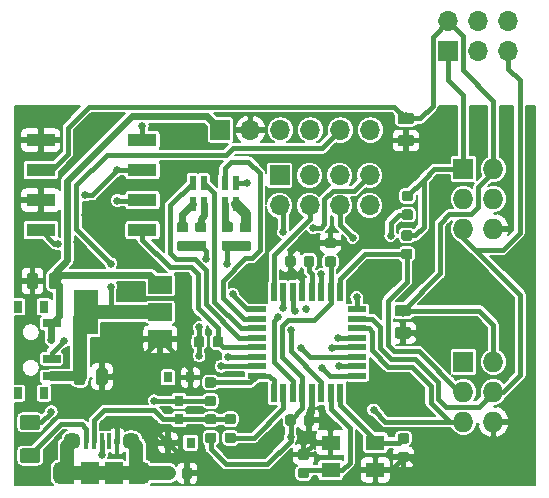
<source format=gbr>
G04 #@! TF.GenerationSoftware,KiCad,Pcbnew,(5.1.0-0)*
G04 #@! TF.CreationDate,2020-05-26T23:43:54-04:00*
G04 #@! TF.ProjectId,ROCKETasp_v3,524f434b-4554-4617-9370-5f76332e6b69,3.0*
G04 #@! TF.SameCoordinates,Original*
G04 #@! TF.FileFunction,Copper,L1,Top*
G04 #@! TF.FilePolarity,Positive*
%FSLAX46Y46*%
G04 Gerber Fmt 4.6, Leading zero omitted, Abs format (unit mm)*
G04 Created by KiCad (PCBNEW (5.1.0-0)) date 2020-05-26 23:43:54*
%MOMM*%
%LPD*%
G04 APERTURE LIST*
%ADD10C,0.100000*%
%ADD11C,0.875000*%
%ADD12C,0.975000*%
%ADD13R,0.600000X1.200000*%
%ADD14R,0.800000X0.900000*%
%ADD15C,1.250000*%
%ADD16R,1.500000X1.900000*%
%ADD17C,1.450000*%
%ADD18R,0.400000X1.350000*%
%ADD19O,1.200000X1.900000*%
%ADD20R,1.200000X1.900000*%
%ADD21O,1.727200X1.727200*%
%ADD22R,1.727200X1.727200*%
%ADD23R,1.700000X1.700000*%
%ADD24O,1.700000X1.700000*%
%ADD25R,2.440000X1.120000*%
%ADD26R,1.500000X0.700000*%
%ADD27R,0.800000X1.000000*%
%ADD28R,0.550000X1.600000*%
%ADD29R,1.600000X0.550000*%
%ADD30R,2.000000X3.800000*%
%ADD31R,2.000000X1.500000*%
%ADD32R,1.600000X1.300000*%
%ADD33C,0.635000*%
%ADD34C,0.457200*%
%ADD35C,0.812800*%
%ADD36C,1.219200*%
%ADD37C,0.609600*%
%ADD38C,0.203200*%
G04 APERTURE END LIST*
D10*
G36*
X125220291Y-129547953D02*
G01*
X125241526Y-129551103D01*
X125262350Y-129556319D01*
X125282562Y-129563551D01*
X125301968Y-129572730D01*
X125320381Y-129583766D01*
X125337624Y-129596554D01*
X125353530Y-129610970D01*
X125367946Y-129626876D01*
X125380734Y-129644119D01*
X125391770Y-129662532D01*
X125400949Y-129681938D01*
X125408181Y-129702150D01*
X125413397Y-129722974D01*
X125416547Y-129744209D01*
X125417600Y-129765650D01*
X125417600Y-130203150D01*
X125416547Y-130224591D01*
X125413397Y-130245826D01*
X125408181Y-130266650D01*
X125400949Y-130286862D01*
X125391770Y-130306268D01*
X125380734Y-130324681D01*
X125367946Y-130341924D01*
X125353530Y-130357830D01*
X125337624Y-130372246D01*
X125320381Y-130385034D01*
X125301968Y-130396070D01*
X125282562Y-130405249D01*
X125262350Y-130412481D01*
X125241526Y-130417697D01*
X125220291Y-130420847D01*
X125198850Y-130421900D01*
X124686350Y-130421900D01*
X124664909Y-130420847D01*
X124643674Y-130417697D01*
X124622850Y-130412481D01*
X124602638Y-130405249D01*
X124583232Y-130396070D01*
X124564819Y-130385034D01*
X124547576Y-130372246D01*
X124531670Y-130357830D01*
X124517254Y-130341924D01*
X124504466Y-130324681D01*
X124493430Y-130306268D01*
X124484251Y-130286862D01*
X124477019Y-130266650D01*
X124471803Y-130245826D01*
X124468653Y-130224591D01*
X124467600Y-130203150D01*
X124467600Y-129765650D01*
X124468653Y-129744209D01*
X124471803Y-129722974D01*
X124477019Y-129702150D01*
X124484251Y-129681938D01*
X124493430Y-129662532D01*
X124504466Y-129644119D01*
X124517254Y-129626876D01*
X124531670Y-129610970D01*
X124547576Y-129596554D01*
X124564819Y-129583766D01*
X124583232Y-129572730D01*
X124602638Y-129563551D01*
X124622850Y-129556319D01*
X124643674Y-129551103D01*
X124664909Y-129547953D01*
X124686350Y-129546900D01*
X125198850Y-129546900D01*
X125220291Y-129547953D01*
X125220291Y-129547953D01*
G37*
D11*
X124942600Y-129984400D03*
D10*
G36*
X125220291Y-131122953D02*
G01*
X125241526Y-131126103D01*
X125262350Y-131131319D01*
X125282562Y-131138551D01*
X125301968Y-131147730D01*
X125320381Y-131158766D01*
X125337624Y-131171554D01*
X125353530Y-131185970D01*
X125367946Y-131201876D01*
X125380734Y-131219119D01*
X125391770Y-131237532D01*
X125400949Y-131256938D01*
X125408181Y-131277150D01*
X125413397Y-131297974D01*
X125416547Y-131319209D01*
X125417600Y-131340650D01*
X125417600Y-131778150D01*
X125416547Y-131799591D01*
X125413397Y-131820826D01*
X125408181Y-131841650D01*
X125400949Y-131861862D01*
X125391770Y-131881268D01*
X125380734Y-131899681D01*
X125367946Y-131916924D01*
X125353530Y-131932830D01*
X125337624Y-131947246D01*
X125320381Y-131960034D01*
X125301968Y-131971070D01*
X125282562Y-131980249D01*
X125262350Y-131987481D01*
X125241526Y-131992697D01*
X125220291Y-131995847D01*
X125198850Y-131996900D01*
X124686350Y-131996900D01*
X124664909Y-131995847D01*
X124643674Y-131992697D01*
X124622850Y-131987481D01*
X124602638Y-131980249D01*
X124583232Y-131971070D01*
X124564819Y-131960034D01*
X124547576Y-131947246D01*
X124531670Y-131932830D01*
X124517254Y-131916924D01*
X124504466Y-131899681D01*
X124493430Y-131881268D01*
X124484251Y-131861862D01*
X124477019Y-131841650D01*
X124471803Y-131820826D01*
X124468653Y-131799591D01*
X124467600Y-131778150D01*
X124467600Y-131340650D01*
X124468653Y-131319209D01*
X124471803Y-131297974D01*
X124477019Y-131277150D01*
X124484251Y-131256938D01*
X124493430Y-131237532D01*
X124504466Y-131219119D01*
X124517254Y-131201876D01*
X124531670Y-131185970D01*
X124547576Y-131171554D01*
X124564819Y-131158766D01*
X124583232Y-131147730D01*
X124602638Y-131138551D01*
X124622850Y-131131319D01*
X124643674Y-131126103D01*
X124664909Y-131122953D01*
X124686350Y-131121900D01*
X125198850Y-131121900D01*
X125220291Y-131122953D01*
X125220291Y-131122953D01*
G37*
D11*
X124942600Y-131559400D03*
D10*
G36*
X133691191Y-129764053D02*
G01*
X133712426Y-129767203D01*
X133733250Y-129772419D01*
X133753462Y-129779651D01*
X133772868Y-129788830D01*
X133791281Y-129799866D01*
X133808524Y-129812654D01*
X133824430Y-129827070D01*
X133838846Y-129842976D01*
X133851634Y-129860219D01*
X133862670Y-129878632D01*
X133871849Y-129898038D01*
X133879081Y-129918250D01*
X133884297Y-129939074D01*
X133887447Y-129960309D01*
X133888500Y-129981750D01*
X133888500Y-130419250D01*
X133887447Y-130440691D01*
X133884297Y-130461926D01*
X133879081Y-130482750D01*
X133871849Y-130502962D01*
X133862670Y-130522368D01*
X133851634Y-130540781D01*
X133838846Y-130558024D01*
X133824430Y-130573930D01*
X133808524Y-130588346D01*
X133791281Y-130601134D01*
X133772868Y-130612170D01*
X133753462Y-130621349D01*
X133733250Y-130628581D01*
X133712426Y-130633797D01*
X133691191Y-130636947D01*
X133669750Y-130638000D01*
X133157250Y-130638000D01*
X133135809Y-130636947D01*
X133114574Y-130633797D01*
X133093750Y-130628581D01*
X133073538Y-130621349D01*
X133054132Y-130612170D01*
X133035719Y-130601134D01*
X133018476Y-130588346D01*
X133002570Y-130573930D01*
X132988154Y-130558024D01*
X132975366Y-130540781D01*
X132964330Y-130522368D01*
X132955151Y-130502962D01*
X132947919Y-130482750D01*
X132942703Y-130461926D01*
X132939553Y-130440691D01*
X132938500Y-130419250D01*
X132938500Y-129981750D01*
X132939553Y-129960309D01*
X132942703Y-129939074D01*
X132947919Y-129918250D01*
X132955151Y-129898038D01*
X132964330Y-129878632D01*
X132975366Y-129860219D01*
X132988154Y-129842976D01*
X133002570Y-129827070D01*
X133018476Y-129812654D01*
X133035719Y-129799866D01*
X133054132Y-129788830D01*
X133073538Y-129779651D01*
X133093750Y-129772419D01*
X133114574Y-129767203D01*
X133135809Y-129764053D01*
X133157250Y-129763000D01*
X133669750Y-129763000D01*
X133691191Y-129764053D01*
X133691191Y-129764053D01*
G37*
D11*
X133413500Y-130200500D03*
D10*
G36*
X133691191Y-128189053D02*
G01*
X133712426Y-128192203D01*
X133733250Y-128197419D01*
X133753462Y-128204651D01*
X133772868Y-128213830D01*
X133791281Y-128224866D01*
X133808524Y-128237654D01*
X133824430Y-128252070D01*
X133838846Y-128267976D01*
X133851634Y-128285219D01*
X133862670Y-128303632D01*
X133871849Y-128323038D01*
X133879081Y-128343250D01*
X133884297Y-128364074D01*
X133887447Y-128385309D01*
X133888500Y-128406750D01*
X133888500Y-128844250D01*
X133887447Y-128865691D01*
X133884297Y-128886926D01*
X133879081Y-128907750D01*
X133871849Y-128927962D01*
X133862670Y-128947368D01*
X133851634Y-128965781D01*
X133838846Y-128983024D01*
X133824430Y-128998930D01*
X133808524Y-129013346D01*
X133791281Y-129026134D01*
X133772868Y-129037170D01*
X133753462Y-129046349D01*
X133733250Y-129053581D01*
X133712426Y-129058797D01*
X133691191Y-129061947D01*
X133669750Y-129063000D01*
X133157250Y-129063000D01*
X133135809Y-129061947D01*
X133114574Y-129058797D01*
X133093750Y-129053581D01*
X133073538Y-129046349D01*
X133054132Y-129037170D01*
X133035719Y-129026134D01*
X133018476Y-129013346D01*
X133002570Y-128998930D01*
X132988154Y-128983024D01*
X132975366Y-128965781D01*
X132964330Y-128947368D01*
X132955151Y-128927962D01*
X132947919Y-128907750D01*
X132942703Y-128886926D01*
X132939553Y-128865691D01*
X132938500Y-128844250D01*
X132938500Y-128406750D01*
X132939553Y-128385309D01*
X132942703Y-128364074D01*
X132947919Y-128343250D01*
X132955151Y-128323038D01*
X132964330Y-128303632D01*
X132975366Y-128285219D01*
X132988154Y-128267976D01*
X133002570Y-128252070D01*
X133018476Y-128237654D01*
X133035719Y-128224866D01*
X133054132Y-128213830D01*
X133073538Y-128204651D01*
X133093750Y-128197419D01*
X133114574Y-128192203D01*
X133135809Y-128189053D01*
X133157250Y-128188000D01*
X133669750Y-128188000D01*
X133691191Y-128189053D01*
X133691191Y-128189053D01*
G37*
D11*
X133413500Y-128625500D03*
D10*
G36*
X124085411Y-126599713D02*
G01*
X124106646Y-126602863D01*
X124127470Y-126608079D01*
X124147682Y-126615311D01*
X124167088Y-126624490D01*
X124185501Y-126635526D01*
X124202744Y-126648314D01*
X124218650Y-126662730D01*
X124233066Y-126678636D01*
X124245854Y-126695879D01*
X124256890Y-126714292D01*
X124266069Y-126733698D01*
X124273301Y-126753910D01*
X124278517Y-126774734D01*
X124281667Y-126795969D01*
X124282720Y-126817410D01*
X124282720Y-127329910D01*
X124281667Y-127351351D01*
X124278517Y-127372586D01*
X124273301Y-127393410D01*
X124266069Y-127413622D01*
X124256890Y-127433028D01*
X124245854Y-127451441D01*
X124233066Y-127468684D01*
X124218650Y-127484590D01*
X124202744Y-127499006D01*
X124185501Y-127511794D01*
X124167088Y-127522830D01*
X124147682Y-127532009D01*
X124127470Y-127539241D01*
X124106646Y-127544457D01*
X124085411Y-127547607D01*
X124063970Y-127548660D01*
X123626470Y-127548660D01*
X123605029Y-127547607D01*
X123583794Y-127544457D01*
X123562970Y-127539241D01*
X123542758Y-127532009D01*
X123523352Y-127522830D01*
X123504939Y-127511794D01*
X123487696Y-127499006D01*
X123471790Y-127484590D01*
X123457374Y-127468684D01*
X123444586Y-127451441D01*
X123433550Y-127433028D01*
X123424371Y-127413622D01*
X123417139Y-127393410D01*
X123411923Y-127372586D01*
X123408773Y-127351351D01*
X123407720Y-127329910D01*
X123407720Y-126817410D01*
X123408773Y-126795969D01*
X123411923Y-126774734D01*
X123417139Y-126753910D01*
X123424371Y-126733698D01*
X123433550Y-126714292D01*
X123444586Y-126695879D01*
X123457374Y-126678636D01*
X123471790Y-126662730D01*
X123487696Y-126648314D01*
X123504939Y-126635526D01*
X123523352Y-126624490D01*
X123542758Y-126615311D01*
X123562970Y-126608079D01*
X123583794Y-126602863D01*
X123605029Y-126599713D01*
X123626470Y-126598660D01*
X124063970Y-126598660D01*
X124085411Y-126599713D01*
X124085411Y-126599713D01*
G37*
D11*
X123845220Y-127073660D03*
D10*
G36*
X125660411Y-126599713D02*
G01*
X125681646Y-126602863D01*
X125702470Y-126608079D01*
X125722682Y-126615311D01*
X125742088Y-126624490D01*
X125760501Y-126635526D01*
X125777744Y-126648314D01*
X125793650Y-126662730D01*
X125808066Y-126678636D01*
X125820854Y-126695879D01*
X125831890Y-126714292D01*
X125841069Y-126733698D01*
X125848301Y-126753910D01*
X125853517Y-126774734D01*
X125856667Y-126795969D01*
X125857720Y-126817410D01*
X125857720Y-127329910D01*
X125856667Y-127351351D01*
X125853517Y-127372586D01*
X125848301Y-127393410D01*
X125841069Y-127413622D01*
X125831890Y-127433028D01*
X125820854Y-127451441D01*
X125808066Y-127468684D01*
X125793650Y-127484590D01*
X125777744Y-127499006D01*
X125760501Y-127511794D01*
X125742088Y-127522830D01*
X125722682Y-127532009D01*
X125702470Y-127539241D01*
X125681646Y-127544457D01*
X125660411Y-127547607D01*
X125638970Y-127548660D01*
X125201470Y-127548660D01*
X125180029Y-127547607D01*
X125158794Y-127544457D01*
X125137970Y-127539241D01*
X125117758Y-127532009D01*
X125098352Y-127522830D01*
X125079939Y-127511794D01*
X125062696Y-127499006D01*
X125046790Y-127484590D01*
X125032374Y-127468684D01*
X125019586Y-127451441D01*
X125008550Y-127433028D01*
X124999371Y-127413622D01*
X124992139Y-127393410D01*
X124986923Y-127372586D01*
X124983773Y-127351351D01*
X124982720Y-127329910D01*
X124982720Y-126817410D01*
X124983773Y-126795969D01*
X124986923Y-126774734D01*
X124992139Y-126753910D01*
X124999371Y-126733698D01*
X125008550Y-126714292D01*
X125019586Y-126695879D01*
X125032374Y-126678636D01*
X125046790Y-126662730D01*
X125062696Y-126648314D01*
X125079939Y-126635526D01*
X125098352Y-126624490D01*
X125117758Y-126615311D01*
X125137970Y-126608079D01*
X125158794Y-126602863D01*
X125180029Y-126599713D01*
X125201470Y-126598660D01*
X125638970Y-126598660D01*
X125660411Y-126599713D01*
X125660411Y-126599713D01*
G37*
D11*
X125420220Y-127073660D03*
D10*
G36*
X127506291Y-111640953D02*
G01*
X127527526Y-111644103D01*
X127548350Y-111649319D01*
X127568562Y-111656551D01*
X127587968Y-111665730D01*
X127606381Y-111676766D01*
X127623624Y-111689554D01*
X127639530Y-111703970D01*
X127653946Y-111719876D01*
X127666734Y-111737119D01*
X127677770Y-111755532D01*
X127686949Y-111774938D01*
X127694181Y-111795150D01*
X127699397Y-111815974D01*
X127702547Y-111837209D01*
X127703600Y-111858650D01*
X127703600Y-112296150D01*
X127702547Y-112317591D01*
X127699397Y-112338826D01*
X127694181Y-112359650D01*
X127686949Y-112379862D01*
X127677770Y-112399268D01*
X127666734Y-112417681D01*
X127653946Y-112434924D01*
X127639530Y-112450830D01*
X127623624Y-112465246D01*
X127606381Y-112478034D01*
X127587968Y-112489070D01*
X127568562Y-112498249D01*
X127548350Y-112505481D01*
X127527526Y-112510697D01*
X127506291Y-112513847D01*
X127484850Y-112514900D01*
X126972350Y-112514900D01*
X126950909Y-112513847D01*
X126929674Y-112510697D01*
X126908850Y-112505481D01*
X126888638Y-112498249D01*
X126869232Y-112489070D01*
X126850819Y-112478034D01*
X126833576Y-112465246D01*
X126817670Y-112450830D01*
X126803254Y-112434924D01*
X126790466Y-112417681D01*
X126779430Y-112399268D01*
X126770251Y-112379862D01*
X126763019Y-112359650D01*
X126757803Y-112338826D01*
X126754653Y-112317591D01*
X126753600Y-112296150D01*
X126753600Y-111858650D01*
X126754653Y-111837209D01*
X126757803Y-111815974D01*
X126763019Y-111795150D01*
X126770251Y-111774938D01*
X126779430Y-111755532D01*
X126790466Y-111737119D01*
X126803254Y-111719876D01*
X126817670Y-111703970D01*
X126833576Y-111689554D01*
X126850819Y-111676766D01*
X126869232Y-111665730D01*
X126888638Y-111656551D01*
X126908850Y-111649319D01*
X126929674Y-111644103D01*
X126950909Y-111640953D01*
X126972350Y-111639900D01*
X127484850Y-111639900D01*
X127506291Y-111640953D01*
X127506291Y-111640953D01*
G37*
D11*
X127228600Y-112077400D03*
D10*
G36*
X127506291Y-113215953D02*
G01*
X127527526Y-113219103D01*
X127548350Y-113224319D01*
X127568562Y-113231551D01*
X127587968Y-113240730D01*
X127606381Y-113251766D01*
X127623624Y-113264554D01*
X127639530Y-113278970D01*
X127653946Y-113294876D01*
X127666734Y-113312119D01*
X127677770Y-113330532D01*
X127686949Y-113349938D01*
X127694181Y-113370150D01*
X127699397Y-113390974D01*
X127702547Y-113412209D01*
X127703600Y-113433650D01*
X127703600Y-113871150D01*
X127702547Y-113892591D01*
X127699397Y-113913826D01*
X127694181Y-113934650D01*
X127686949Y-113954862D01*
X127677770Y-113974268D01*
X127666734Y-113992681D01*
X127653946Y-114009924D01*
X127639530Y-114025830D01*
X127623624Y-114040246D01*
X127606381Y-114053034D01*
X127587968Y-114064070D01*
X127568562Y-114073249D01*
X127548350Y-114080481D01*
X127527526Y-114085697D01*
X127506291Y-114088847D01*
X127484850Y-114089900D01*
X126972350Y-114089900D01*
X126950909Y-114088847D01*
X126929674Y-114085697D01*
X126908850Y-114080481D01*
X126888638Y-114073249D01*
X126869232Y-114064070D01*
X126850819Y-114053034D01*
X126833576Y-114040246D01*
X126817670Y-114025830D01*
X126803254Y-114009924D01*
X126790466Y-113992681D01*
X126779430Y-113974268D01*
X126770251Y-113954862D01*
X126763019Y-113934650D01*
X126757803Y-113913826D01*
X126754653Y-113892591D01*
X126753600Y-113871150D01*
X126753600Y-113433650D01*
X126754653Y-113412209D01*
X126757803Y-113390974D01*
X126763019Y-113370150D01*
X126770251Y-113349938D01*
X126779430Y-113330532D01*
X126790466Y-113312119D01*
X126803254Y-113294876D01*
X126817670Y-113278970D01*
X126833576Y-113264554D01*
X126850819Y-113251766D01*
X126869232Y-113240730D01*
X126888638Y-113231551D01*
X126908850Y-113224319D01*
X126929674Y-113219103D01*
X126950909Y-113215953D01*
X126972350Y-113214900D01*
X127484850Y-113214900D01*
X127506291Y-113215953D01*
X127506291Y-113215953D01*
G37*
D11*
X127228600Y-113652400D03*
D10*
G36*
X134084142Y-102927474D02*
G01*
X134107803Y-102930984D01*
X134131007Y-102936796D01*
X134153529Y-102944854D01*
X134175153Y-102955082D01*
X134195670Y-102967379D01*
X134214883Y-102981629D01*
X134232607Y-102997693D01*
X134248671Y-103015417D01*
X134262921Y-103034630D01*
X134275218Y-103055147D01*
X134285446Y-103076771D01*
X134293504Y-103099293D01*
X134299316Y-103122497D01*
X134302826Y-103146158D01*
X134304000Y-103170050D01*
X134304000Y-103657550D01*
X134302826Y-103681442D01*
X134299316Y-103705103D01*
X134293504Y-103728307D01*
X134285446Y-103750829D01*
X134275218Y-103772453D01*
X134262921Y-103792970D01*
X134248671Y-103812183D01*
X134232607Y-103829907D01*
X134214883Y-103845971D01*
X134195670Y-103860221D01*
X134175153Y-103872518D01*
X134153529Y-103882746D01*
X134131007Y-103890804D01*
X134107803Y-103896616D01*
X134084142Y-103900126D01*
X134060250Y-103901300D01*
X133147750Y-103901300D01*
X133123858Y-103900126D01*
X133100197Y-103896616D01*
X133076993Y-103890804D01*
X133054471Y-103882746D01*
X133032847Y-103872518D01*
X133012330Y-103860221D01*
X132993117Y-103845971D01*
X132975393Y-103829907D01*
X132959329Y-103812183D01*
X132945079Y-103792970D01*
X132932782Y-103772453D01*
X132922554Y-103750829D01*
X132914496Y-103728307D01*
X132908684Y-103705103D01*
X132905174Y-103681442D01*
X132904000Y-103657550D01*
X132904000Y-103170050D01*
X132905174Y-103146158D01*
X132908684Y-103122497D01*
X132914496Y-103099293D01*
X132922554Y-103076771D01*
X132932782Y-103055147D01*
X132945079Y-103034630D01*
X132959329Y-103015417D01*
X132975393Y-102997693D01*
X132993117Y-102981629D01*
X133012330Y-102967379D01*
X133032847Y-102955082D01*
X133054471Y-102944854D01*
X133076993Y-102936796D01*
X133100197Y-102930984D01*
X133123858Y-102927474D01*
X133147750Y-102926300D01*
X134060250Y-102926300D01*
X134084142Y-102927474D01*
X134084142Y-102927474D01*
G37*
D12*
X133604000Y-103413800D03*
D10*
G36*
X134084142Y-101052474D02*
G01*
X134107803Y-101055984D01*
X134131007Y-101061796D01*
X134153529Y-101069854D01*
X134175153Y-101080082D01*
X134195670Y-101092379D01*
X134214883Y-101106629D01*
X134232607Y-101122693D01*
X134248671Y-101140417D01*
X134262921Y-101159630D01*
X134275218Y-101180147D01*
X134285446Y-101201771D01*
X134293504Y-101224293D01*
X134299316Y-101247497D01*
X134302826Y-101271158D01*
X134304000Y-101295050D01*
X134304000Y-101782550D01*
X134302826Y-101806442D01*
X134299316Y-101830103D01*
X134293504Y-101853307D01*
X134285446Y-101875829D01*
X134275218Y-101897453D01*
X134262921Y-101917970D01*
X134248671Y-101937183D01*
X134232607Y-101954907D01*
X134214883Y-101970971D01*
X134195670Y-101985221D01*
X134175153Y-101997518D01*
X134153529Y-102007746D01*
X134131007Y-102015804D01*
X134107803Y-102021616D01*
X134084142Y-102025126D01*
X134060250Y-102026300D01*
X133147750Y-102026300D01*
X133123858Y-102025126D01*
X133100197Y-102021616D01*
X133076993Y-102015804D01*
X133054471Y-102007746D01*
X133032847Y-101997518D01*
X133012330Y-101985221D01*
X132993117Y-101970971D01*
X132975393Y-101954907D01*
X132959329Y-101937183D01*
X132945079Y-101917970D01*
X132932782Y-101897453D01*
X132922554Y-101875829D01*
X132914496Y-101853307D01*
X132908684Y-101830103D01*
X132905174Y-101806442D01*
X132904000Y-101782550D01*
X132904000Y-101295050D01*
X132905174Y-101271158D01*
X132908684Y-101247497D01*
X132914496Y-101224293D01*
X132922554Y-101201771D01*
X132932782Y-101180147D01*
X132945079Y-101159630D01*
X132959329Y-101140417D01*
X132975393Y-101122693D01*
X132993117Y-101106629D01*
X133012330Y-101092379D01*
X133032847Y-101080082D01*
X133054471Y-101069854D01*
X133076993Y-101061796D01*
X133100197Y-101055984D01*
X133123858Y-101052474D01*
X133147750Y-101051300D01*
X134060250Y-101051300D01*
X134084142Y-101052474D01*
X134084142Y-101052474D01*
G37*
D12*
X133604000Y-101538800D03*
D10*
G36*
X124072711Y-113147873D02*
G01*
X124093946Y-113151023D01*
X124114770Y-113156239D01*
X124134982Y-113163471D01*
X124154388Y-113172650D01*
X124172801Y-113183686D01*
X124190044Y-113196474D01*
X124205950Y-113210890D01*
X124220366Y-113226796D01*
X124233154Y-113244039D01*
X124244190Y-113262452D01*
X124253369Y-113281858D01*
X124260601Y-113302070D01*
X124265817Y-113322894D01*
X124268967Y-113344129D01*
X124270020Y-113365570D01*
X124270020Y-113878070D01*
X124268967Y-113899511D01*
X124265817Y-113920746D01*
X124260601Y-113941570D01*
X124253369Y-113961782D01*
X124244190Y-113981188D01*
X124233154Y-113999601D01*
X124220366Y-114016844D01*
X124205950Y-114032750D01*
X124190044Y-114047166D01*
X124172801Y-114059954D01*
X124154388Y-114070990D01*
X124134982Y-114080169D01*
X124114770Y-114087401D01*
X124093946Y-114092617D01*
X124072711Y-114095767D01*
X124051270Y-114096820D01*
X123613770Y-114096820D01*
X123592329Y-114095767D01*
X123571094Y-114092617D01*
X123550270Y-114087401D01*
X123530058Y-114080169D01*
X123510652Y-114070990D01*
X123492239Y-114059954D01*
X123474996Y-114047166D01*
X123459090Y-114032750D01*
X123444674Y-114016844D01*
X123431886Y-113999601D01*
X123420850Y-113981188D01*
X123411671Y-113961782D01*
X123404439Y-113941570D01*
X123399223Y-113920746D01*
X123396073Y-113899511D01*
X123395020Y-113878070D01*
X123395020Y-113365570D01*
X123396073Y-113344129D01*
X123399223Y-113322894D01*
X123404439Y-113302070D01*
X123411671Y-113281858D01*
X123420850Y-113262452D01*
X123431886Y-113244039D01*
X123444674Y-113226796D01*
X123459090Y-113210890D01*
X123474996Y-113196474D01*
X123492239Y-113183686D01*
X123510652Y-113172650D01*
X123530058Y-113163471D01*
X123550270Y-113156239D01*
X123571094Y-113151023D01*
X123592329Y-113147873D01*
X123613770Y-113146820D01*
X124051270Y-113146820D01*
X124072711Y-113147873D01*
X124072711Y-113147873D01*
G37*
D11*
X123832520Y-113621820D03*
D10*
G36*
X125647711Y-113147873D02*
G01*
X125668946Y-113151023D01*
X125689770Y-113156239D01*
X125709982Y-113163471D01*
X125729388Y-113172650D01*
X125747801Y-113183686D01*
X125765044Y-113196474D01*
X125780950Y-113210890D01*
X125795366Y-113226796D01*
X125808154Y-113244039D01*
X125819190Y-113262452D01*
X125828369Y-113281858D01*
X125835601Y-113302070D01*
X125840817Y-113322894D01*
X125843967Y-113344129D01*
X125845020Y-113365570D01*
X125845020Y-113878070D01*
X125843967Y-113899511D01*
X125840817Y-113920746D01*
X125835601Y-113941570D01*
X125828369Y-113961782D01*
X125819190Y-113981188D01*
X125808154Y-113999601D01*
X125795366Y-114016844D01*
X125780950Y-114032750D01*
X125765044Y-114047166D01*
X125747801Y-114059954D01*
X125729388Y-114070990D01*
X125709982Y-114080169D01*
X125689770Y-114087401D01*
X125668946Y-114092617D01*
X125647711Y-114095767D01*
X125626270Y-114096820D01*
X125188770Y-114096820D01*
X125167329Y-114095767D01*
X125146094Y-114092617D01*
X125125270Y-114087401D01*
X125105058Y-114080169D01*
X125085652Y-114070990D01*
X125067239Y-114059954D01*
X125049996Y-114047166D01*
X125034090Y-114032750D01*
X125019674Y-114016844D01*
X125006886Y-113999601D01*
X124995850Y-113981188D01*
X124986671Y-113961782D01*
X124979439Y-113941570D01*
X124974223Y-113920746D01*
X124971073Y-113899511D01*
X124970020Y-113878070D01*
X124970020Y-113365570D01*
X124971073Y-113344129D01*
X124974223Y-113322894D01*
X124979439Y-113302070D01*
X124986671Y-113281858D01*
X124995850Y-113262452D01*
X125006886Y-113244039D01*
X125019674Y-113226796D01*
X125034090Y-113210890D01*
X125049996Y-113196474D01*
X125067239Y-113183686D01*
X125085652Y-113172650D01*
X125105058Y-113163471D01*
X125125270Y-113156239D01*
X125146094Y-113151023D01*
X125167329Y-113147873D01*
X125188770Y-113146820D01*
X125626270Y-113146820D01*
X125647711Y-113147873D01*
X125647711Y-113147873D01*
G37*
D11*
X125407520Y-113621820D03*
D10*
G36*
X108139142Y-122694374D02*
G01*
X108162803Y-122697884D01*
X108186007Y-122703696D01*
X108208529Y-122711754D01*
X108230153Y-122721982D01*
X108250670Y-122734279D01*
X108269883Y-122748529D01*
X108287607Y-122764593D01*
X108303671Y-122782317D01*
X108317921Y-122801530D01*
X108330218Y-122822047D01*
X108340446Y-122843671D01*
X108348504Y-122866193D01*
X108354316Y-122889397D01*
X108357826Y-122913058D01*
X108359000Y-122936950D01*
X108359000Y-123849450D01*
X108357826Y-123873342D01*
X108354316Y-123897003D01*
X108348504Y-123920207D01*
X108340446Y-123942729D01*
X108330218Y-123964353D01*
X108317921Y-123984870D01*
X108303671Y-124004083D01*
X108287607Y-124021807D01*
X108269883Y-124037871D01*
X108250670Y-124052121D01*
X108230153Y-124064418D01*
X108208529Y-124074646D01*
X108186007Y-124082704D01*
X108162803Y-124088516D01*
X108139142Y-124092026D01*
X108115250Y-124093200D01*
X107627750Y-124093200D01*
X107603858Y-124092026D01*
X107580197Y-124088516D01*
X107556993Y-124082704D01*
X107534471Y-124074646D01*
X107512847Y-124064418D01*
X107492330Y-124052121D01*
X107473117Y-124037871D01*
X107455393Y-124021807D01*
X107439329Y-124004083D01*
X107425079Y-123984870D01*
X107412782Y-123964353D01*
X107402554Y-123942729D01*
X107394496Y-123920207D01*
X107388684Y-123897003D01*
X107385174Y-123873342D01*
X107384000Y-123849450D01*
X107384000Y-122936950D01*
X107385174Y-122913058D01*
X107388684Y-122889397D01*
X107394496Y-122866193D01*
X107402554Y-122843671D01*
X107412782Y-122822047D01*
X107425079Y-122801530D01*
X107439329Y-122782317D01*
X107455393Y-122764593D01*
X107473117Y-122748529D01*
X107492330Y-122734279D01*
X107512847Y-122721982D01*
X107534471Y-122711754D01*
X107556993Y-122703696D01*
X107580197Y-122697884D01*
X107603858Y-122694374D01*
X107627750Y-122693200D01*
X108115250Y-122693200D01*
X108139142Y-122694374D01*
X108139142Y-122694374D01*
G37*
D12*
X107871500Y-123393200D03*
D10*
G36*
X106264142Y-122694374D02*
G01*
X106287803Y-122697884D01*
X106311007Y-122703696D01*
X106333529Y-122711754D01*
X106355153Y-122721982D01*
X106375670Y-122734279D01*
X106394883Y-122748529D01*
X106412607Y-122764593D01*
X106428671Y-122782317D01*
X106442921Y-122801530D01*
X106455218Y-122822047D01*
X106465446Y-122843671D01*
X106473504Y-122866193D01*
X106479316Y-122889397D01*
X106482826Y-122913058D01*
X106484000Y-122936950D01*
X106484000Y-123849450D01*
X106482826Y-123873342D01*
X106479316Y-123897003D01*
X106473504Y-123920207D01*
X106465446Y-123942729D01*
X106455218Y-123964353D01*
X106442921Y-123984870D01*
X106428671Y-124004083D01*
X106412607Y-124021807D01*
X106394883Y-124037871D01*
X106375670Y-124052121D01*
X106355153Y-124064418D01*
X106333529Y-124074646D01*
X106311007Y-124082704D01*
X106287803Y-124088516D01*
X106264142Y-124092026D01*
X106240250Y-124093200D01*
X105752750Y-124093200D01*
X105728858Y-124092026D01*
X105705197Y-124088516D01*
X105681993Y-124082704D01*
X105659471Y-124074646D01*
X105637847Y-124064418D01*
X105617330Y-124052121D01*
X105598117Y-124037871D01*
X105580393Y-124021807D01*
X105564329Y-124004083D01*
X105550079Y-123984870D01*
X105537782Y-123964353D01*
X105527554Y-123942729D01*
X105519496Y-123920207D01*
X105513684Y-123897003D01*
X105510174Y-123873342D01*
X105509000Y-123849450D01*
X105509000Y-122936950D01*
X105510174Y-122913058D01*
X105513684Y-122889397D01*
X105519496Y-122866193D01*
X105527554Y-122843671D01*
X105537782Y-122822047D01*
X105550079Y-122801530D01*
X105564329Y-122782317D01*
X105580393Y-122764593D01*
X105598117Y-122748529D01*
X105617330Y-122734279D01*
X105637847Y-122721982D01*
X105659471Y-122711754D01*
X105681993Y-122703696D01*
X105705197Y-122697884D01*
X105728858Y-122694374D01*
X105752750Y-122693200D01*
X106240250Y-122693200D01*
X106264142Y-122694374D01*
X106264142Y-122694374D01*
G37*
D12*
X105996500Y-123393200D03*
D10*
G36*
X104138642Y-114591774D02*
G01*
X104162303Y-114595284D01*
X104185507Y-114601096D01*
X104208029Y-114609154D01*
X104229653Y-114619382D01*
X104250170Y-114631679D01*
X104269383Y-114645929D01*
X104287107Y-114661993D01*
X104303171Y-114679717D01*
X104317421Y-114698930D01*
X104329718Y-114719447D01*
X104339946Y-114741071D01*
X104348004Y-114763593D01*
X104353816Y-114786797D01*
X104357326Y-114810458D01*
X104358500Y-114834350D01*
X104358500Y-115746850D01*
X104357326Y-115770742D01*
X104353816Y-115794403D01*
X104348004Y-115817607D01*
X104339946Y-115840129D01*
X104329718Y-115861753D01*
X104317421Y-115882270D01*
X104303171Y-115901483D01*
X104287107Y-115919207D01*
X104269383Y-115935271D01*
X104250170Y-115949521D01*
X104229653Y-115961818D01*
X104208029Y-115972046D01*
X104185507Y-115980104D01*
X104162303Y-115985916D01*
X104138642Y-115989426D01*
X104114750Y-115990600D01*
X103627250Y-115990600D01*
X103603358Y-115989426D01*
X103579697Y-115985916D01*
X103556493Y-115980104D01*
X103533971Y-115972046D01*
X103512347Y-115961818D01*
X103491830Y-115949521D01*
X103472617Y-115935271D01*
X103454893Y-115919207D01*
X103438829Y-115901483D01*
X103424579Y-115882270D01*
X103412282Y-115861753D01*
X103402054Y-115840129D01*
X103393996Y-115817607D01*
X103388184Y-115794403D01*
X103384674Y-115770742D01*
X103383500Y-115746850D01*
X103383500Y-114834350D01*
X103384674Y-114810458D01*
X103388184Y-114786797D01*
X103393996Y-114763593D01*
X103402054Y-114741071D01*
X103412282Y-114719447D01*
X103424579Y-114698930D01*
X103438829Y-114679717D01*
X103454893Y-114661993D01*
X103472617Y-114645929D01*
X103491830Y-114631679D01*
X103512347Y-114619382D01*
X103533971Y-114609154D01*
X103556493Y-114601096D01*
X103579697Y-114595284D01*
X103603358Y-114591774D01*
X103627250Y-114590600D01*
X104114750Y-114590600D01*
X104138642Y-114591774D01*
X104138642Y-114591774D01*
G37*
D12*
X103871000Y-115290600D03*
D10*
G36*
X102263642Y-114591774D02*
G01*
X102287303Y-114595284D01*
X102310507Y-114601096D01*
X102333029Y-114609154D01*
X102354653Y-114619382D01*
X102375170Y-114631679D01*
X102394383Y-114645929D01*
X102412107Y-114661993D01*
X102428171Y-114679717D01*
X102442421Y-114698930D01*
X102454718Y-114719447D01*
X102464946Y-114741071D01*
X102473004Y-114763593D01*
X102478816Y-114786797D01*
X102482326Y-114810458D01*
X102483500Y-114834350D01*
X102483500Y-115746850D01*
X102482326Y-115770742D01*
X102478816Y-115794403D01*
X102473004Y-115817607D01*
X102464946Y-115840129D01*
X102454718Y-115861753D01*
X102442421Y-115882270D01*
X102428171Y-115901483D01*
X102412107Y-115919207D01*
X102394383Y-115935271D01*
X102375170Y-115949521D01*
X102354653Y-115961818D01*
X102333029Y-115972046D01*
X102310507Y-115980104D01*
X102287303Y-115985916D01*
X102263642Y-115989426D01*
X102239750Y-115990600D01*
X101752250Y-115990600D01*
X101728358Y-115989426D01*
X101704697Y-115985916D01*
X101681493Y-115980104D01*
X101658971Y-115972046D01*
X101637347Y-115961818D01*
X101616830Y-115949521D01*
X101597617Y-115935271D01*
X101579893Y-115919207D01*
X101563829Y-115901483D01*
X101549579Y-115882270D01*
X101537282Y-115861753D01*
X101527054Y-115840129D01*
X101518996Y-115817607D01*
X101513184Y-115794403D01*
X101509674Y-115770742D01*
X101508500Y-115746850D01*
X101508500Y-114834350D01*
X101509674Y-114810458D01*
X101513184Y-114786797D01*
X101518996Y-114763593D01*
X101527054Y-114741071D01*
X101537282Y-114719447D01*
X101549579Y-114698930D01*
X101563829Y-114679717D01*
X101579893Y-114661993D01*
X101597617Y-114645929D01*
X101616830Y-114631679D01*
X101637347Y-114619382D01*
X101658971Y-114609154D01*
X101681493Y-114601096D01*
X101704697Y-114595284D01*
X101728358Y-114591774D01*
X101752250Y-114590600D01*
X102239750Y-114590600D01*
X102263642Y-114591774D01*
X102263642Y-114591774D01*
G37*
D12*
X101996000Y-115290600D03*
D10*
G36*
X133830142Y-117321174D02*
G01*
X133853803Y-117324684D01*
X133877007Y-117330496D01*
X133899529Y-117338554D01*
X133921153Y-117348782D01*
X133941670Y-117361079D01*
X133960883Y-117375329D01*
X133978607Y-117391393D01*
X133994671Y-117409117D01*
X134008921Y-117428330D01*
X134021218Y-117448847D01*
X134031446Y-117470471D01*
X134039504Y-117492993D01*
X134045316Y-117516197D01*
X134048826Y-117539858D01*
X134050000Y-117563750D01*
X134050000Y-118051250D01*
X134048826Y-118075142D01*
X134045316Y-118098803D01*
X134039504Y-118122007D01*
X134031446Y-118144529D01*
X134021218Y-118166153D01*
X134008921Y-118186670D01*
X133994671Y-118205883D01*
X133978607Y-118223607D01*
X133960883Y-118239671D01*
X133941670Y-118253921D01*
X133921153Y-118266218D01*
X133899529Y-118276446D01*
X133877007Y-118284504D01*
X133853803Y-118290316D01*
X133830142Y-118293826D01*
X133806250Y-118295000D01*
X132893750Y-118295000D01*
X132869858Y-118293826D01*
X132846197Y-118290316D01*
X132822993Y-118284504D01*
X132800471Y-118276446D01*
X132778847Y-118266218D01*
X132758330Y-118253921D01*
X132739117Y-118239671D01*
X132721393Y-118223607D01*
X132705329Y-118205883D01*
X132691079Y-118186670D01*
X132678782Y-118166153D01*
X132668554Y-118144529D01*
X132660496Y-118122007D01*
X132654684Y-118098803D01*
X132651174Y-118075142D01*
X132650000Y-118051250D01*
X132650000Y-117563750D01*
X132651174Y-117539858D01*
X132654684Y-117516197D01*
X132660496Y-117492993D01*
X132668554Y-117470471D01*
X132678782Y-117448847D01*
X132691079Y-117428330D01*
X132705329Y-117409117D01*
X132721393Y-117391393D01*
X132739117Y-117375329D01*
X132758330Y-117361079D01*
X132778847Y-117348782D01*
X132800471Y-117338554D01*
X132822993Y-117330496D01*
X132846197Y-117324684D01*
X132869858Y-117321174D01*
X132893750Y-117320000D01*
X133806250Y-117320000D01*
X133830142Y-117321174D01*
X133830142Y-117321174D01*
G37*
D12*
X133350000Y-117807500D03*
D10*
G36*
X133830142Y-119196174D02*
G01*
X133853803Y-119199684D01*
X133877007Y-119205496D01*
X133899529Y-119213554D01*
X133921153Y-119223782D01*
X133941670Y-119236079D01*
X133960883Y-119250329D01*
X133978607Y-119266393D01*
X133994671Y-119284117D01*
X134008921Y-119303330D01*
X134021218Y-119323847D01*
X134031446Y-119345471D01*
X134039504Y-119367993D01*
X134045316Y-119391197D01*
X134048826Y-119414858D01*
X134050000Y-119438750D01*
X134050000Y-119926250D01*
X134048826Y-119950142D01*
X134045316Y-119973803D01*
X134039504Y-119997007D01*
X134031446Y-120019529D01*
X134021218Y-120041153D01*
X134008921Y-120061670D01*
X133994671Y-120080883D01*
X133978607Y-120098607D01*
X133960883Y-120114671D01*
X133941670Y-120128921D01*
X133921153Y-120141218D01*
X133899529Y-120151446D01*
X133877007Y-120159504D01*
X133853803Y-120165316D01*
X133830142Y-120168826D01*
X133806250Y-120170000D01*
X132893750Y-120170000D01*
X132869858Y-120168826D01*
X132846197Y-120165316D01*
X132822993Y-120159504D01*
X132800471Y-120151446D01*
X132778847Y-120141218D01*
X132758330Y-120128921D01*
X132739117Y-120114671D01*
X132721393Y-120098607D01*
X132705329Y-120080883D01*
X132691079Y-120061670D01*
X132678782Y-120041153D01*
X132668554Y-120019529D01*
X132660496Y-119997007D01*
X132654684Y-119973803D01*
X132651174Y-119950142D01*
X132650000Y-119926250D01*
X132650000Y-119438750D01*
X132651174Y-119414858D01*
X132654684Y-119391197D01*
X132660496Y-119367993D01*
X132668554Y-119345471D01*
X132678782Y-119323847D01*
X132691079Y-119303330D01*
X132705329Y-119284117D01*
X132721393Y-119266393D01*
X132739117Y-119250329D01*
X132758330Y-119236079D01*
X132778847Y-119223782D01*
X132800471Y-119213554D01*
X132822993Y-119205496D01*
X132846197Y-119199684D01*
X132869858Y-119196174D01*
X132893750Y-119195000D01*
X133806250Y-119195000D01*
X133830142Y-119196174D01*
X133830142Y-119196174D01*
G37*
D12*
X133350000Y-119682500D03*
D13*
X119204760Y-108778880D03*
X119204760Y-106978880D03*
X118254760Y-106978880D03*
X118254760Y-108778880D03*
X115562360Y-108778880D03*
X115562360Y-106978880D03*
X116512360Y-106978880D03*
X116512360Y-108778880D03*
D14*
X114427000Y-126990600D03*
X115377000Y-128990600D03*
X113477000Y-128990600D03*
X115364300Y-123460000D03*
X113464300Y-123460000D03*
X114414300Y-125460000D03*
D10*
G36*
X102440004Y-126652604D02*
G01*
X102464273Y-126656204D01*
X102488071Y-126662165D01*
X102511171Y-126670430D01*
X102533349Y-126680920D01*
X102554393Y-126693533D01*
X102574098Y-126708147D01*
X102592277Y-126724623D01*
X102608753Y-126742802D01*
X102623367Y-126762507D01*
X102635980Y-126783551D01*
X102646470Y-126805729D01*
X102654735Y-126828829D01*
X102660696Y-126852627D01*
X102664296Y-126876896D01*
X102665500Y-126901400D01*
X102665500Y-127651400D01*
X102664296Y-127675904D01*
X102660696Y-127700173D01*
X102654735Y-127723971D01*
X102646470Y-127747071D01*
X102635980Y-127769249D01*
X102623367Y-127790293D01*
X102608753Y-127809998D01*
X102592277Y-127828177D01*
X102574098Y-127844653D01*
X102554393Y-127859267D01*
X102533349Y-127871880D01*
X102511171Y-127882370D01*
X102488071Y-127890635D01*
X102464273Y-127896596D01*
X102440004Y-127900196D01*
X102415500Y-127901400D01*
X101165500Y-127901400D01*
X101140996Y-127900196D01*
X101116727Y-127896596D01*
X101092929Y-127890635D01*
X101069829Y-127882370D01*
X101047651Y-127871880D01*
X101026607Y-127859267D01*
X101006902Y-127844653D01*
X100988723Y-127828177D01*
X100972247Y-127809998D01*
X100957633Y-127790293D01*
X100945020Y-127769249D01*
X100934530Y-127747071D01*
X100926265Y-127723971D01*
X100920304Y-127700173D01*
X100916704Y-127675904D01*
X100915500Y-127651400D01*
X100915500Y-126901400D01*
X100916704Y-126876896D01*
X100920304Y-126852627D01*
X100926265Y-126828829D01*
X100934530Y-126805729D01*
X100945020Y-126783551D01*
X100957633Y-126762507D01*
X100972247Y-126742802D01*
X100988723Y-126724623D01*
X101006902Y-126708147D01*
X101026607Y-126693533D01*
X101047651Y-126680920D01*
X101069829Y-126670430D01*
X101092929Y-126662165D01*
X101116727Y-126656204D01*
X101140996Y-126652604D01*
X101165500Y-126651400D01*
X102415500Y-126651400D01*
X102440004Y-126652604D01*
X102440004Y-126652604D01*
G37*
D15*
X101790500Y-127276400D03*
D10*
G36*
X102440004Y-129452604D02*
G01*
X102464273Y-129456204D01*
X102488071Y-129462165D01*
X102511171Y-129470430D01*
X102533349Y-129480920D01*
X102554393Y-129493533D01*
X102574098Y-129508147D01*
X102592277Y-129524623D01*
X102608753Y-129542802D01*
X102623367Y-129562507D01*
X102635980Y-129583551D01*
X102646470Y-129605729D01*
X102654735Y-129628829D01*
X102660696Y-129652627D01*
X102664296Y-129676896D01*
X102665500Y-129701400D01*
X102665500Y-130451400D01*
X102664296Y-130475904D01*
X102660696Y-130500173D01*
X102654735Y-130523971D01*
X102646470Y-130547071D01*
X102635980Y-130569249D01*
X102623367Y-130590293D01*
X102608753Y-130609998D01*
X102592277Y-130628177D01*
X102574098Y-130644653D01*
X102554393Y-130659267D01*
X102533349Y-130671880D01*
X102511171Y-130682370D01*
X102488071Y-130690635D01*
X102464273Y-130696596D01*
X102440004Y-130700196D01*
X102415500Y-130701400D01*
X101165500Y-130701400D01*
X101140996Y-130700196D01*
X101116727Y-130696596D01*
X101092929Y-130690635D01*
X101069829Y-130682370D01*
X101047651Y-130671880D01*
X101026607Y-130659267D01*
X101006902Y-130644653D01*
X100988723Y-130628177D01*
X100972247Y-130609998D01*
X100957633Y-130590293D01*
X100945020Y-130569249D01*
X100934530Y-130547071D01*
X100926265Y-130523971D01*
X100920304Y-130500173D01*
X100916704Y-130475904D01*
X100915500Y-130451400D01*
X100915500Y-129701400D01*
X100916704Y-129676896D01*
X100920304Y-129652627D01*
X100926265Y-129628829D01*
X100934530Y-129605729D01*
X100945020Y-129583551D01*
X100957633Y-129562507D01*
X100972247Y-129542802D01*
X100988723Y-129524623D01*
X101006902Y-129508147D01*
X101026607Y-129493533D01*
X101047651Y-129480920D01*
X101069829Y-129470430D01*
X101092929Y-129462165D01*
X101116727Y-129456204D01*
X101140996Y-129452604D01*
X101165500Y-129451400D01*
X102415500Y-129451400D01*
X102440004Y-129452604D01*
X102440004Y-129452604D01*
G37*
D15*
X101790500Y-130076400D03*
D16*
X108861100Y-131564900D03*
D17*
X105361100Y-128864900D03*
D18*
X107211100Y-128864900D03*
X106561100Y-128864900D03*
X109161100Y-128864900D03*
X108511100Y-128864900D03*
X107861100Y-128864900D03*
D17*
X110361100Y-128864900D03*
D16*
X106861100Y-131564900D03*
D19*
X104361100Y-131564900D03*
X111361100Y-131564900D03*
D20*
X110761100Y-131564900D03*
X104961100Y-131564900D03*
D21*
X141020800Y-127228600D03*
X138480800Y-127228600D03*
X141020800Y-124688600D03*
X138480800Y-124688600D03*
X141020800Y-122148600D03*
D22*
X138480800Y-122148600D03*
X138480800Y-105816400D03*
D21*
X141020800Y-105816400D03*
X138480800Y-108356400D03*
X141020800Y-108356400D03*
X138480800Y-110896400D03*
X141020800Y-110896400D03*
D23*
X122923300Y-106349800D03*
D24*
X122923300Y-108889800D03*
X125463300Y-106349800D03*
X125463300Y-108889800D03*
X128003300Y-106349800D03*
X128003300Y-108889800D03*
X130543300Y-106349800D03*
X130543300Y-108889800D03*
D23*
X117909340Y-102519480D03*
D24*
X120449340Y-102519480D03*
X122989340Y-102519480D03*
X125529340Y-102519480D03*
X128069340Y-102519480D03*
X130609340Y-102519480D03*
D10*
G36*
X120313011Y-110315073D02*
G01*
X120334246Y-110318223D01*
X120355070Y-110323439D01*
X120375282Y-110330671D01*
X120394688Y-110339850D01*
X120413101Y-110350886D01*
X120430344Y-110363674D01*
X120446250Y-110378090D01*
X120460666Y-110393996D01*
X120473454Y-110411239D01*
X120484490Y-110429652D01*
X120493669Y-110449058D01*
X120500901Y-110469270D01*
X120506117Y-110490094D01*
X120509267Y-110511329D01*
X120510320Y-110532770D01*
X120510320Y-110970270D01*
X120509267Y-110991711D01*
X120506117Y-111012946D01*
X120500901Y-111033770D01*
X120493669Y-111053982D01*
X120484490Y-111073388D01*
X120473454Y-111091801D01*
X120460666Y-111109044D01*
X120446250Y-111124950D01*
X120430344Y-111139366D01*
X120413101Y-111152154D01*
X120394688Y-111163190D01*
X120375282Y-111172369D01*
X120355070Y-111179601D01*
X120334246Y-111184817D01*
X120313011Y-111187967D01*
X120291570Y-111189020D01*
X119779070Y-111189020D01*
X119757629Y-111187967D01*
X119736394Y-111184817D01*
X119715570Y-111179601D01*
X119695358Y-111172369D01*
X119675952Y-111163190D01*
X119657539Y-111152154D01*
X119640296Y-111139366D01*
X119624390Y-111124950D01*
X119609974Y-111109044D01*
X119597186Y-111091801D01*
X119586150Y-111073388D01*
X119576971Y-111053982D01*
X119569739Y-111033770D01*
X119564523Y-111012946D01*
X119561373Y-110991711D01*
X119560320Y-110970270D01*
X119560320Y-110532770D01*
X119561373Y-110511329D01*
X119564523Y-110490094D01*
X119569739Y-110469270D01*
X119576971Y-110449058D01*
X119586150Y-110429652D01*
X119597186Y-110411239D01*
X119609974Y-110393996D01*
X119624390Y-110378090D01*
X119640296Y-110363674D01*
X119657539Y-110350886D01*
X119675952Y-110339850D01*
X119695358Y-110330671D01*
X119715570Y-110323439D01*
X119736394Y-110318223D01*
X119757629Y-110315073D01*
X119779070Y-110314020D01*
X120291570Y-110314020D01*
X120313011Y-110315073D01*
X120313011Y-110315073D01*
G37*
D11*
X120035320Y-110751520D03*
D10*
G36*
X120313011Y-111890073D02*
G01*
X120334246Y-111893223D01*
X120355070Y-111898439D01*
X120375282Y-111905671D01*
X120394688Y-111914850D01*
X120413101Y-111925886D01*
X120430344Y-111938674D01*
X120446250Y-111953090D01*
X120460666Y-111968996D01*
X120473454Y-111986239D01*
X120484490Y-112004652D01*
X120493669Y-112024058D01*
X120500901Y-112044270D01*
X120506117Y-112065094D01*
X120509267Y-112086329D01*
X120510320Y-112107770D01*
X120510320Y-112545270D01*
X120509267Y-112566711D01*
X120506117Y-112587946D01*
X120500901Y-112608770D01*
X120493669Y-112628982D01*
X120484490Y-112648388D01*
X120473454Y-112666801D01*
X120460666Y-112684044D01*
X120446250Y-112699950D01*
X120430344Y-112714366D01*
X120413101Y-112727154D01*
X120394688Y-112738190D01*
X120375282Y-112747369D01*
X120355070Y-112754601D01*
X120334246Y-112759817D01*
X120313011Y-112762967D01*
X120291570Y-112764020D01*
X119779070Y-112764020D01*
X119757629Y-112762967D01*
X119736394Y-112759817D01*
X119715570Y-112754601D01*
X119695358Y-112747369D01*
X119675952Y-112738190D01*
X119657539Y-112727154D01*
X119640296Y-112714366D01*
X119624390Y-112699950D01*
X119609974Y-112684044D01*
X119597186Y-112666801D01*
X119586150Y-112648388D01*
X119576971Y-112628982D01*
X119569739Y-112608770D01*
X119564523Y-112587946D01*
X119561373Y-112566711D01*
X119560320Y-112545270D01*
X119560320Y-112107770D01*
X119561373Y-112086329D01*
X119564523Y-112065094D01*
X119569739Y-112044270D01*
X119576971Y-112024058D01*
X119586150Y-112004652D01*
X119597186Y-111986239D01*
X119609974Y-111968996D01*
X119624390Y-111953090D01*
X119640296Y-111938674D01*
X119657539Y-111925886D01*
X119675952Y-111914850D01*
X119695358Y-111905671D01*
X119715570Y-111898439D01*
X119736394Y-111893223D01*
X119757629Y-111890073D01*
X119779070Y-111889020D01*
X120291570Y-111889020D01*
X120313011Y-111890073D01*
X120313011Y-111890073D01*
G37*
D11*
X120035320Y-112326520D03*
D10*
G36*
X118768691Y-111882453D02*
G01*
X118789926Y-111885603D01*
X118810750Y-111890819D01*
X118830962Y-111898051D01*
X118850368Y-111907230D01*
X118868781Y-111918266D01*
X118886024Y-111931054D01*
X118901930Y-111945470D01*
X118916346Y-111961376D01*
X118929134Y-111978619D01*
X118940170Y-111997032D01*
X118949349Y-112016438D01*
X118956581Y-112036650D01*
X118961797Y-112057474D01*
X118964947Y-112078709D01*
X118966000Y-112100150D01*
X118966000Y-112537650D01*
X118964947Y-112559091D01*
X118961797Y-112580326D01*
X118956581Y-112601150D01*
X118949349Y-112621362D01*
X118940170Y-112640768D01*
X118929134Y-112659181D01*
X118916346Y-112676424D01*
X118901930Y-112692330D01*
X118886024Y-112706746D01*
X118868781Y-112719534D01*
X118850368Y-112730570D01*
X118830962Y-112739749D01*
X118810750Y-112746981D01*
X118789926Y-112752197D01*
X118768691Y-112755347D01*
X118747250Y-112756400D01*
X118234750Y-112756400D01*
X118213309Y-112755347D01*
X118192074Y-112752197D01*
X118171250Y-112746981D01*
X118151038Y-112739749D01*
X118131632Y-112730570D01*
X118113219Y-112719534D01*
X118095976Y-112706746D01*
X118080070Y-112692330D01*
X118065654Y-112676424D01*
X118052866Y-112659181D01*
X118041830Y-112640768D01*
X118032651Y-112621362D01*
X118025419Y-112601150D01*
X118020203Y-112580326D01*
X118017053Y-112559091D01*
X118016000Y-112537650D01*
X118016000Y-112100150D01*
X118017053Y-112078709D01*
X118020203Y-112057474D01*
X118025419Y-112036650D01*
X118032651Y-112016438D01*
X118041830Y-111997032D01*
X118052866Y-111978619D01*
X118065654Y-111961376D01*
X118080070Y-111945470D01*
X118095976Y-111931054D01*
X118113219Y-111918266D01*
X118131632Y-111907230D01*
X118151038Y-111898051D01*
X118171250Y-111890819D01*
X118192074Y-111885603D01*
X118213309Y-111882453D01*
X118234750Y-111881400D01*
X118747250Y-111881400D01*
X118768691Y-111882453D01*
X118768691Y-111882453D01*
G37*
D11*
X118491000Y-112318900D03*
D10*
G36*
X118768691Y-110307453D02*
G01*
X118789926Y-110310603D01*
X118810750Y-110315819D01*
X118830962Y-110323051D01*
X118850368Y-110332230D01*
X118868781Y-110343266D01*
X118886024Y-110356054D01*
X118901930Y-110370470D01*
X118916346Y-110386376D01*
X118929134Y-110403619D01*
X118940170Y-110422032D01*
X118949349Y-110441438D01*
X118956581Y-110461650D01*
X118961797Y-110482474D01*
X118964947Y-110503709D01*
X118966000Y-110525150D01*
X118966000Y-110962650D01*
X118964947Y-110984091D01*
X118961797Y-111005326D01*
X118956581Y-111026150D01*
X118949349Y-111046362D01*
X118940170Y-111065768D01*
X118929134Y-111084181D01*
X118916346Y-111101424D01*
X118901930Y-111117330D01*
X118886024Y-111131746D01*
X118868781Y-111144534D01*
X118850368Y-111155570D01*
X118830962Y-111164749D01*
X118810750Y-111171981D01*
X118789926Y-111177197D01*
X118768691Y-111180347D01*
X118747250Y-111181400D01*
X118234750Y-111181400D01*
X118213309Y-111180347D01*
X118192074Y-111177197D01*
X118171250Y-111171981D01*
X118151038Y-111164749D01*
X118131632Y-111155570D01*
X118113219Y-111144534D01*
X118095976Y-111131746D01*
X118080070Y-111117330D01*
X118065654Y-111101424D01*
X118052866Y-111084181D01*
X118041830Y-111065768D01*
X118032651Y-111046362D01*
X118025419Y-111026150D01*
X118020203Y-111005326D01*
X118017053Y-110984091D01*
X118016000Y-110962650D01*
X118016000Y-110525150D01*
X118017053Y-110503709D01*
X118020203Y-110482474D01*
X118025419Y-110461650D01*
X118032651Y-110441438D01*
X118041830Y-110422032D01*
X118052866Y-110403619D01*
X118065654Y-110386376D01*
X118080070Y-110370470D01*
X118095976Y-110356054D01*
X118113219Y-110343266D01*
X118131632Y-110332230D01*
X118151038Y-110323051D01*
X118171250Y-110315819D01*
X118192074Y-110310603D01*
X118213309Y-110307453D01*
X118234750Y-110306400D01*
X118747250Y-110306400D01*
X118768691Y-110307453D01*
X118768691Y-110307453D01*
G37*
D11*
X118491000Y-110743900D03*
D10*
G36*
X116520791Y-110309993D02*
G01*
X116542026Y-110313143D01*
X116562850Y-110318359D01*
X116583062Y-110325591D01*
X116602468Y-110334770D01*
X116620881Y-110345806D01*
X116638124Y-110358594D01*
X116654030Y-110373010D01*
X116668446Y-110388916D01*
X116681234Y-110406159D01*
X116692270Y-110424572D01*
X116701449Y-110443978D01*
X116708681Y-110464190D01*
X116713897Y-110485014D01*
X116717047Y-110506249D01*
X116718100Y-110527690D01*
X116718100Y-110965190D01*
X116717047Y-110986631D01*
X116713897Y-111007866D01*
X116708681Y-111028690D01*
X116701449Y-111048902D01*
X116692270Y-111068308D01*
X116681234Y-111086721D01*
X116668446Y-111103964D01*
X116654030Y-111119870D01*
X116638124Y-111134286D01*
X116620881Y-111147074D01*
X116602468Y-111158110D01*
X116583062Y-111167289D01*
X116562850Y-111174521D01*
X116542026Y-111179737D01*
X116520791Y-111182887D01*
X116499350Y-111183940D01*
X115986850Y-111183940D01*
X115965409Y-111182887D01*
X115944174Y-111179737D01*
X115923350Y-111174521D01*
X115903138Y-111167289D01*
X115883732Y-111158110D01*
X115865319Y-111147074D01*
X115848076Y-111134286D01*
X115832170Y-111119870D01*
X115817754Y-111103964D01*
X115804966Y-111086721D01*
X115793930Y-111068308D01*
X115784751Y-111048902D01*
X115777519Y-111028690D01*
X115772303Y-111007866D01*
X115769153Y-110986631D01*
X115768100Y-110965190D01*
X115768100Y-110527690D01*
X115769153Y-110506249D01*
X115772303Y-110485014D01*
X115777519Y-110464190D01*
X115784751Y-110443978D01*
X115793930Y-110424572D01*
X115804966Y-110406159D01*
X115817754Y-110388916D01*
X115832170Y-110373010D01*
X115848076Y-110358594D01*
X115865319Y-110345806D01*
X115883732Y-110334770D01*
X115903138Y-110325591D01*
X115923350Y-110318359D01*
X115944174Y-110313143D01*
X115965409Y-110309993D01*
X115986850Y-110308940D01*
X116499350Y-110308940D01*
X116520791Y-110309993D01*
X116520791Y-110309993D01*
G37*
D11*
X116243100Y-110746440D03*
D10*
G36*
X116520791Y-111884993D02*
G01*
X116542026Y-111888143D01*
X116562850Y-111893359D01*
X116583062Y-111900591D01*
X116602468Y-111909770D01*
X116620881Y-111920806D01*
X116638124Y-111933594D01*
X116654030Y-111948010D01*
X116668446Y-111963916D01*
X116681234Y-111981159D01*
X116692270Y-111999572D01*
X116701449Y-112018978D01*
X116708681Y-112039190D01*
X116713897Y-112060014D01*
X116717047Y-112081249D01*
X116718100Y-112102690D01*
X116718100Y-112540190D01*
X116717047Y-112561631D01*
X116713897Y-112582866D01*
X116708681Y-112603690D01*
X116701449Y-112623902D01*
X116692270Y-112643308D01*
X116681234Y-112661721D01*
X116668446Y-112678964D01*
X116654030Y-112694870D01*
X116638124Y-112709286D01*
X116620881Y-112722074D01*
X116602468Y-112733110D01*
X116583062Y-112742289D01*
X116562850Y-112749521D01*
X116542026Y-112754737D01*
X116520791Y-112757887D01*
X116499350Y-112758940D01*
X115986850Y-112758940D01*
X115965409Y-112757887D01*
X115944174Y-112754737D01*
X115923350Y-112749521D01*
X115903138Y-112742289D01*
X115883732Y-112733110D01*
X115865319Y-112722074D01*
X115848076Y-112709286D01*
X115832170Y-112694870D01*
X115817754Y-112678964D01*
X115804966Y-112661721D01*
X115793930Y-112643308D01*
X115784751Y-112623902D01*
X115777519Y-112603690D01*
X115772303Y-112582866D01*
X115769153Y-112561631D01*
X115768100Y-112540190D01*
X115768100Y-112102690D01*
X115769153Y-112081249D01*
X115772303Y-112060014D01*
X115777519Y-112039190D01*
X115784751Y-112018978D01*
X115793930Y-111999572D01*
X115804966Y-111981159D01*
X115817754Y-111963916D01*
X115832170Y-111948010D01*
X115848076Y-111933594D01*
X115865319Y-111920806D01*
X115883732Y-111909770D01*
X115903138Y-111900591D01*
X115923350Y-111893359D01*
X115944174Y-111888143D01*
X115965409Y-111884993D01*
X115986850Y-111883940D01*
X116499350Y-111883940D01*
X116520791Y-111884993D01*
X116520791Y-111884993D01*
G37*
D11*
X116243100Y-112321440D03*
D10*
G36*
X114968851Y-111887533D02*
G01*
X114990086Y-111890683D01*
X115010910Y-111895899D01*
X115031122Y-111903131D01*
X115050528Y-111912310D01*
X115068941Y-111923346D01*
X115086184Y-111936134D01*
X115102090Y-111950550D01*
X115116506Y-111966456D01*
X115129294Y-111983699D01*
X115140330Y-112002112D01*
X115149509Y-112021518D01*
X115156741Y-112041730D01*
X115161957Y-112062554D01*
X115165107Y-112083789D01*
X115166160Y-112105230D01*
X115166160Y-112542730D01*
X115165107Y-112564171D01*
X115161957Y-112585406D01*
X115156741Y-112606230D01*
X115149509Y-112626442D01*
X115140330Y-112645848D01*
X115129294Y-112664261D01*
X115116506Y-112681504D01*
X115102090Y-112697410D01*
X115086184Y-112711826D01*
X115068941Y-112724614D01*
X115050528Y-112735650D01*
X115031122Y-112744829D01*
X115010910Y-112752061D01*
X114990086Y-112757277D01*
X114968851Y-112760427D01*
X114947410Y-112761480D01*
X114434910Y-112761480D01*
X114413469Y-112760427D01*
X114392234Y-112757277D01*
X114371410Y-112752061D01*
X114351198Y-112744829D01*
X114331792Y-112735650D01*
X114313379Y-112724614D01*
X114296136Y-112711826D01*
X114280230Y-112697410D01*
X114265814Y-112681504D01*
X114253026Y-112664261D01*
X114241990Y-112645848D01*
X114232811Y-112626442D01*
X114225579Y-112606230D01*
X114220363Y-112585406D01*
X114217213Y-112564171D01*
X114216160Y-112542730D01*
X114216160Y-112105230D01*
X114217213Y-112083789D01*
X114220363Y-112062554D01*
X114225579Y-112041730D01*
X114232811Y-112021518D01*
X114241990Y-112002112D01*
X114253026Y-111983699D01*
X114265814Y-111966456D01*
X114280230Y-111950550D01*
X114296136Y-111936134D01*
X114313379Y-111923346D01*
X114331792Y-111912310D01*
X114351198Y-111903131D01*
X114371410Y-111895899D01*
X114392234Y-111890683D01*
X114413469Y-111887533D01*
X114434910Y-111886480D01*
X114947410Y-111886480D01*
X114968851Y-111887533D01*
X114968851Y-111887533D01*
G37*
D11*
X114691160Y-112323980D03*
D10*
G36*
X114968851Y-110312533D02*
G01*
X114990086Y-110315683D01*
X115010910Y-110320899D01*
X115031122Y-110328131D01*
X115050528Y-110337310D01*
X115068941Y-110348346D01*
X115086184Y-110361134D01*
X115102090Y-110375550D01*
X115116506Y-110391456D01*
X115129294Y-110408699D01*
X115140330Y-110427112D01*
X115149509Y-110446518D01*
X115156741Y-110466730D01*
X115161957Y-110487554D01*
X115165107Y-110508789D01*
X115166160Y-110530230D01*
X115166160Y-110967730D01*
X115165107Y-110989171D01*
X115161957Y-111010406D01*
X115156741Y-111031230D01*
X115149509Y-111051442D01*
X115140330Y-111070848D01*
X115129294Y-111089261D01*
X115116506Y-111106504D01*
X115102090Y-111122410D01*
X115086184Y-111136826D01*
X115068941Y-111149614D01*
X115050528Y-111160650D01*
X115031122Y-111169829D01*
X115010910Y-111177061D01*
X114990086Y-111182277D01*
X114968851Y-111185427D01*
X114947410Y-111186480D01*
X114434910Y-111186480D01*
X114413469Y-111185427D01*
X114392234Y-111182277D01*
X114371410Y-111177061D01*
X114351198Y-111169829D01*
X114331792Y-111160650D01*
X114313379Y-111149614D01*
X114296136Y-111136826D01*
X114280230Y-111122410D01*
X114265814Y-111106504D01*
X114253026Y-111089261D01*
X114241990Y-111070848D01*
X114232811Y-111051442D01*
X114225579Y-111031230D01*
X114220363Y-111010406D01*
X114217213Y-110989171D01*
X114216160Y-110967730D01*
X114216160Y-110530230D01*
X114217213Y-110508789D01*
X114220363Y-110487554D01*
X114225579Y-110466730D01*
X114232811Y-110446518D01*
X114241990Y-110427112D01*
X114253026Y-110408699D01*
X114265814Y-110391456D01*
X114280230Y-110375550D01*
X114296136Y-110361134D01*
X114313379Y-110348346D01*
X114331792Y-110337310D01*
X114351198Y-110328131D01*
X114371410Y-110320899D01*
X114392234Y-110315683D01*
X114413469Y-110312533D01*
X114434910Y-110311480D01*
X114947410Y-110311480D01*
X114968851Y-110312533D01*
X114968851Y-110312533D01*
G37*
D11*
X114691160Y-110748980D03*
D10*
G36*
X117333591Y-125026953D02*
G01*
X117354826Y-125030103D01*
X117375650Y-125035319D01*
X117395862Y-125042551D01*
X117415268Y-125051730D01*
X117433681Y-125062766D01*
X117450924Y-125075554D01*
X117466830Y-125089970D01*
X117481246Y-125105876D01*
X117494034Y-125123119D01*
X117505070Y-125141532D01*
X117514249Y-125160938D01*
X117521481Y-125181150D01*
X117526697Y-125201974D01*
X117529847Y-125223209D01*
X117530900Y-125244650D01*
X117530900Y-125682150D01*
X117529847Y-125703591D01*
X117526697Y-125724826D01*
X117521481Y-125745650D01*
X117514249Y-125765862D01*
X117505070Y-125785268D01*
X117494034Y-125803681D01*
X117481246Y-125820924D01*
X117466830Y-125836830D01*
X117450924Y-125851246D01*
X117433681Y-125864034D01*
X117415268Y-125875070D01*
X117395862Y-125884249D01*
X117375650Y-125891481D01*
X117354826Y-125896697D01*
X117333591Y-125899847D01*
X117312150Y-125900900D01*
X116799650Y-125900900D01*
X116778209Y-125899847D01*
X116756974Y-125896697D01*
X116736150Y-125891481D01*
X116715938Y-125884249D01*
X116696532Y-125875070D01*
X116678119Y-125864034D01*
X116660876Y-125851246D01*
X116644970Y-125836830D01*
X116630554Y-125820924D01*
X116617766Y-125803681D01*
X116606730Y-125785268D01*
X116597551Y-125765862D01*
X116590319Y-125745650D01*
X116585103Y-125724826D01*
X116581953Y-125703591D01*
X116580900Y-125682150D01*
X116580900Y-125244650D01*
X116581953Y-125223209D01*
X116585103Y-125201974D01*
X116590319Y-125181150D01*
X116597551Y-125160938D01*
X116606730Y-125141532D01*
X116617766Y-125123119D01*
X116630554Y-125105876D01*
X116644970Y-125089970D01*
X116660876Y-125075554D01*
X116678119Y-125062766D01*
X116696532Y-125051730D01*
X116715938Y-125042551D01*
X116736150Y-125035319D01*
X116756974Y-125030103D01*
X116778209Y-125026953D01*
X116799650Y-125025900D01*
X117312150Y-125025900D01*
X117333591Y-125026953D01*
X117333591Y-125026953D01*
G37*
D11*
X117055900Y-125463400D03*
D10*
G36*
X117333591Y-123451953D02*
G01*
X117354826Y-123455103D01*
X117375650Y-123460319D01*
X117395862Y-123467551D01*
X117415268Y-123476730D01*
X117433681Y-123487766D01*
X117450924Y-123500554D01*
X117466830Y-123514970D01*
X117481246Y-123530876D01*
X117494034Y-123548119D01*
X117505070Y-123566532D01*
X117514249Y-123585938D01*
X117521481Y-123606150D01*
X117526697Y-123626974D01*
X117529847Y-123648209D01*
X117530900Y-123669650D01*
X117530900Y-124107150D01*
X117529847Y-124128591D01*
X117526697Y-124149826D01*
X117521481Y-124170650D01*
X117514249Y-124190862D01*
X117505070Y-124210268D01*
X117494034Y-124228681D01*
X117481246Y-124245924D01*
X117466830Y-124261830D01*
X117450924Y-124276246D01*
X117433681Y-124289034D01*
X117415268Y-124300070D01*
X117395862Y-124309249D01*
X117375650Y-124316481D01*
X117354826Y-124321697D01*
X117333591Y-124324847D01*
X117312150Y-124325900D01*
X116799650Y-124325900D01*
X116778209Y-124324847D01*
X116756974Y-124321697D01*
X116736150Y-124316481D01*
X116715938Y-124309249D01*
X116696532Y-124300070D01*
X116678119Y-124289034D01*
X116660876Y-124276246D01*
X116644970Y-124261830D01*
X116630554Y-124245924D01*
X116617766Y-124228681D01*
X116606730Y-124210268D01*
X116597551Y-124190862D01*
X116590319Y-124170650D01*
X116585103Y-124149826D01*
X116581953Y-124128591D01*
X116580900Y-124107150D01*
X116580900Y-123669650D01*
X116581953Y-123648209D01*
X116585103Y-123626974D01*
X116590319Y-123606150D01*
X116597551Y-123585938D01*
X116606730Y-123566532D01*
X116617766Y-123548119D01*
X116630554Y-123530876D01*
X116644970Y-123514970D01*
X116660876Y-123500554D01*
X116678119Y-123487766D01*
X116696532Y-123476730D01*
X116715938Y-123467551D01*
X116736150Y-123460319D01*
X116756974Y-123455103D01*
X116778209Y-123451953D01*
X116799650Y-123450900D01*
X117312150Y-123450900D01*
X117333591Y-123451953D01*
X117333591Y-123451953D01*
G37*
D11*
X117055900Y-123888400D03*
D10*
G36*
X119022691Y-126568533D02*
G01*
X119043926Y-126571683D01*
X119064750Y-126576899D01*
X119084962Y-126584131D01*
X119104368Y-126593310D01*
X119122781Y-126604346D01*
X119140024Y-126617134D01*
X119155930Y-126631550D01*
X119170346Y-126647456D01*
X119183134Y-126664699D01*
X119194170Y-126683112D01*
X119203349Y-126702518D01*
X119210581Y-126722730D01*
X119215797Y-126743554D01*
X119218947Y-126764789D01*
X119220000Y-126786230D01*
X119220000Y-127223730D01*
X119218947Y-127245171D01*
X119215797Y-127266406D01*
X119210581Y-127287230D01*
X119203349Y-127307442D01*
X119194170Y-127326848D01*
X119183134Y-127345261D01*
X119170346Y-127362504D01*
X119155930Y-127378410D01*
X119140024Y-127392826D01*
X119122781Y-127405614D01*
X119104368Y-127416650D01*
X119084962Y-127425829D01*
X119064750Y-127433061D01*
X119043926Y-127438277D01*
X119022691Y-127441427D01*
X119001250Y-127442480D01*
X118488750Y-127442480D01*
X118467309Y-127441427D01*
X118446074Y-127438277D01*
X118425250Y-127433061D01*
X118405038Y-127425829D01*
X118385632Y-127416650D01*
X118367219Y-127405614D01*
X118349976Y-127392826D01*
X118334070Y-127378410D01*
X118319654Y-127362504D01*
X118306866Y-127345261D01*
X118295830Y-127326848D01*
X118286651Y-127307442D01*
X118279419Y-127287230D01*
X118274203Y-127266406D01*
X118271053Y-127245171D01*
X118270000Y-127223730D01*
X118270000Y-126786230D01*
X118271053Y-126764789D01*
X118274203Y-126743554D01*
X118279419Y-126722730D01*
X118286651Y-126702518D01*
X118295830Y-126683112D01*
X118306866Y-126664699D01*
X118319654Y-126647456D01*
X118334070Y-126631550D01*
X118349976Y-126617134D01*
X118367219Y-126604346D01*
X118385632Y-126593310D01*
X118405038Y-126584131D01*
X118425250Y-126576899D01*
X118446074Y-126571683D01*
X118467309Y-126568533D01*
X118488750Y-126567480D01*
X119001250Y-126567480D01*
X119022691Y-126568533D01*
X119022691Y-126568533D01*
G37*
D11*
X118745000Y-127004980D03*
D10*
G36*
X119022691Y-128143533D02*
G01*
X119043926Y-128146683D01*
X119064750Y-128151899D01*
X119084962Y-128159131D01*
X119104368Y-128168310D01*
X119122781Y-128179346D01*
X119140024Y-128192134D01*
X119155930Y-128206550D01*
X119170346Y-128222456D01*
X119183134Y-128239699D01*
X119194170Y-128258112D01*
X119203349Y-128277518D01*
X119210581Y-128297730D01*
X119215797Y-128318554D01*
X119218947Y-128339789D01*
X119220000Y-128361230D01*
X119220000Y-128798730D01*
X119218947Y-128820171D01*
X119215797Y-128841406D01*
X119210581Y-128862230D01*
X119203349Y-128882442D01*
X119194170Y-128901848D01*
X119183134Y-128920261D01*
X119170346Y-128937504D01*
X119155930Y-128953410D01*
X119140024Y-128967826D01*
X119122781Y-128980614D01*
X119104368Y-128991650D01*
X119084962Y-129000829D01*
X119064750Y-129008061D01*
X119043926Y-129013277D01*
X119022691Y-129016427D01*
X119001250Y-129017480D01*
X118488750Y-129017480D01*
X118467309Y-129016427D01*
X118446074Y-129013277D01*
X118425250Y-129008061D01*
X118405038Y-129000829D01*
X118385632Y-128991650D01*
X118367219Y-128980614D01*
X118349976Y-128967826D01*
X118334070Y-128953410D01*
X118319654Y-128937504D01*
X118306866Y-128920261D01*
X118295830Y-128901848D01*
X118286651Y-128882442D01*
X118279419Y-128862230D01*
X118274203Y-128841406D01*
X118271053Y-128820171D01*
X118270000Y-128798730D01*
X118270000Y-128361230D01*
X118271053Y-128339789D01*
X118274203Y-128318554D01*
X118279419Y-128297730D01*
X118286651Y-128277518D01*
X118295830Y-128258112D01*
X118306866Y-128239699D01*
X118319654Y-128222456D01*
X118334070Y-128206550D01*
X118349976Y-128192134D01*
X118367219Y-128179346D01*
X118385632Y-128168310D01*
X118405038Y-128159131D01*
X118425250Y-128151899D01*
X118446074Y-128146683D01*
X118467309Y-128143533D01*
X118488750Y-128142480D01*
X119001250Y-128142480D01*
X119022691Y-128143533D01*
X119022691Y-128143533D01*
G37*
D11*
X118745000Y-128579980D03*
D10*
G36*
X134021391Y-109240853D02*
G01*
X134042626Y-109244003D01*
X134063450Y-109249219D01*
X134083662Y-109256451D01*
X134103068Y-109265630D01*
X134121481Y-109276666D01*
X134138724Y-109289454D01*
X134154630Y-109303870D01*
X134169046Y-109319776D01*
X134181834Y-109337019D01*
X134192870Y-109355432D01*
X134202049Y-109374838D01*
X134209281Y-109395050D01*
X134214497Y-109415874D01*
X134217647Y-109437109D01*
X134218700Y-109458550D01*
X134218700Y-109896050D01*
X134217647Y-109917491D01*
X134214497Y-109938726D01*
X134209281Y-109959550D01*
X134202049Y-109979762D01*
X134192870Y-109999168D01*
X134181834Y-110017581D01*
X134169046Y-110034824D01*
X134154630Y-110050730D01*
X134138724Y-110065146D01*
X134121481Y-110077934D01*
X134103068Y-110088970D01*
X134083662Y-110098149D01*
X134063450Y-110105381D01*
X134042626Y-110110597D01*
X134021391Y-110113747D01*
X133999950Y-110114800D01*
X133487450Y-110114800D01*
X133466009Y-110113747D01*
X133444774Y-110110597D01*
X133423950Y-110105381D01*
X133403738Y-110098149D01*
X133384332Y-110088970D01*
X133365919Y-110077934D01*
X133348676Y-110065146D01*
X133332770Y-110050730D01*
X133318354Y-110034824D01*
X133305566Y-110017581D01*
X133294530Y-109999168D01*
X133285351Y-109979762D01*
X133278119Y-109959550D01*
X133272903Y-109938726D01*
X133269753Y-109917491D01*
X133268700Y-109896050D01*
X133268700Y-109458550D01*
X133269753Y-109437109D01*
X133272903Y-109415874D01*
X133278119Y-109395050D01*
X133285351Y-109374838D01*
X133294530Y-109355432D01*
X133305566Y-109337019D01*
X133318354Y-109319776D01*
X133332770Y-109303870D01*
X133348676Y-109289454D01*
X133365919Y-109276666D01*
X133384332Y-109265630D01*
X133403738Y-109256451D01*
X133423950Y-109249219D01*
X133444774Y-109244003D01*
X133466009Y-109240853D01*
X133487450Y-109239800D01*
X133999950Y-109239800D01*
X134021391Y-109240853D01*
X134021391Y-109240853D01*
G37*
D11*
X133743700Y-109677300D03*
D10*
G36*
X134021391Y-107665853D02*
G01*
X134042626Y-107669003D01*
X134063450Y-107674219D01*
X134083662Y-107681451D01*
X134103068Y-107690630D01*
X134121481Y-107701666D01*
X134138724Y-107714454D01*
X134154630Y-107728870D01*
X134169046Y-107744776D01*
X134181834Y-107762019D01*
X134192870Y-107780432D01*
X134202049Y-107799838D01*
X134209281Y-107820050D01*
X134214497Y-107840874D01*
X134217647Y-107862109D01*
X134218700Y-107883550D01*
X134218700Y-108321050D01*
X134217647Y-108342491D01*
X134214497Y-108363726D01*
X134209281Y-108384550D01*
X134202049Y-108404762D01*
X134192870Y-108424168D01*
X134181834Y-108442581D01*
X134169046Y-108459824D01*
X134154630Y-108475730D01*
X134138724Y-108490146D01*
X134121481Y-108502934D01*
X134103068Y-108513970D01*
X134083662Y-108523149D01*
X134063450Y-108530381D01*
X134042626Y-108535597D01*
X134021391Y-108538747D01*
X133999950Y-108539800D01*
X133487450Y-108539800D01*
X133466009Y-108538747D01*
X133444774Y-108535597D01*
X133423950Y-108530381D01*
X133403738Y-108523149D01*
X133384332Y-108513970D01*
X133365919Y-108502934D01*
X133348676Y-108490146D01*
X133332770Y-108475730D01*
X133318354Y-108459824D01*
X133305566Y-108442581D01*
X133294530Y-108424168D01*
X133285351Y-108404762D01*
X133278119Y-108384550D01*
X133272903Y-108363726D01*
X133269753Y-108342491D01*
X133268700Y-108321050D01*
X133268700Y-107883550D01*
X133269753Y-107862109D01*
X133272903Y-107840874D01*
X133278119Y-107820050D01*
X133285351Y-107799838D01*
X133294530Y-107780432D01*
X133305566Y-107762019D01*
X133318354Y-107744776D01*
X133332770Y-107728870D01*
X133348676Y-107714454D01*
X133365919Y-107701666D01*
X133384332Y-107690630D01*
X133403738Y-107681451D01*
X133423950Y-107674219D01*
X133444774Y-107669003D01*
X133466009Y-107665853D01*
X133487450Y-107664800D01*
X133999950Y-107664800D01*
X134021391Y-107665853D01*
X134021391Y-107665853D01*
G37*
D11*
X133743700Y-108102300D03*
D10*
G36*
X116351111Y-119975393D02*
G01*
X116372346Y-119978543D01*
X116393170Y-119983759D01*
X116413382Y-119990991D01*
X116432788Y-120000170D01*
X116451201Y-120011206D01*
X116468444Y-120023994D01*
X116484350Y-120038410D01*
X116498766Y-120054316D01*
X116511554Y-120071559D01*
X116522590Y-120089972D01*
X116531769Y-120109378D01*
X116539001Y-120129590D01*
X116544217Y-120150414D01*
X116547367Y-120171649D01*
X116548420Y-120193090D01*
X116548420Y-120705590D01*
X116547367Y-120727031D01*
X116544217Y-120748266D01*
X116539001Y-120769090D01*
X116531769Y-120789302D01*
X116522590Y-120808708D01*
X116511554Y-120827121D01*
X116498766Y-120844364D01*
X116484350Y-120860270D01*
X116468444Y-120874686D01*
X116451201Y-120887474D01*
X116432788Y-120898510D01*
X116413382Y-120907689D01*
X116393170Y-120914921D01*
X116372346Y-120920137D01*
X116351111Y-120923287D01*
X116329670Y-120924340D01*
X115892170Y-120924340D01*
X115870729Y-120923287D01*
X115849494Y-120920137D01*
X115828670Y-120914921D01*
X115808458Y-120907689D01*
X115789052Y-120898510D01*
X115770639Y-120887474D01*
X115753396Y-120874686D01*
X115737490Y-120860270D01*
X115723074Y-120844364D01*
X115710286Y-120827121D01*
X115699250Y-120808708D01*
X115690071Y-120789302D01*
X115682839Y-120769090D01*
X115677623Y-120748266D01*
X115674473Y-120727031D01*
X115673420Y-120705590D01*
X115673420Y-120193090D01*
X115674473Y-120171649D01*
X115677623Y-120150414D01*
X115682839Y-120129590D01*
X115690071Y-120109378D01*
X115699250Y-120089972D01*
X115710286Y-120071559D01*
X115723074Y-120054316D01*
X115737490Y-120038410D01*
X115753396Y-120023994D01*
X115770639Y-120011206D01*
X115789052Y-120000170D01*
X115808458Y-119990991D01*
X115828670Y-119983759D01*
X115849494Y-119978543D01*
X115870729Y-119975393D01*
X115892170Y-119974340D01*
X116329670Y-119974340D01*
X116351111Y-119975393D01*
X116351111Y-119975393D01*
G37*
D11*
X116110920Y-120449340D03*
D10*
G36*
X117926111Y-119975393D02*
G01*
X117947346Y-119978543D01*
X117968170Y-119983759D01*
X117988382Y-119990991D01*
X118007788Y-120000170D01*
X118026201Y-120011206D01*
X118043444Y-120023994D01*
X118059350Y-120038410D01*
X118073766Y-120054316D01*
X118086554Y-120071559D01*
X118097590Y-120089972D01*
X118106769Y-120109378D01*
X118114001Y-120129590D01*
X118119217Y-120150414D01*
X118122367Y-120171649D01*
X118123420Y-120193090D01*
X118123420Y-120705590D01*
X118122367Y-120727031D01*
X118119217Y-120748266D01*
X118114001Y-120769090D01*
X118106769Y-120789302D01*
X118097590Y-120808708D01*
X118086554Y-120827121D01*
X118073766Y-120844364D01*
X118059350Y-120860270D01*
X118043444Y-120874686D01*
X118026201Y-120887474D01*
X118007788Y-120898510D01*
X117988382Y-120907689D01*
X117968170Y-120914921D01*
X117947346Y-120920137D01*
X117926111Y-120923287D01*
X117904670Y-120924340D01*
X117467170Y-120924340D01*
X117445729Y-120923287D01*
X117424494Y-120920137D01*
X117403670Y-120914921D01*
X117383458Y-120907689D01*
X117364052Y-120898510D01*
X117345639Y-120887474D01*
X117328396Y-120874686D01*
X117312490Y-120860270D01*
X117298074Y-120844364D01*
X117285286Y-120827121D01*
X117274250Y-120808708D01*
X117265071Y-120789302D01*
X117257839Y-120769090D01*
X117252623Y-120748266D01*
X117249473Y-120727031D01*
X117248420Y-120705590D01*
X117248420Y-120193090D01*
X117249473Y-120171649D01*
X117252623Y-120150414D01*
X117257839Y-120129590D01*
X117265071Y-120109378D01*
X117274250Y-120089972D01*
X117285286Y-120071559D01*
X117298074Y-120054316D01*
X117312490Y-120038410D01*
X117328396Y-120023994D01*
X117345639Y-120011206D01*
X117364052Y-120000170D01*
X117383458Y-119990991D01*
X117403670Y-119983759D01*
X117424494Y-119978543D01*
X117445729Y-119975393D01*
X117467170Y-119974340D01*
X117904670Y-119974340D01*
X117926111Y-119975393D01*
X117926111Y-119975393D01*
G37*
D11*
X117685920Y-120449340D03*
D10*
G36*
X117371691Y-126568533D02*
G01*
X117392926Y-126571683D01*
X117413750Y-126576899D01*
X117433962Y-126584131D01*
X117453368Y-126593310D01*
X117471781Y-126604346D01*
X117489024Y-126617134D01*
X117504930Y-126631550D01*
X117519346Y-126647456D01*
X117532134Y-126664699D01*
X117543170Y-126683112D01*
X117552349Y-126702518D01*
X117559581Y-126722730D01*
X117564797Y-126743554D01*
X117567947Y-126764789D01*
X117569000Y-126786230D01*
X117569000Y-127223730D01*
X117567947Y-127245171D01*
X117564797Y-127266406D01*
X117559581Y-127287230D01*
X117552349Y-127307442D01*
X117543170Y-127326848D01*
X117532134Y-127345261D01*
X117519346Y-127362504D01*
X117504930Y-127378410D01*
X117489024Y-127392826D01*
X117471781Y-127405614D01*
X117453368Y-127416650D01*
X117433962Y-127425829D01*
X117413750Y-127433061D01*
X117392926Y-127438277D01*
X117371691Y-127441427D01*
X117350250Y-127442480D01*
X116837750Y-127442480D01*
X116816309Y-127441427D01*
X116795074Y-127438277D01*
X116774250Y-127433061D01*
X116754038Y-127425829D01*
X116734632Y-127416650D01*
X116716219Y-127405614D01*
X116698976Y-127392826D01*
X116683070Y-127378410D01*
X116668654Y-127362504D01*
X116655866Y-127345261D01*
X116644830Y-127326848D01*
X116635651Y-127307442D01*
X116628419Y-127287230D01*
X116623203Y-127266406D01*
X116620053Y-127245171D01*
X116619000Y-127223730D01*
X116619000Y-126786230D01*
X116620053Y-126764789D01*
X116623203Y-126743554D01*
X116628419Y-126722730D01*
X116635651Y-126702518D01*
X116644830Y-126683112D01*
X116655866Y-126664699D01*
X116668654Y-126647456D01*
X116683070Y-126631550D01*
X116698976Y-126617134D01*
X116716219Y-126604346D01*
X116734632Y-126593310D01*
X116754038Y-126584131D01*
X116774250Y-126576899D01*
X116795074Y-126571683D01*
X116816309Y-126568533D01*
X116837750Y-126567480D01*
X117350250Y-126567480D01*
X117371691Y-126568533D01*
X117371691Y-126568533D01*
G37*
D11*
X117094000Y-127004980D03*
D10*
G36*
X117371691Y-128143533D02*
G01*
X117392926Y-128146683D01*
X117413750Y-128151899D01*
X117433962Y-128159131D01*
X117453368Y-128168310D01*
X117471781Y-128179346D01*
X117489024Y-128192134D01*
X117504930Y-128206550D01*
X117519346Y-128222456D01*
X117532134Y-128239699D01*
X117543170Y-128258112D01*
X117552349Y-128277518D01*
X117559581Y-128297730D01*
X117564797Y-128318554D01*
X117567947Y-128339789D01*
X117569000Y-128361230D01*
X117569000Y-128798730D01*
X117567947Y-128820171D01*
X117564797Y-128841406D01*
X117559581Y-128862230D01*
X117552349Y-128882442D01*
X117543170Y-128901848D01*
X117532134Y-128920261D01*
X117519346Y-128937504D01*
X117504930Y-128953410D01*
X117489024Y-128967826D01*
X117471781Y-128980614D01*
X117453368Y-128991650D01*
X117433962Y-129000829D01*
X117413750Y-129008061D01*
X117392926Y-129013277D01*
X117371691Y-129016427D01*
X117350250Y-129017480D01*
X116837750Y-129017480D01*
X116816309Y-129016427D01*
X116795074Y-129013277D01*
X116774250Y-129008061D01*
X116754038Y-129000829D01*
X116734632Y-128991650D01*
X116716219Y-128980614D01*
X116698976Y-128967826D01*
X116683070Y-128953410D01*
X116668654Y-128937504D01*
X116655866Y-128920261D01*
X116644830Y-128901848D01*
X116635651Y-128882442D01*
X116628419Y-128862230D01*
X116623203Y-128841406D01*
X116620053Y-128820171D01*
X116619000Y-128798730D01*
X116619000Y-128361230D01*
X116620053Y-128339789D01*
X116623203Y-128318554D01*
X116628419Y-128297730D01*
X116635651Y-128277518D01*
X116644830Y-128258112D01*
X116655866Y-128239699D01*
X116668654Y-128222456D01*
X116683070Y-128206550D01*
X116698976Y-128192134D01*
X116716219Y-128179346D01*
X116734632Y-128168310D01*
X116754038Y-128159131D01*
X116774250Y-128151899D01*
X116795074Y-128146683D01*
X116816309Y-128143533D01*
X116837750Y-128142480D01*
X117350250Y-128142480D01*
X117371691Y-128143533D01*
X117371691Y-128143533D01*
G37*
D11*
X117094000Y-128579980D03*
D10*
G36*
X113765391Y-131098053D02*
G01*
X113786626Y-131101203D01*
X113807450Y-131106419D01*
X113827662Y-131113651D01*
X113847068Y-131122830D01*
X113865481Y-131133866D01*
X113882724Y-131146654D01*
X113898630Y-131161070D01*
X113913046Y-131176976D01*
X113925834Y-131194219D01*
X113936870Y-131212632D01*
X113946049Y-131232038D01*
X113953281Y-131252250D01*
X113958497Y-131273074D01*
X113961647Y-131294309D01*
X113962700Y-131315750D01*
X113962700Y-131828250D01*
X113961647Y-131849691D01*
X113958497Y-131870926D01*
X113953281Y-131891750D01*
X113946049Y-131911962D01*
X113936870Y-131931368D01*
X113925834Y-131949781D01*
X113913046Y-131967024D01*
X113898630Y-131982930D01*
X113882724Y-131997346D01*
X113865481Y-132010134D01*
X113847068Y-132021170D01*
X113827662Y-132030349D01*
X113807450Y-132037581D01*
X113786626Y-132042797D01*
X113765391Y-132045947D01*
X113743950Y-132047000D01*
X113306450Y-132047000D01*
X113285009Y-132045947D01*
X113263774Y-132042797D01*
X113242950Y-132037581D01*
X113222738Y-132030349D01*
X113203332Y-132021170D01*
X113184919Y-132010134D01*
X113167676Y-131997346D01*
X113151770Y-131982930D01*
X113137354Y-131967024D01*
X113124566Y-131949781D01*
X113113530Y-131931368D01*
X113104351Y-131911962D01*
X113097119Y-131891750D01*
X113091903Y-131870926D01*
X113088753Y-131849691D01*
X113087700Y-131828250D01*
X113087700Y-131315750D01*
X113088753Y-131294309D01*
X113091903Y-131273074D01*
X113097119Y-131252250D01*
X113104351Y-131232038D01*
X113113530Y-131212632D01*
X113124566Y-131194219D01*
X113137354Y-131176976D01*
X113151770Y-131161070D01*
X113167676Y-131146654D01*
X113184919Y-131133866D01*
X113203332Y-131122830D01*
X113222738Y-131113651D01*
X113242950Y-131106419D01*
X113263774Y-131101203D01*
X113285009Y-131098053D01*
X113306450Y-131097000D01*
X113743950Y-131097000D01*
X113765391Y-131098053D01*
X113765391Y-131098053D01*
G37*
D11*
X113525200Y-131572000D03*
D10*
G36*
X115340391Y-131098053D02*
G01*
X115361626Y-131101203D01*
X115382450Y-131106419D01*
X115402662Y-131113651D01*
X115422068Y-131122830D01*
X115440481Y-131133866D01*
X115457724Y-131146654D01*
X115473630Y-131161070D01*
X115488046Y-131176976D01*
X115500834Y-131194219D01*
X115511870Y-131212632D01*
X115521049Y-131232038D01*
X115528281Y-131252250D01*
X115533497Y-131273074D01*
X115536647Y-131294309D01*
X115537700Y-131315750D01*
X115537700Y-131828250D01*
X115536647Y-131849691D01*
X115533497Y-131870926D01*
X115528281Y-131891750D01*
X115521049Y-131911962D01*
X115511870Y-131931368D01*
X115500834Y-131949781D01*
X115488046Y-131967024D01*
X115473630Y-131982930D01*
X115457724Y-131997346D01*
X115440481Y-132010134D01*
X115422068Y-132021170D01*
X115402662Y-132030349D01*
X115382450Y-132037581D01*
X115361626Y-132042797D01*
X115340391Y-132045947D01*
X115318950Y-132047000D01*
X114881450Y-132047000D01*
X114860009Y-132045947D01*
X114838774Y-132042797D01*
X114817950Y-132037581D01*
X114797738Y-132030349D01*
X114778332Y-132021170D01*
X114759919Y-132010134D01*
X114742676Y-131997346D01*
X114726770Y-131982930D01*
X114712354Y-131967024D01*
X114699566Y-131949781D01*
X114688530Y-131931368D01*
X114679351Y-131911962D01*
X114672119Y-131891750D01*
X114666903Y-131870926D01*
X114663753Y-131849691D01*
X114662700Y-131828250D01*
X114662700Y-131315750D01*
X114663753Y-131294309D01*
X114666903Y-131273074D01*
X114672119Y-131252250D01*
X114679351Y-131232038D01*
X114688530Y-131212632D01*
X114699566Y-131194219D01*
X114712354Y-131176976D01*
X114726770Y-131161070D01*
X114742676Y-131146654D01*
X114759919Y-131133866D01*
X114778332Y-131122830D01*
X114797738Y-131113651D01*
X114817950Y-131106419D01*
X114838774Y-131101203D01*
X114860009Y-131098053D01*
X114881450Y-131097000D01*
X115318950Y-131097000D01*
X115340391Y-131098053D01*
X115340391Y-131098053D01*
G37*
D11*
X115100200Y-131572000D03*
D10*
G36*
X133970591Y-112580953D02*
G01*
X133991826Y-112584103D01*
X134012650Y-112589319D01*
X134032862Y-112596551D01*
X134052268Y-112605730D01*
X134070681Y-112616766D01*
X134087924Y-112629554D01*
X134103830Y-112643970D01*
X134118246Y-112659876D01*
X134131034Y-112677119D01*
X134142070Y-112695532D01*
X134151249Y-112714938D01*
X134158481Y-112735150D01*
X134163697Y-112755974D01*
X134166847Y-112777209D01*
X134167900Y-112798650D01*
X134167900Y-113236150D01*
X134166847Y-113257591D01*
X134163697Y-113278826D01*
X134158481Y-113299650D01*
X134151249Y-113319862D01*
X134142070Y-113339268D01*
X134131034Y-113357681D01*
X134118246Y-113374924D01*
X134103830Y-113390830D01*
X134087924Y-113405246D01*
X134070681Y-113418034D01*
X134052268Y-113429070D01*
X134032862Y-113438249D01*
X134012650Y-113445481D01*
X133991826Y-113450697D01*
X133970591Y-113453847D01*
X133949150Y-113454900D01*
X133436650Y-113454900D01*
X133415209Y-113453847D01*
X133393974Y-113450697D01*
X133373150Y-113445481D01*
X133352938Y-113438249D01*
X133333532Y-113429070D01*
X133315119Y-113418034D01*
X133297876Y-113405246D01*
X133281970Y-113390830D01*
X133267554Y-113374924D01*
X133254766Y-113357681D01*
X133243730Y-113339268D01*
X133234551Y-113319862D01*
X133227319Y-113299650D01*
X133222103Y-113278826D01*
X133218953Y-113257591D01*
X133217900Y-113236150D01*
X133217900Y-112798650D01*
X133218953Y-112777209D01*
X133222103Y-112755974D01*
X133227319Y-112735150D01*
X133234551Y-112714938D01*
X133243730Y-112695532D01*
X133254766Y-112677119D01*
X133267554Y-112659876D01*
X133281970Y-112643970D01*
X133297876Y-112629554D01*
X133315119Y-112616766D01*
X133333532Y-112605730D01*
X133352938Y-112596551D01*
X133373150Y-112589319D01*
X133393974Y-112584103D01*
X133415209Y-112580953D01*
X133436650Y-112579900D01*
X133949150Y-112579900D01*
X133970591Y-112580953D01*
X133970591Y-112580953D01*
G37*
D11*
X133692900Y-113017400D03*
D10*
G36*
X133970591Y-111005953D02*
G01*
X133991826Y-111009103D01*
X134012650Y-111014319D01*
X134032862Y-111021551D01*
X134052268Y-111030730D01*
X134070681Y-111041766D01*
X134087924Y-111054554D01*
X134103830Y-111068970D01*
X134118246Y-111084876D01*
X134131034Y-111102119D01*
X134142070Y-111120532D01*
X134151249Y-111139938D01*
X134158481Y-111160150D01*
X134163697Y-111180974D01*
X134166847Y-111202209D01*
X134167900Y-111223650D01*
X134167900Y-111661150D01*
X134166847Y-111682591D01*
X134163697Y-111703826D01*
X134158481Y-111724650D01*
X134151249Y-111744862D01*
X134142070Y-111764268D01*
X134131034Y-111782681D01*
X134118246Y-111799924D01*
X134103830Y-111815830D01*
X134087924Y-111830246D01*
X134070681Y-111843034D01*
X134052268Y-111854070D01*
X134032862Y-111863249D01*
X134012650Y-111870481D01*
X133991826Y-111875697D01*
X133970591Y-111878847D01*
X133949150Y-111879900D01*
X133436650Y-111879900D01*
X133415209Y-111878847D01*
X133393974Y-111875697D01*
X133373150Y-111870481D01*
X133352938Y-111863249D01*
X133333532Y-111854070D01*
X133315119Y-111843034D01*
X133297876Y-111830246D01*
X133281970Y-111815830D01*
X133267554Y-111799924D01*
X133254766Y-111782681D01*
X133243730Y-111764268D01*
X133234551Y-111744862D01*
X133227319Y-111724650D01*
X133222103Y-111703826D01*
X133218953Y-111682591D01*
X133217900Y-111661150D01*
X133217900Y-111223650D01*
X133218953Y-111202209D01*
X133222103Y-111180974D01*
X133227319Y-111160150D01*
X133234551Y-111139938D01*
X133243730Y-111120532D01*
X133254766Y-111102119D01*
X133267554Y-111084876D01*
X133281970Y-111068970D01*
X133297876Y-111054554D01*
X133315119Y-111041766D01*
X133333532Y-111030730D01*
X133352938Y-111021551D01*
X133373150Y-111014319D01*
X133393974Y-111009103D01*
X133415209Y-111005953D01*
X133436650Y-111004900D01*
X133949150Y-111004900D01*
X133970591Y-111005953D01*
X133970591Y-111005953D01*
G37*
D11*
X133692900Y-111442400D03*
D25*
X111310120Y-110985300D03*
X102700120Y-103365300D03*
X111310120Y-108445300D03*
X102700120Y-105905300D03*
X111310120Y-105905300D03*
X102700120Y-108445300D03*
X111310120Y-103365300D03*
X102700120Y-110985300D03*
D26*
X103614200Y-118882600D03*
X103614200Y-121882600D03*
X103614200Y-123382600D03*
D27*
X100754200Y-117482600D03*
X100754200Y-124782600D03*
X102964200Y-124782600D03*
X102964200Y-117482600D03*
D28*
X122447400Y-124760300D03*
X123247400Y-124760300D03*
X124047400Y-124760300D03*
X124847400Y-124760300D03*
X125647400Y-124760300D03*
X126447400Y-124760300D03*
X127247400Y-124760300D03*
X128047400Y-124760300D03*
D29*
X129497400Y-123310300D03*
X129497400Y-122510300D03*
X129497400Y-121710300D03*
X129497400Y-120910300D03*
X129497400Y-120110300D03*
X129497400Y-119310300D03*
X129497400Y-118510300D03*
X129497400Y-117710300D03*
D28*
X128047400Y-116260300D03*
X127247400Y-116260300D03*
X126447400Y-116260300D03*
X125647400Y-116260300D03*
X124847400Y-116260300D03*
X124047400Y-116260300D03*
X123247400Y-116260300D03*
X122447400Y-116260300D03*
D29*
X120997400Y-117710300D03*
X120997400Y-118510300D03*
X120997400Y-119310300D03*
X120997400Y-120110300D03*
X120997400Y-120910300D03*
X120997400Y-121710300D03*
X120997400Y-122510300D03*
X120997400Y-123310300D03*
D30*
X106514500Y-117932200D03*
D31*
X112814500Y-117932200D03*
X112814500Y-115632200D03*
X112814500Y-120232200D03*
D32*
X127233600Y-131286900D03*
X131033600Y-131286900D03*
X131033600Y-128986900D03*
X127233600Y-128986900D03*
D23*
X137210800Y-95846900D03*
D24*
X137210800Y-93306900D03*
X139750800Y-95846900D03*
X139750800Y-93306900D03*
X142290800Y-95846900D03*
X142290800Y-93306900D03*
D33*
X109540040Y-127205740D03*
X110385860Y-127205740D03*
X111201200Y-127187960D03*
X109653500Y-123393200D03*
X101968300Y-113845340D03*
X126784100Y-127068580D03*
X124716640Y-112077400D03*
X134627620Y-130959860D03*
X134896860Y-120296940D03*
X133596380Y-104437180D03*
X102699820Y-102135940D03*
X102699820Y-107200700D03*
X119283480Y-115277900D03*
X121417080Y-114211100D03*
X131632960Y-116055140D03*
X130558540Y-114261900D03*
X106484420Y-109700060D03*
X110238540Y-113916460D03*
X105763060Y-111973360D03*
X115417600Y-103230680D03*
X139672060Y-103012240D03*
X116131340Y-119225060D03*
X104627680Y-120365520D03*
X123845220Y-128546960D03*
X116100860Y-121643140D03*
X118493540Y-113827560D03*
X116697760Y-113418620D03*
X109174280Y-105890060D03*
X106423460Y-108018580D03*
X108605320Y-117932200D03*
X108638340Y-115778280D03*
X108638340Y-113847880D03*
X103598980Y-126367540D03*
X103598980Y-120332500D03*
X120187720Y-106992420D03*
X124703840Y-120952260D03*
X107876340Y-129987040D03*
X112303560Y-125442980D03*
X104132380Y-112135920D03*
X130870960Y-126217680D03*
X132323840Y-111460280D03*
X129451100Y-116679980D03*
X122781060Y-118346220D03*
X123238260Y-117574060D03*
X123238260Y-111185960D03*
X125176280Y-117708680D03*
X123891040Y-119471440D03*
X126451360Y-114736880D03*
X129108200Y-111620300D03*
X126545340Y-122676920D03*
X124188220Y-117858540D03*
X125742700Y-110784640D03*
X127977900Y-122504200D03*
X118557040Y-121691400D03*
X117962680Y-122506740D03*
X127370840Y-120995440D03*
X109153960Y-108485940D03*
X118963440Y-116423440D03*
X111297720Y-102174040D03*
X127878840Y-120116600D03*
D34*
X132327100Y-131286900D02*
X133413500Y-130200500D01*
X131033600Y-131286900D02*
X132327100Y-131286900D01*
X125940100Y-128986900D02*
X124942600Y-129984400D01*
X127233600Y-128986900D02*
X125940100Y-128986900D01*
X125420220Y-128467020D02*
X125940100Y-128986900D01*
X125420220Y-127073660D02*
X125420220Y-128467020D01*
X115100200Y-131572000D02*
X122194320Y-131572000D01*
X123781920Y-129984400D02*
X124942600Y-129984400D01*
X122194320Y-131572000D02*
X123781920Y-129984400D01*
X125420220Y-127073660D02*
X125420220Y-126616360D01*
X125647400Y-126389180D02*
X125647400Y-124760300D01*
X125420220Y-126616360D02*
X125647400Y-126389180D01*
X115100200Y-130613800D02*
X113477000Y-128990600D01*
X115100200Y-131572000D02*
X115100200Y-130613800D01*
X115364300Y-122782000D02*
X112814500Y-120232200D01*
X115364300Y-123460000D02*
X115364300Y-122782000D01*
X109653500Y-123393200D02*
X112814500Y-120232200D01*
X107871500Y-123393200D02*
X109653500Y-123393200D01*
X123832520Y-113621820D02*
X123832520Y-112933580D01*
X124688700Y-112077400D02*
X124716640Y-112077400D01*
X123832520Y-112933580D02*
X124688700Y-112077400D01*
X124847400Y-116260300D02*
X124847400Y-115223340D01*
X123832520Y-114208460D02*
X123832520Y-113621820D01*
X124847400Y-115223340D02*
X123832520Y-114208460D01*
X109161100Y-128864900D02*
X109161100Y-127584680D01*
X109161100Y-127584680D02*
X109540040Y-127205740D01*
X111183420Y-127205740D02*
X111201200Y-127187960D01*
X110385860Y-127205740D02*
X111183420Y-127205740D01*
X111674360Y-127187960D02*
X113477000Y-128990600D01*
X111201200Y-127187960D02*
X111674360Y-127187960D01*
X102700120Y-108445300D02*
X102041960Y-108445300D01*
X109653500Y-123393200D02*
X109653500Y-123393200D01*
X101996000Y-113873040D02*
X101968300Y-113845340D01*
X101996000Y-115290600D02*
X101996000Y-113873040D01*
X126779020Y-127073660D02*
X126784100Y-127068580D01*
X125420220Y-127073660D02*
X126779020Y-127073660D01*
X124716640Y-112077400D02*
X127228600Y-112077400D01*
X133868260Y-130200500D02*
X134627620Y-130959860D01*
X133413500Y-130200500D02*
X133868260Y-130200500D01*
X134282420Y-119682500D02*
X134896860Y-120296940D01*
X133350000Y-119682500D02*
X134282420Y-119682500D01*
X133604000Y-104429560D02*
X133596380Y-104437180D01*
X133604000Y-103413800D02*
X133604000Y-104429560D01*
X102699820Y-103365000D02*
X102700120Y-103365300D01*
X102699820Y-102135940D02*
X102699820Y-103365000D01*
X102699820Y-108445000D02*
X102700120Y-108445300D01*
X102699820Y-107200700D02*
X102699820Y-108445000D01*
X119283480Y-115277900D02*
X120350280Y-114211100D01*
X120350280Y-114211100D02*
X121417080Y-114211100D01*
X131632960Y-115336320D02*
X130558540Y-114261900D01*
X131632960Y-116055140D02*
X131632960Y-115336320D01*
X125215100Y-131286900D02*
X124942600Y-131559400D01*
X127233600Y-131286900D02*
X125215100Y-131286900D01*
X127233600Y-131286900D02*
X128229980Y-131286900D01*
X128229980Y-131286900D02*
X128849120Y-130667760D01*
X128849120Y-130667760D02*
X128849120Y-127777240D01*
X127247400Y-126175520D02*
X127247400Y-124760300D01*
X128849120Y-127777240D02*
X127247400Y-126175520D01*
X133052100Y-128986900D02*
X133413500Y-128625500D01*
X131033600Y-128986900D02*
X133052100Y-128986900D01*
X131033600Y-128986900D02*
X131033600Y-128793320D01*
X128047400Y-125807120D02*
X128047400Y-124760300D01*
X131033600Y-128793320D02*
X128047400Y-125807120D01*
X124847400Y-126071480D02*
X123845220Y-127073660D01*
X124847400Y-124760300D02*
X124847400Y-126071480D01*
X117094000Y-128579980D02*
X117094000Y-129504440D01*
X117094000Y-129504440D02*
X118371620Y-130782060D01*
X118371620Y-130782060D02*
X121874280Y-130782060D01*
X123845220Y-128811120D02*
X123845220Y-128546960D01*
X121874280Y-130782060D02*
X123845220Y-128811120D01*
X127247400Y-113671200D02*
X127228600Y-113652400D01*
X127247400Y-116260300D02*
X127247400Y-113671200D01*
X116131340Y-120428920D02*
X116110920Y-120449340D01*
X116131340Y-119225060D02*
X116131340Y-120428920D01*
X103614200Y-121379000D02*
X103614200Y-121882600D01*
X104627680Y-120365520D02*
X103614200Y-121379000D01*
D35*
X120027700Y-112318900D02*
X120035320Y-112326520D01*
X118491000Y-112318900D02*
X120027700Y-112318900D01*
X114693700Y-112321440D02*
X114691160Y-112323980D01*
X116243100Y-112321440D02*
X114693700Y-112321440D01*
D34*
X123845220Y-128546960D02*
X123845220Y-127073660D01*
X116100860Y-120459400D02*
X116110920Y-120449340D01*
X116100860Y-121643140D02*
X116100860Y-120459400D01*
X118491000Y-113825020D02*
X118493540Y-113827560D01*
X118491000Y-112318900D02*
X118491000Y-113825020D01*
X116697760Y-112776100D02*
X116243100Y-112321440D01*
X116697760Y-113418620D02*
X116697760Y-112776100D01*
X111294880Y-105890060D02*
X111310120Y-105905300D01*
X109174280Y-105890060D02*
X111294880Y-105890060D01*
X107045760Y-108018580D02*
X109174280Y-105890060D01*
X106423460Y-108018580D02*
X107045760Y-108018580D01*
X127247400Y-117164100D02*
X127247400Y-116260300D01*
X125844300Y-118567200D02*
X127247400Y-117164100D01*
X123639580Y-118567200D02*
X125844300Y-118567200D01*
X123139200Y-119067580D02*
X123639580Y-118567200D01*
X123139200Y-121716800D02*
X123139200Y-119067580D01*
X124853700Y-123431300D02*
X123139200Y-121716800D01*
X124853700Y-124754000D02*
X124853700Y-123431300D01*
X124847400Y-124760300D02*
X124853700Y-124754000D01*
X133604000Y-101538800D02*
X134805660Y-101538800D01*
X134805660Y-101538800D02*
X135867140Y-100477320D01*
X135867140Y-94650560D02*
X137210800Y-93306900D01*
X135867140Y-100477320D02*
X135867140Y-94650560D01*
X141020800Y-105816400D02*
X141020800Y-100017580D01*
X141020800Y-100017580D02*
X138460480Y-97457260D01*
X138460480Y-94556580D02*
X137210800Y-93306900D01*
X138460480Y-97457260D02*
X138460480Y-94556580D01*
X141020800Y-122148600D02*
X141020800Y-119016780D01*
X139811520Y-117807500D02*
X133350000Y-117807500D01*
X141020800Y-119016780D02*
X139811520Y-117807500D01*
X141020800Y-105816400D02*
X141020800Y-106090720D01*
X141020800Y-106090720D02*
X139758420Y-107353100D01*
X139758420Y-107353100D02*
X139758420Y-109052360D01*
X139758420Y-109052360D02*
X139153900Y-109656880D01*
X139153900Y-109656880D02*
X137279380Y-109656880D01*
X137279380Y-109656880D02*
X136502140Y-110434120D01*
X136502140Y-114655360D02*
X133350000Y-117807500D01*
X136502140Y-110434120D02*
X136502140Y-114655360D01*
X103619300Y-105905300D02*
X102700120Y-105905300D01*
X104995980Y-104528620D02*
X103619300Y-105905300D01*
X104995980Y-102326440D02*
X104995980Y-104528620D01*
X106756200Y-100566220D02*
X104995980Y-102326440D01*
X132631420Y-100566220D02*
X106756200Y-100566220D01*
X133604000Y-101538800D02*
X132631420Y-100566220D01*
X125407520Y-113621820D02*
X125407520Y-114470280D01*
X125647400Y-114710160D02*
X125647400Y-116260300D01*
X125407520Y-114470280D02*
X125647400Y-114710160D01*
D36*
X106514500Y-117932200D02*
X108605320Y-117932200D01*
X105996500Y-118450200D02*
X106514500Y-117932200D01*
X105996500Y-123393200D02*
X105996500Y-118450200D01*
D35*
X105985900Y-123382600D02*
X105996500Y-123393200D01*
X103614200Y-123382600D02*
X105985900Y-123382600D01*
D36*
X108605320Y-117932200D02*
X112814500Y-117932200D01*
D34*
X108605320Y-115811300D02*
X108638340Y-115778280D01*
X108605320Y-117932200D02*
X108605320Y-115811300D01*
X126517400Y-104071420D02*
X128069340Y-102519480D01*
X118940580Y-104071420D02*
X126517400Y-104071420D01*
X118369080Y-104642920D02*
X118940580Y-104071420D01*
X108638340Y-113847880D02*
X105717340Y-110926880D01*
X105717340Y-107203240D02*
X108277660Y-104642920D01*
X105717340Y-110926880D02*
X105717340Y-107203240D01*
X108277660Y-104642920D02*
X118369080Y-104642920D01*
D37*
X104239060Y-118257740D02*
X103614200Y-118882600D01*
X103871000Y-115290600D02*
X104239060Y-115658660D01*
X104239060Y-115658660D02*
X104239060Y-118257740D01*
D34*
X101790500Y-127276400D02*
X102756160Y-127276400D01*
X103598980Y-126433580D02*
X103598980Y-126367540D01*
X102756160Y-127276400D02*
X103598980Y-126433580D01*
X103598980Y-118897820D02*
X103614200Y-118882600D01*
D37*
X103598980Y-120332500D02*
X103598980Y-118897820D01*
X111982680Y-114800380D02*
X112814500Y-115632200D01*
X104361220Y-114800380D02*
X111982680Y-114800380D01*
X103871000Y-115290600D02*
X104361220Y-114800380D01*
X116756180Y-101366320D02*
X117909340Y-102519480D01*
X103871000Y-115290600D02*
X103871000Y-114634426D01*
X110423960Y-101366320D02*
X116756180Y-101366320D01*
X104945180Y-106845100D02*
X110423960Y-101366320D01*
X104945180Y-113560246D02*
X104945180Y-106845100D01*
X103871000Y-114634426D02*
X104945180Y-113560246D01*
D35*
X120035320Y-109609440D02*
X119204760Y-108778880D01*
X120035320Y-110751520D02*
X120035320Y-109609440D01*
D34*
X120174180Y-106978880D02*
X119204760Y-106978880D01*
X120187720Y-106992420D02*
X120174180Y-106978880D01*
X125461880Y-121710300D02*
X129497400Y-121710300D01*
X124703840Y-120952260D02*
X125461880Y-121710300D01*
X118841520Y-105183940D02*
X118254760Y-105770700D01*
X120246140Y-105183940D02*
X118841520Y-105183940D01*
X121236740Y-106174540D02*
X120246140Y-105183940D01*
X121236740Y-112702340D02*
X121236740Y-106174540D01*
X120589040Y-113350040D02*
X121236740Y-112702340D01*
X118254760Y-105770700D02*
X118254760Y-106978880D01*
X118089680Y-116720620D02*
X118089680Y-115262660D01*
X120002300Y-113350040D02*
X120589040Y-113350040D01*
X118089680Y-115262660D02*
X120002300Y-113350040D01*
X119879360Y-118510300D02*
X118089680Y-116720620D01*
X120997400Y-118510300D02*
X119879360Y-118510300D01*
D37*
X118491000Y-110743900D02*
X118491000Y-110421420D01*
X118254760Y-110185180D02*
X118254760Y-108778880D01*
X118491000Y-110421420D02*
X118254760Y-110185180D01*
X114691160Y-109650080D02*
X115562360Y-108778880D01*
X114691160Y-110748980D02*
X114691160Y-109650080D01*
D34*
X113649760Y-108891480D02*
X115562360Y-106978880D01*
X113649760Y-112963960D02*
X113649760Y-108891480D01*
X115760500Y-113456720D02*
X114142520Y-113456720D01*
X116682520Y-114378740D02*
X115760500Y-113456720D01*
X116682520Y-117274340D02*
X116682520Y-114378740D01*
X119518480Y-120110300D02*
X116682520Y-117274340D01*
X114142520Y-113456720D02*
X113649760Y-112963960D01*
X120997400Y-120110300D02*
X119518480Y-120110300D01*
X120997400Y-119310300D02*
X119640500Y-119310300D01*
X119640500Y-119310300D02*
X117370860Y-117040660D01*
X117370860Y-107837380D02*
X116512360Y-106978880D01*
X117370860Y-117040660D02*
X117370860Y-107837380D01*
X116202460Y-110865100D02*
X116194860Y-110872700D01*
D37*
X116243100Y-110746440D02*
X116243100Y-110020100D01*
X116512360Y-109750840D02*
X116512360Y-108778880D01*
X116243100Y-110020100D02*
X116512360Y-109750840D01*
D34*
X117079620Y-126990600D02*
X117094000Y-127004980D01*
X114427000Y-126990600D02*
X117079620Y-126990600D01*
X117094000Y-127004980D02*
X118745000Y-127004980D01*
X107211100Y-128864900D02*
X107211100Y-127093740D01*
X107211100Y-127093740D02*
X108066840Y-126238000D01*
X108066840Y-126238000D02*
X112268000Y-126238000D01*
X113020600Y-126990600D02*
X114427000Y-126990600D01*
X112268000Y-126238000D02*
X113020600Y-126990600D01*
X117052500Y-125460000D02*
X117055900Y-125463400D01*
X114414300Y-125460000D02*
X117052500Y-125460000D01*
X114397280Y-125442980D02*
X114414300Y-125460000D01*
X112303560Y-125442980D02*
X114397280Y-125442980D01*
X107861100Y-129971800D02*
X107876340Y-129987040D01*
X107861100Y-128864900D02*
X107861100Y-129971800D01*
X101790500Y-130076400D02*
X101790500Y-130020060D01*
X101790500Y-130020060D02*
X104401620Y-127408940D01*
X104401620Y-127408940D02*
X106164380Y-127408940D01*
X106561100Y-127805660D02*
X106561100Y-128864900D01*
X106164380Y-127408940D02*
X106561100Y-127805660D01*
D36*
X113518100Y-131564900D02*
X113525200Y-131572000D01*
X110761100Y-131564900D02*
X113518100Y-131564900D01*
X110761100Y-129264900D02*
X110361100Y-128864900D01*
X110761100Y-131564900D02*
X110761100Y-129264900D01*
X104961100Y-129264900D02*
X105361100Y-128864900D01*
X104961100Y-131564900D02*
X104961100Y-129264900D01*
X110761100Y-131564900D02*
X108861100Y-131564900D01*
X104961100Y-131564900D02*
X106861100Y-131564900D01*
X108861100Y-131564900D02*
X106861100Y-131564900D01*
D34*
X129497400Y-119310300D02*
X130450740Y-119310300D01*
X130450740Y-119310300D02*
X130718560Y-119578120D01*
X130718560Y-119578120D02*
X130718560Y-121178320D01*
X130718560Y-121178320D02*
X132105400Y-122565160D01*
X132105400Y-122565160D02*
X134099300Y-122565160D01*
X134099300Y-122565160D02*
X135699500Y-124165360D01*
X135699500Y-124165360D02*
X135699500Y-125585220D01*
X137342880Y-127228600D02*
X138480800Y-127228600D01*
X135699500Y-125585220D02*
X137342880Y-127228600D01*
X103850740Y-112135920D02*
X102700120Y-110985300D01*
X104132380Y-112135920D02*
X103850740Y-112135920D01*
X131881880Y-127228600D02*
X138480800Y-127228600D01*
X130870960Y-126217680D02*
X131881880Y-127228600D01*
X138480800Y-110896400D02*
X138480800Y-111666020D01*
X138480800Y-111666020D02*
X139468860Y-112654080D01*
X129497400Y-118510300D02*
X130742940Y-118510300D01*
X130742940Y-118510300D02*
X131404360Y-119171720D01*
X131404360Y-119171720D02*
X131404360Y-120942100D01*
X131404360Y-120942100D02*
X132323840Y-121861580D01*
X132323840Y-121861580D02*
X134421880Y-121861580D01*
X134421880Y-121861580D02*
X136370060Y-123809760D01*
X136370060Y-123809760D02*
X136370060Y-125318520D01*
X136370060Y-125318520D02*
X136992360Y-125940820D01*
X139768580Y-125940820D02*
X141020800Y-124688600D01*
X136992360Y-125940820D02*
X139768580Y-125940820D01*
X143306800Y-123217940D02*
X143306800Y-116492020D01*
X143306800Y-116492020D02*
X139468860Y-112654080D01*
X141836140Y-124688600D02*
X143306800Y-123217940D01*
X141020800Y-124688600D02*
X141836140Y-124688600D01*
X143243300Y-98305620D02*
X142290800Y-97353120D01*
X143243300Y-111213900D02*
X143243300Y-98305620D01*
X142290800Y-97353120D02*
X142290800Y-95846900D01*
X141803120Y-112654080D02*
X143243300Y-111213900D01*
X139468860Y-112654080D02*
X141803120Y-112654080D01*
X128047400Y-116260300D02*
X128047400Y-115106800D01*
X130136800Y-113017400D02*
X133692900Y-113017400D01*
X128047400Y-115106800D02*
X130136800Y-113017400D01*
X133692900Y-115364260D02*
X133692900Y-113017400D01*
X132064760Y-116992400D02*
X133692900Y-115364260D01*
X132064760Y-120718580D02*
X132064760Y-116992400D01*
X132585460Y-121239280D02*
X132064760Y-120718580D01*
X134686040Y-121239280D02*
X132585460Y-121239280D01*
X138135360Y-124688600D02*
X134686040Y-121239280D01*
X138480800Y-124688600D02*
X138135360Y-124688600D01*
X132323840Y-111460280D02*
X132323840Y-110378240D01*
X133024780Y-109677300D02*
X133743700Y-109677300D01*
X132323840Y-110378240D02*
X133024780Y-109677300D01*
X129497400Y-116726280D02*
X129497400Y-117710300D01*
X129451100Y-116679980D02*
X129497400Y-116726280D01*
X124047400Y-123793400D02*
X124047400Y-124760300D01*
X122445780Y-122191780D02*
X124047400Y-123793400D01*
X122445780Y-118681500D02*
X122445780Y-122191780D01*
X122781060Y-118346220D02*
X122445780Y-118681500D01*
X123247400Y-117564920D02*
X123238260Y-117574060D01*
X123247400Y-116260300D02*
X123247400Y-117564920D01*
X123238260Y-109204760D02*
X122923300Y-108889800D01*
X123238260Y-111185960D02*
X123238260Y-109204760D01*
X125176280Y-117708680D02*
X125161040Y-117723920D01*
X126447400Y-123826120D02*
X126447400Y-124760300D01*
X123875800Y-121254520D02*
X126447400Y-123826120D01*
X123875800Y-119395240D02*
X123875800Y-121254520D01*
X122447400Y-116260300D02*
X122447400Y-113079180D01*
X125463300Y-110063280D02*
X125463300Y-108889800D01*
X122447400Y-113079180D02*
X125463300Y-110063280D01*
X126447400Y-114740840D02*
X126451360Y-114736880D01*
X126447400Y-116260300D02*
X126447400Y-114740840D01*
X128003300Y-110515400D02*
X128003300Y-108889800D01*
X129108200Y-111620300D02*
X128003300Y-110515400D01*
X127178720Y-123310300D02*
X129497400Y-123310300D01*
X126545340Y-122676920D02*
X127178720Y-123310300D01*
X124047400Y-117717720D02*
X124188220Y-117858540D01*
X124047400Y-116260300D02*
X124047400Y-117717720D01*
X125742700Y-110784640D02*
X126433580Y-110784640D01*
X126433580Y-110784640D02*
X126720600Y-110497620D01*
X126720600Y-110497620D02*
X126720600Y-108371640D01*
X126720600Y-108371640D02*
X127416560Y-107675680D01*
X129217420Y-107675680D02*
X130543300Y-106349800D01*
X127416560Y-107675680D02*
X129217420Y-107675680D01*
X127984000Y-122510300D02*
X127977900Y-122504200D01*
X129497400Y-122510300D02*
X127984000Y-122510300D01*
X118575940Y-121710300D02*
X118557040Y-121691400D01*
X120997400Y-121710300D02*
X118575940Y-121710300D01*
X117966240Y-122510300D02*
X117962680Y-122506740D01*
X120997400Y-122510300D02*
X117966240Y-122510300D01*
X127455980Y-120910300D02*
X129497400Y-120910300D01*
X127370840Y-120995440D02*
X127455980Y-120910300D01*
X120419300Y-123888400D02*
X120997400Y-123310300D01*
X117055900Y-123888400D02*
X120419300Y-123888400D01*
X120997400Y-123310300D02*
X122055540Y-123310300D01*
X122447400Y-123702160D02*
X122447400Y-124760300D01*
X122055540Y-123310300D02*
X122447400Y-123702160D01*
X118745000Y-128579980D02*
X120733720Y-128579980D01*
X123247400Y-126066300D02*
X123247400Y-124760300D01*
X120733720Y-128579980D02*
X123247400Y-126066300D01*
X118146880Y-120910300D02*
X117685920Y-120449340D01*
X120997400Y-120910300D02*
X118146880Y-120910300D01*
X117685920Y-120449340D02*
X117685920Y-119283580D01*
X117685920Y-119283580D02*
X115984020Y-117581680D01*
X115984020Y-117581680D02*
X115984020Y-114726720D01*
X115984020Y-114726720D02*
X115382040Y-114124740D01*
X115382040Y-114124740D02*
X113637060Y-114124740D01*
X111310120Y-111797800D02*
X111310120Y-110985300D01*
X113637060Y-114124740D02*
X111310120Y-111797800D01*
X111269480Y-108485940D02*
X111310120Y-108445300D01*
X109153960Y-108485940D02*
X111269480Y-108485940D01*
X120161400Y-117710300D02*
X120997400Y-117710300D01*
X118963440Y-116423440D02*
X118963440Y-116512340D01*
X118963440Y-116512340D02*
X120161400Y-117710300D01*
X111310120Y-102186440D02*
X111297720Y-102174040D01*
X111310120Y-103365300D02*
X111310120Y-102186440D01*
X127885140Y-120110300D02*
X127878840Y-120116600D01*
X129497400Y-120110300D02*
X127885140Y-120110300D01*
X138480800Y-105816400D02*
X138480800Y-99580700D01*
X137210800Y-98310700D02*
X137210800Y-95846900D01*
X138480800Y-99580700D02*
X137210800Y-98310700D01*
X136029600Y-105816400D02*
X138480800Y-105816400D01*
X133692900Y-111442400D02*
X134399120Y-111442400D01*
X135107630Y-110733890D02*
X135107630Y-106738370D01*
X134399120Y-111442400D02*
X135107630Y-110733890D01*
X135107630Y-106738370D02*
X136029600Y-105816400D01*
X133743700Y-108102300D02*
X135107630Y-106738370D01*
D38*
G36*
X104637334Y-101930744D02*
G01*
X104616985Y-101947445D01*
X104550329Y-102028665D01*
X104500799Y-102121330D01*
X104470299Y-102221876D01*
X104462580Y-102300246D01*
X104462580Y-102300253D01*
X104460001Y-102326440D01*
X104462580Y-102352627D01*
X104462581Y-104307678D01*
X103731233Y-105039026D01*
X101480120Y-105039026D01*
X101420369Y-105044911D01*
X101362914Y-105062340D01*
X101309963Y-105090642D01*
X101263552Y-105128732D01*
X101225462Y-105175143D01*
X101197160Y-105228094D01*
X101179731Y-105285549D01*
X101173846Y-105345300D01*
X101173846Y-106465300D01*
X101179731Y-106525051D01*
X101197160Y-106582506D01*
X101225462Y-106635457D01*
X101263552Y-106681868D01*
X101309963Y-106719958D01*
X101362914Y-106748260D01*
X101420369Y-106765689D01*
X101480120Y-106771574D01*
X103920120Y-106771574D01*
X103979871Y-106765689D01*
X104037326Y-106748260D01*
X104090277Y-106719958D01*
X104136688Y-106681868D01*
X104174778Y-106635457D01*
X104203080Y-106582506D01*
X104220509Y-106525051D01*
X104226394Y-106465300D01*
X104226394Y-106052547D01*
X105354625Y-104924316D01*
X105374975Y-104907615D01*
X105441631Y-104826395D01*
X105491161Y-104733731D01*
X105521661Y-104633185D01*
X105529380Y-104554815D01*
X105529380Y-104554814D01*
X105531960Y-104528620D01*
X105529380Y-104502426D01*
X105529380Y-102547381D01*
X106977142Y-101099620D01*
X109828556Y-101099620D01*
X104535308Y-106392869D01*
X104512043Y-106411962D01*
X104449276Y-106488445D01*
X104435865Y-106504786D01*
X104379260Y-106610688D01*
X104344401Y-106725598D01*
X104332631Y-106845100D01*
X104335581Y-106875052D01*
X104335581Y-107590776D01*
X104281068Y-107524352D01*
X104203715Y-107460870D01*
X104115464Y-107413698D01*
X104019705Y-107384650D01*
X103920120Y-107374842D01*
X102979520Y-107377300D01*
X102852520Y-107504300D01*
X102852520Y-108292900D01*
X102872520Y-108292900D01*
X102872520Y-108597700D01*
X102852520Y-108597700D01*
X102852520Y-109386300D01*
X102979520Y-109513300D01*
X103920120Y-109515758D01*
X104019705Y-109505950D01*
X104115464Y-109476902D01*
X104203715Y-109429730D01*
X104281068Y-109366248D01*
X104335581Y-109299824D01*
X104335580Y-111546516D01*
X104313898Y-111537535D01*
X104226394Y-111520129D01*
X104226394Y-110425300D01*
X104220509Y-110365549D01*
X104203080Y-110308094D01*
X104174778Y-110255143D01*
X104136688Y-110208732D01*
X104090277Y-110170642D01*
X104037326Y-110142340D01*
X103979871Y-110124911D01*
X103920120Y-110119026D01*
X101480120Y-110119026D01*
X101420369Y-110124911D01*
X101362914Y-110142340D01*
X101309963Y-110170642D01*
X101263552Y-110208732D01*
X101225462Y-110255143D01*
X101197160Y-110308094D01*
X101179731Y-110365549D01*
X101173846Y-110425300D01*
X101173846Y-111545300D01*
X101179731Y-111605051D01*
X101197160Y-111662506D01*
X101225462Y-111715457D01*
X101263552Y-111761868D01*
X101309963Y-111799958D01*
X101362914Y-111828260D01*
X101420369Y-111845689D01*
X101480120Y-111851574D01*
X102812053Y-111851574D01*
X103455049Y-112494571D01*
X103471745Y-112514915D01*
X103552965Y-112581571D01*
X103645629Y-112631101D01*
X103746175Y-112661601D01*
X103808141Y-112667704D01*
X103837610Y-112687395D01*
X103950862Y-112734305D01*
X104071089Y-112758220D01*
X104193671Y-112758220D01*
X104313898Y-112734305D01*
X104335580Y-112725324D01*
X104335580Y-113307742D01*
X103461127Y-114182196D01*
X103437863Y-114201288D01*
X103361685Y-114294112D01*
X103314005Y-114383315D01*
X103238324Y-114445424D01*
X103169922Y-114528773D01*
X103119094Y-114623865D01*
X103087795Y-114727046D01*
X103077226Y-114834350D01*
X103077226Y-115746850D01*
X103087795Y-115854154D01*
X103119094Y-115957335D01*
X103169922Y-116052427D01*
X103238324Y-116135776D01*
X103321673Y-116204178D01*
X103416765Y-116255006D01*
X103519946Y-116286305D01*
X103627250Y-116296874D01*
X103629460Y-116296874D01*
X103629460Y-116832279D01*
X103618858Y-116812443D01*
X103580768Y-116766032D01*
X103534357Y-116727942D01*
X103481406Y-116699640D01*
X103423951Y-116682211D01*
X103364200Y-116676326D01*
X102564200Y-116676326D01*
X102504449Y-116682211D01*
X102446994Y-116699640D01*
X102394043Y-116727942D01*
X102347632Y-116766032D01*
X102309542Y-116812443D01*
X102281240Y-116865394D01*
X102263811Y-116922849D01*
X102257926Y-116982600D01*
X102257926Y-117982600D01*
X102263811Y-118042351D01*
X102281240Y-118099806D01*
X102309542Y-118152757D01*
X102347632Y-118199168D01*
X102394043Y-118237258D01*
X102446994Y-118265560D01*
X102504449Y-118282989D01*
X102564200Y-118288874D01*
X102680723Y-118288874D01*
X102647632Y-118316032D01*
X102609542Y-118362443D01*
X102581240Y-118415394D01*
X102563811Y-118472849D01*
X102557926Y-118532600D01*
X102557926Y-119232600D01*
X102563811Y-119292351D01*
X102581240Y-119349806D01*
X102609542Y-119402757D01*
X102647632Y-119449168D01*
X102694043Y-119487258D01*
X102746994Y-119515560D01*
X102804449Y-119532989D01*
X102864200Y-119538874D01*
X102989381Y-119538874D01*
X102989380Y-120207362D01*
X102976680Y-120271209D01*
X102976680Y-120393791D01*
X103000595Y-120514018D01*
X103047505Y-120627270D01*
X103115608Y-120729193D01*
X103202287Y-120815872D01*
X103304210Y-120883975D01*
X103340042Y-120898817D01*
X103255554Y-120983305D01*
X103235205Y-121000005D01*
X103168549Y-121081225D01*
X103119019Y-121173890D01*
X103103113Y-121226326D01*
X102864200Y-121226326D01*
X102804449Y-121232211D01*
X102746994Y-121249640D01*
X102694043Y-121277942D01*
X102647632Y-121316032D01*
X102609542Y-121362443D01*
X102581240Y-121415394D01*
X102563811Y-121472849D01*
X102557926Y-121532600D01*
X102557926Y-122232600D01*
X102563811Y-122292351D01*
X102581240Y-122349806D01*
X102609542Y-122402757D01*
X102647632Y-122449168D01*
X102694043Y-122487258D01*
X102746994Y-122515560D01*
X102804449Y-122532989D01*
X102864200Y-122538874D01*
X104364200Y-122538874D01*
X104423951Y-122532989D01*
X104481406Y-122515560D01*
X104534357Y-122487258D01*
X104580768Y-122449168D01*
X104618858Y-122402757D01*
X104647160Y-122349806D01*
X104664589Y-122292351D01*
X104670474Y-122232600D01*
X104670474Y-121532600D01*
X104664589Y-121472849D01*
X104647160Y-121415394D01*
X104618858Y-121362443D01*
X104580768Y-121316032D01*
X104534357Y-121277942D01*
X104492156Y-121255386D01*
X104777290Y-120970252D01*
X104809198Y-120963905D01*
X104922450Y-120916995D01*
X105024373Y-120848892D01*
X105082101Y-120791164D01*
X105082100Y-122671400D01*
X103579264Y-122671400D01*
X103474780Y-122681691D01*
X103340719Y-122722358D01*
X103333295Y-122726326D01*
X102864200Y-122726326D01*
X102804449Y-122732211D01*
X102746994Y-122749640D01*
X102694043Y-122777942D01*
X102647632Y-122816032D01*
X102609542Y-122862443D01*
X102581240Y-122915394D01*
X102563811Y-122972849D01*
X102557926Y-123032600D01*
X102557926Y-123732600D01*
X102563811Y-123792351D01*
X102581240Y-123849806D01*
X102609542Y-123902757D01*
X102647632Y-123949168D01*
X102680723Y-123976326D01*
X102564200Y-123976326D01*
X102504449Y-123982211D01*
X102446994Y-123999640D01*
X102394043Y-124027942D01*
X102347632Y-124066032D01*
X102309542Y-124112443D01*
X102281240Y-124165394D01*
X102263811Y-124222849D01*
X102257926Y-124282600D01*
X102257926Y-125282600D01*
X102263811Y-125342351D01*
X102281240Y-125399806D01*
X102309542Y-125452757D01*
X102347632Y-125499168D01*
X102394043Y-125537258D01*
X102446994Y-125565560D01*
X102504449Y-125582989D01*
X102564200Y-125588874D01*
X103364200Y-125588874D01*
X103423951Y-125582989D01*
X103481406Y-125565560D01*
X103534357Y-125537258D01*
X103580768Y-125499168D01*
X103618858Y-125452757D01*
X103647160Y-125399806D01*
X103664589Y-125342351D01*
X103670474Y-125282600D01*
X103670474Y-124282600D01*
X103664589Y-124222849D01*
X103647160Y-124165394D01*
X103618858Y-124112443D01*
X103603557Y-124093800D01*
X105262695Y-124093800D01*
X105295422Y-124155027D01*
X105363824Y-124238376D01*
X105447173Y-124306778D01*
X105542265Y-124357606D01*
X105645446Y-124388905D01*
X105752750Y-124399474D01*
X106240250Y-124399474D01*
X106347554Y-124388905D01*
X106450735Y-124357606D01*
X106545827Y-124306778D01*
X106629176Y-124238376D01*
X106697578Y-124155027D01*
X106748406Y-124059935D01*
X106779705Y-123956754D01*
X106790274Y-123849450D01*
X106790274Y-123847920D01*
X106845383Y-123744819D01*
X106897669Y-123572454D01*
X106900314Y-123545602D01*
X107002998Y-123545602D01*
X106876000Y-123672600D01*
X106873542Y-124093200D01*
X106883350Y-124192785D01*
X106912398Y-124288544D01*
X106959570Y-124376795D01*
X107023052Y-124454148D01*
X107100405Y-124517630D01*
X107188656Y-124564802D01*
X107284415Y-124593850D01*
X107384000Y-124603658D01*
X107592100Y-124601200D01*
X107719100Y-124474200D01*
X107719100Y-123545600D01*
X108023900Y-123545600D01*
X108023900Y-124474200D01*
X108150900Y-124601200D01*
X108359000Y-124603658D01*
X108458585Y-124593850D01*
X108554344Y-124564802D01*
X108642595Y-124517630D01*
X108719948Y-124454148D01*
X108783430Y-124376795D01*
X108830602Y-124288544D01*
X108859650Y-124192785D01*
X108869458Y-124093200D01*
X108867000Y-123672600D01*
X108740000Y-123545600D01*
X108023900Y-123545600D01*
X107719100Y-123545600D01*
X107699100Y-123545600D01*
X107699100Y-123240800D01*
X107719100Y-123240800D01*
X107719100Y-122312200D01*
X108023900Y-122312200D01*
X108023900Y-123240800D01*
X108740000Y-123240800D01*
X108867000Y-123113800D01*
X108867606Y-123010000D01*
X112758026Y-123010000D01*
X112758026Y-123910000D01*
X112763911Y-123969751D01*
X112781340Y-124027206D01*
X112809642Y-124080157D01*
X112847732Y-124126568D01*
X112894143Y-124164658D01*
X112947094Y-124192960D01*
X113004549Y-124210389D01*
X113064300Y-124216274D01*
X113864300Y-124216274D01*
X113924051Y-124210389D01*
X113981506Y-124192960D01*
X114034457Y-124164658D01*
X114080868Y-124126568D01*
X114118958Y-124080157D01*
X114147260Y-124027206D01*
X114164689Y-123969751D01*
X114170574Y-123910000D01*
X114453842Y-123910000D01*
X114463650Y-124009585D01*
X114492698Y-124105344D01*
X114539870Y-124193595D01*
X114603352Y-124270948D01*
X114680705Y-124334430D01*
X114768956Y-124381602D01*
X114864715Y-124410650D01*
X114964300Y-124420458D01*
X115084900Y-124418000D01*
X115211900Y-124291000D01*
X115211900Y-123612400D01*
X114583300Y-123612400D01*
X114456300Y-123739400D01*
X114453842Y-123910000D01*
X114170574Y-123910000D01*
X114170574Y-123010000D01*
X114453842Y-123010000D01*
X114456300Y-123180600D01*
X114583300Y-123307600D01*
X115211900Y-123307600D01*
X115211900Y-122629000D01*
X115516700Y-122629000D01*
X115516700Y-123307600D01*
X116145300Y-123307600D01*
X116272300Y-123180600D01*
X116274758Y-123010000D01*
X116264950Y-122910415D01*
X116235902Y-122814656D01*
X116188730Y-122726405D01*
X116125248Y-122649052D01*
X116047895Y-122585570D01*
X115959644Y-122538398D01*
X115863885Y-122509350D01*
X115764300Y-122499542D01*
X115643700Y-122502000D01*
X115516700Y-122629000D01*
X115211900Y-122629000D01*
X115084900Y-122502000D01*
X114964300Y-122499542D01*
X114864715Y-122509350D01*
X114768956Y-122538398D01*
X114680705Y-122585570D01*
X114603352Y-122649052D01*
X114539870Y-122726405D01*
X114492698Y-122814656D01*
X114463650Y-122910415D01*
X114453842Y-123010000D01*
X114170574Y-123010000D01*
X114164689Y-122950249D01*
X114147260Y-122892794D01*
X114118958Y-122839843D01*
X114080868Y-122793432D01*
X114034457Y-122755342D01*
X113981506Y-122727040D01*
X113924051Y-122709611D01*
X113864300Y-122703726D01*
X113064300Y-122703726D01*
X113004549Y-122709611D01*
X112947094Y-122727040D01*
X112894143Y-122755342D01*
X112847732Y-122793432D01*
X112809642Y-122839843D01*
X112781340Y-122892794D01*
X112763911Y-122950249D01*
X112758026Y-123010000D01*
X108867606Y-123010000D01*
X108869458Y-122693200D01*
X108859650Y-122593615D01*
X108830602Y-122497856D01*
X108783430Y-122409605D01*
X108719948Y-122332252D01*
X108642595Y-122268770D01*
X108554344Y-122221598D01*
X108458585Y-122192550D01*
X108359000Y-122182742D01*
X108150900Y-122185200D01*
X108023900Y-122312200D01*
X107719100Y-122312200D01*
X107592100Y-122185200D01*
X107384000Y-122182742D01*
X107284415Y-122192550D01*
X107188656Y-122221598D01*
X107100405Y-122268770D01*
X107023052Y-122332252D01*
X106959570Y-122409605D01*
X106912398Y-122497856D01*
X106910900Y-122502794D01*
X106910900Y-120982200D01*
X111304042Y-120982200D01*
X111313850Y-121081785D01*
X111342898Y-121177544D01*
X111390070Y-121265795D01*
X111453552Y-121343148D01*
X111530905Y-121406630D01*
X111619156Y-121453802D01*
X111714915Y-121482850D01*
X111814500Y-121492658D01*
X112535100Y-121490200D01*
X112662100Y-121363200D01*
X112662100Y-120384600D01*
X112966900Y-120384600D01*
X112966900Y-121363200D01*
X113093900Y-121490200D01*
X113814500Y-121492658D01*
X113914085Y-121482850D01*
X114009844Y-121453802D01*
X114098095Y-121406630D01*
X114175448Y-121343148D01*
X114238930Y-121265795D01*
X114286102Y-121177544D01*
X114315150Y-121081785D01*
X114324958Y-120982200D01*
X114322500Y-120511600D01*
X114195500Y-120384600D01*
X112966900Y-120384600D01*
X112662100Y-120384600D01*
X111433500Y-120384600D01*
X111306500Y-120511600D01*
X111304042Y-120982200D01*
X106910900Y-120982200D01*
X106910900Y-120138474D01*
X107514500Y-120138474D01*
X107574251Y-120132589D01*
X107631706Y-120115160D01*
X107684657Y-120086858D01*
X107731068Y-120048768D01*
X107769158Y-120002357D01*
X107797460Y-119949406D01*
X107814889Y-119891951D01*
X107820774Y-119832200D01*
X107820774Y-118846600D01*
X111556765Y-118846600D01*
X111559842Y-118852357D01*
X111597932Y-118898768D01*
X111644343Y-118936858D01*
X111697294Y-118965160D01*
X111742400Y-118978843D01*
X111714915Y-118981550D01*
X111619156Y-119010598D01*
X111530905Y-119057770D01*
X111453552Y-119121252D01*
X111390070Y-119198605D01*
X111342898Y-119286856D01*
X111313850Y-119382615D01*
X111304042Y-119482200D01*
X111306500Y-119952800D01*
X111433500Y-120079800D01*
X112662100Y-120079800D01*
X112662100Y-120059800D01*
X112966900Y-120059800D01*
X112966900Y-120079800D01*
X114195500Y-120079800D01*
X114322500Y-119952800D01*
X114324958Y-119482200D01*
X114315150Y-119382615D01*
X114286102Y-119286856D01*
X114238930Y-119198605D01*
X114175448Y-119121252D01*
X114098095Y-119057770D01*
X114009844Y-119010598D01*
X113914085Y-118981550D01*
X113886600Y-118978843D01*
X113931706Y-118965160D01*
X113984657Y-118936858D01*
X114031068Y-118898768D01*
X114069158Y-118852357D01*
X114097460Y-118799406D01*
X114114889Y-118741951D01*
X114120774Y-118682200D01*
X114120774Y-117182200D01*
X114114889Y-117122449D01*
X114097460Y-117064994D01*
X114069158Y-117012043D01*
X114031068Y-116965632D01*
X113984657Y-116927542D01*
X113931706Y-116899240D01*
X113874251Y-116881811D01*
X113814500Y-116875926D01*
X111814500Y-116875926D01*
X111754749Y-116881811D01*
X111697294Y-116899240D01*
X111644343Y-116927542D01*
X111597932Y-116965632D01*
X111559842Y-117012043D01*
X111556765Y-117017800D01*
X109138720Y-117017800D01*
X109138720Y-116149519D01*
X109189815Y-116073050D01*
X109236725Y-115959798D01*
X109260640Y-115839571D01*
X109260640Y-115716989D01*
X109236725Y-115596762D01*
X109189815Y-115483510D01*
X109140684Y-115409980D01*
X111508226Y-115409980D01*
X111508226Y-116382200D01*
X111514111Y-116441951D01*
X111531540Y-116499406D01*
X111559842Y-116552357D01*
X111597932Y-116598768D01*
X111644343Y-116636858D01*
X111697294Y-116665160D01*
X111754749Y-116682589D01*
X111814500Y-116688474D01*
X113814500Y-116688474D01*
X113874251Y-116682589D01*
X113931706Y-116665160D01*
X113984657Y-116636858D01*
X114031068Y-116598768D01*
X114069158Y-116552357D01*
X114097460Y-116499406D01*
X114114889Y-116441951D01*
X114120774Y-116382200D01*
X114120774Y-114882200D01*
X114114889Y-114822449D01*
X114097460Y-114764994D01*
X114069158Y-114712043D01*
X114031068Y-114665632D01*
X114021939Y-114658140D01*
X115161099Y-114658140D01*
X115450621Y-114947663D01*
X115450620Y-117555493D01*
X115448041Y-117581680D01*
X115450620Y-117607867D01*
X115450620Y-117607874D01*
X115458339Y-117686244D01*
X115488839Y-117786790D01*
X115538369Y-117879455D01*
X115605025Y-117960675D01*
X115625374Y-117977376D01*
X116265192Y-118617194D01*
X116192631Y-118602760D01*
X116070049Y-118602760D01*
X115949822Y-118626675D01*
X115836570Y-118673585D01*
X115734647Y-118741688D01*
X115647968Y-118828367D01*
X115579865Y-118930290D01*
X115532955Y-119043542D01*
X115509040Y-119163769D01*
X115509040Y-119286351D01*
X115532955Y-119406578D01*
X115579865Y-119519830D01*
X115597940Y-119546881D01*
X115597940Y-119758634D01*
X115520922Y-119821842D01*
X115455628Y-119901402D01*
X115407111Y-119992172D01*
X115377234Y-120090663D01*
X115367146Y-120193090D01*
X115367146Y-120705590D01*
X115377234Y-120808017D01*
X115407111Y-120906508D01*
X115455628Y-120997278D01*
X115520922Y-121076838D01*
X115567460Y-121115032D01*
X115567460Y-121321319D01*
X115549385Y-121348370D01*
X115502475Y-121461622D01*
X115478560Y-121581849D01*
X115478560Y-121704431D01*
X115502475Y-121824658D01*
X115549385Y-121937910D01*
X115617488Y-122039833D01*
X115704167Y-122126512D01*
X115806090Y-122194615D01*
X115919342Y-122241525D01*
X116039569Y-122265440D01*
X116162151Y-122265440D01*
X116282378Y-122241525D01*
X116395630Y-122194615D01*
X116497553Y-122126512D01*
X116584232Y-122039833D01*
X116652335Y-121937910D01*
X116699245Y-121824658D01*
X116723160Y-121704431D01*
X116723160Y-121581849D01*
X116699245Y-121461622D01*
X116652335Y-121348370D01*
X116634260Y-121321319D01*
X116634260Y-121131543D01*
X116700918Y-121076838D01*
X116766212Y-120997278D01*
X116814729Y-120906508D01*
X116844606Y-120808017D01*
X116854694Y-120705590D01*
X116854694Y-120193090D01*
X116844606Y-120090663D01*
X116814729Y-119992172D01*
X116766212Y-119901402D01*
X116700918Y-119821842D01*
X116664740Y-119792151D01*
X116664740Y-119546881D01*
X116682815Y-119519830D01*
X116729725Y-119406578D01*
X116753640Y-119286351D01*
X116753640Y-119163769D01*
X116739207Y-119091208D01*
X117152521Y-119504523D01*
X117152521Y-119775392D01*
X117095922Y-119821842D01*
X117030628Y-119901402D01*
X116982111Y-119992172D01*
X116952234Y-120090663D01*
X116942146Y-120193090D01*
X116942146Y-120705590D01*
X116952234Y-120808017D01*
X116982111Y-120906508D01*
X117030628Y-120997278D01*
X117095922Y-121076838D01*
X117175482Y-121142132D01*
X117266252Y-121190649D01*
X117364743Y-121220526D01*
X117467170Y-121230614D01*
X117712852Y-121230614D01*
X117751189Y-121268951D01*
X117767885Y-121289295D01*
X117849105Y-121355951D01*
X117941769Y-121405481D01*
X117995187Y-121421685D01*
X117958655Y-121509882D01*
X117934740Y-121630109D01*
X117934740Y-121752691D01*
X117958655Y-121872918D01*
X117963428Y-121884440D01*
X117901389Y-121884440D01*
X117781162Y-121908355D01*
X117667910Y-121955265D01*
X117565987Y-122023368D01*
X117479308Y-122110047D01*
X117411205Y-122211970D01*
X117364295Y-122325222D01*
X117340380Y-122445449D01*
X117340380Y-122568031D01*
X117364295Y-122688258D01*
X117411205Y-122801510D01*
X117479308Y-122903433D01*
X117565987Y-122990112D01*
X117667910Y-123058215D01*
X117781162Y-123105125D01*
X117901389Y-123129040D01*
X118023971Y-123129040D01*
X118144198Y-123105125D01*
X118257450Y-123058215D01*
X118279173Y-123043700D01*
X119891126Y-123043700D01*
X119891126Y-123355000D01*
X117729847Y-123355000D01*
X117683398Y-123298402D01*
X117603838Y-123233108D01*
X117513068Y-123184591D01*
X117414577Y-123154714D01*
X117312150Y-123144626D01*
X116799650Y-123144626D01*
X116697223Y-123154714D01*
X116598732Y-123184591D01*
X116507962Y-123233108D01*
X116428402Y-123298402D01*
X116363108Y-123377962D01*
X116314591Y-123468732D01*
X116284714Y-123567223D01*
X116274626Y-123669650D01*
X116274626Y-123900838D01*
X116272300Y-123739400D01*
X116145300Y-123612400D01*
X115516700Y-123612400D01*
X115516700Y-124291000D01*
X115643700Y-124418000D01*
X115764300Y-124420458D01*
X115863885Y-124410650D01*
X115959644Y-124381602D01*
X116047895Y-124334430D01*
X116125248Y-124270948D01*
X116188730Y-124193595D01*
X116235902Y-124105344D01*
X116264950Y-124009585D01*
X116274626Y-123911340D01*
X116274626Y-124107150D01*
X116284714Y-124209577D01*
X116314591Y-124308068D01*
X116363108Y-124398838D01*
X116428402Y-124478398D01*
X116507962Y-124543692D01*
X116598732Y-124592209D01*
X116697223Y-124622086D01*
X116799650Y-124632174D01*
X117312150Y-124632174D01*
X117414577Y-124622086D01*
X117513068Y-124592209D01*
X117603838Y-124543692D01*
X117683398Y-124478398D01*
X117729847Y-124421800D01*
X120393113Y-124421800D01*
X120419300Y-124424379D01*
X120445487Y-124421800D01*
X120445495Y-124421800D01*
X120523865Y-124414081D01*
X120624411Y-124383581D01*
X120717075Y-124334051D01*
X120798295Y-124267395D01*
X120814996Y-124247045D01*
X121170467Y-123891574D01*
X121797400Y-123891574D01*
X121857151Y-123885689D01*
X121872064Y-123881165D01*
X121876535Y-123885636D01*
X121872011Y-123900549D01*
X121866126Y-123960300D01*
X121866126Y-125560300D01*
X121872011Y-125620051D01*
X121889440Y-125677506D01*
X121917742Y-125730457D01*
X121955832Y-125776868D01*
X122002243Y-125814958D01*
X122055194Y-125843260D01*
X122112649Y-125860689D01*
X122172400Y-125866574D01*
X122692784Y-125866574D01*
X120512779Y-128046580D01*
X119418947Y-128046580D01*
X119372498Y-127989982D01*
X119292938Y-127924688D01*
X119202168Y-127876171D01*
X119103677Y-127846294D01*
X119001250Y-127836206D01*
X118488750Y-127836206D01*
X118386323Y-127846294D01*
X118287832Y-127876171D01*
X118197062Y-127924688D01*
X118117502Y-127989982D01*
X118052208Y-128069542D01*
X118003691Y-128160312D01*
X117973814Y-128258803D01*
X117963726Y-128361230D01*
X117963726Y-128798730D01*
X117973814Y-128901157D01*
X118003691Y-128999648D01*
X118052208Y-129090418D01*
X118117502Y-129169978D01*
X118197062Y-129235272D01*
X118287832Y-129283789D01*
X118386323Y-129313666D01*
X118488750Y-129323754D01*
X119001250Y-129323754D01*
X119103677Y-129313666D01*
X119202168Y-129283789D01*
X119292938Y-129235272D01*
X119372498Y-129169978D01*
X119418947Y-129113380D01*
X120707533Y-129113380D01*
X120733720Y-129115959D01*
X120759907Y-129113380D01*
X120759915Y-129113380D01*
X120838285Y-129105661D01*
X120938831Y-129075161D01*
X121031495Y-129025631D01*
X121112715Y-128958975D01*
X121129416Y-128938625D01*
X123101446Y-126966596D01*
X123101446Y-127329910D01*
X123111534Y-127432337D01*
X123141411Y-127530828D01*
X123189928Y-127621598D01*
X123255222Y-127701158D01*
X123311821Y-127747608D01*
X123311820Y-128225139D01*
X123293745Y-128252190D01*
X123246835Y-128365442D01*
X123222920Y-128485669D01*
X123222920Y-128608251D01*
X123234671Y-128667327D01*
X121653339Y-130248660D01*
X118592561Y-130248660D01*
X117627400Y-129283499D01*
X117627400Y-129243043D01*
X117641938Y-129235272D01*
X117721498Y-129169978D01*
X117786792Y-129090418D01*
X117835309Y-128999648D01*
X117865186Y-128901157D01*
X117875274Y-128798730D01*
X117875274Y-128361230D01*
X117865186Y-128258803D01*
X117835309Y-128160312D01*
X117786792Y-128069542D01*
X117721498Y-127989982D01*
X117641938Y-127924688D01*
X117551168Y-127876171D01*
X117452677Y-127846294D01*
X117350250Y-127836206D01*
X116837750Y-127836206D01*
X116735323Y-127846294D01*
X116636832Y-127876171D01*
X116546062Y-127924688D01*
X116466502Y-127989982D01*
X116401208Y-128069542D01*
X116352691Y-128160312D01*
X116322814Y-128258803D01*
X116312726Y-128361230D01*
X116312726Y-128798730D01*
X116322814Y-128901157D01*
X116352691Y-128999648D01*
X116401208Y-129090418D01*
X116466502Y-129169978D01*
X116546062Y-129235272D01*
X116560601Y-129243043D01*
X116560601Y-129478244D01*
X116558021Y-129504440D01*
X116568319Y-129609004D01*
X116598819Y-129709550D01*
X116627389Y-129763000D01*
X116648350Y-129802215D01*
X116664259Y-129821600D01*
X116698307Y-129863088D01*
X116698310Y-129863091D01*
X116715006Y-129883435D01*
X116735350Y-129900131D01*
X117975924Y-131140705D01*
X117992625Y-131161055D01*
X118073845Y-131227711D01*
X118166509Y-131277241D01*
X118267055Y-131307741D01*
X118345425Y-131315460D01*
X118345426Y-131315460D01*
X118371620Y-131318040D01*
X118397814Y-131315460D01*
X121848093Y-131315460D01*
X121874280Y-131318039D01*
X121900467Y-131315460D01*
X121900475Y-131315460D01*
X121978845Y-131307741D01*
X122079391Y-131277241D01*
X122172055Y-131227711D01*
X122253275Y-131161055D01*
X122269976Y-131140705D01*
X123968510Y-129442172D01*
X123966950Y-129447315D01*
X123957142Y-129546900D01*
X123959600Y-129705000D01*
X124086600Y-129832000D01*
X124790200Y-129832000D01*
X124790200Y-129165900D01*
X125095000Y-129165900D01*
X125095000Y-129832000D01*
X125798600Y-129832000D01*
X125925600Y-129705000D01*
X125926179Y-129667739D01*
X125932950Y-129736485D01*
X125961998Y-129832244D01*
X126009170Y-129920495D01*
X126072652Y-129997848D01*
X126150005Y-130061330D01*
X126238256Y-130108502D01*
X126334015Y-130137550D01*
X126433600Y-130147358D01*
X126954200Y-130144900D01*
X127081200Y-130017900D01*
X127081200Y-129139300D01*
X126052600Y-129139300D01*
X125925600Y-129266300D01*
X125924011Y-129505813D01*
X125918250Y-129447315D01*
X125889202Y-129351556D01*
X125842030Y-129263305D01*
X125778548Y-129185952D01*
X125701195Y-129122470D01*
X125612944Y-129075298D01*
X125517185Y-129046250D01*
X125417600Y-129036442D01*
X125222000Y-129038900D01*
X125095000Y-129165900D01*
X124790200Y-129165900D01*
X124663200Y-129038900D01*
X124467600Y-129036442D01*
X124368015Y-129046250D01*
X124315907Y-129062057D01*
X124340401Y-129016231D01*
X124370901Y-128915685D01*
X124373323Y-128891094D01*
X124374985Y-128874221D01*
X124396695Y-128841730D01*
X124443605Y-128728478D01*
X124467520Y-128608251D01*
X124467520Y-128485669D01*
X124443605Y-128365442D01*
X124396695Y-128252190D01*
X124378620Y-128225139D01*
X124378620Y-127747607D01*
X124435218Y-127701158D01*
X124481703Y-127644517D01*
X124482070Y-127648245D01*
X124511118Y-127744004D01*
X124558290Y-127832255D01*
X124621772Y-127909608D01*
X124699125Y-127973090D01*
X124787376Y-128020262D01*
X124883135Y-128049310D01*
X124982720Y-128059118D01*
X125140820Y-128056660D01*
X125267820Y-127929660D01*
X125267820Y-127226060D01*
X125572620Y-127226060D01*
X125572620Y-127929660D01*
X125699620Y-128056660D01*
X125857720Y-128059118D01*
X125957305Y-128049310D01*
X126030727Y-128027038D01*
X126009170Y-128053305D01*
X125961998Y-128141556D01*
X125932950Y-128237315D01*
X125923142Y-128336900D01*
X125925600Y-128707500D01*
X126052600Y-128834500D01*
X127081200Y-128834500D01*
X127081200Y-127955900D01*
X126954200Y-127828900D01*
X126433600Y-127826442D01*
X126334015Y-127836250D01*
X126260593Y-127858522D01*
X126282150Y-127832255D01*
X126329322Y-127744004D01*
X126358370Y-127648245D01*
X126368178Y-127548660D01*
X126365720Y-127353060D01*
X126238720Y-127226060D01*
X125572620Y-127226060D01*
X125267820Y-127226060D01*
X125247820Y-127226060D01*
X125247820Y-126921260D01*
X125267820Y-126921260D01*
X125267820Y-126399999D01*
X125293051Y-126369255D01*
X125342581Y-126276591D01*
X125360457Y-126217660D01*
X125572620Y-126217660D01*
X125572620Y-126921260D01*
X126238720Y-126921260D01*
X126365720Y-126794260D01*
X126368178Y-126598660D01*
X126358370Y-126499075D01*
X126329322Y-126403316D01*
X126282150Y-126315065D01*
X126218668Y-126237712D01*
X126141315Y-126174230D01*
X126053064Y-126127058D01*
X125957305Y-126098010D01*
X125857720Y-126088202D01*
X125699620Y-126090660D01*
X125572620Y-126217660D01*
X125360457Y-126217660D01*
X125373081Y-126176045D01*
X125380800Y-126097675D01*
X125380800Y-126097674D01*
X125383380Y-126071480D01*
X125381716Y-126054584D01*
X125495000Y-125941300D01*
X125495000Y-124912700D01*
X125475000Y-124912700D01*
X125475000Y-124607900D01*
X125495000Y-124607900D01*
X125495000Y-124587900D01*
X125799800Y-124587900D01*
X125799800Y-124607900D01*
X125819800Y-124607900D01*
X125819800Y-124912700D01*
X125799800Y-124912700D01*
X125799800Y-125941300D01*
X125926800Y-126068300D01*
X126023030Y-126060741D01*
X126118728Y-126031493D01*
X126206881Y-125984137D01*
X126284101Y-125920494D01*
X126328164Y-125866574D01*
X126714000Y-125866574D01*
X126714000Y-126149333D01*
X126711421Y-126175520D01*
X126714000Y-126201707D01*
X126714000Y-126201714D01*
X126721719Y-126280084D01*
X126752219Y-126380630D01*
X126801749Y-126473295D01*
X126868405Y-126554515D01*
X126888754Y-126571216D01*
X128162759Y-127845221D01*
X128133185Y-127836250D01*
X128033600Y-127826442D01*
X127513000Y-127828900D01*
X127386000Y-127955900D01*
X127386000Y-128834500D01*
X127406000Y-128834500D01*
X127406000Y-129139300D01*
X127386000Y-129139300D01*
X127386000Y-130017900D01*
X127513000Y-130144900D01*
X128033600Y-130147358D01*
X128133185Y-130137550D01*
X128228944Y-130108502D01*
X128315720Y-130062118D01*
X128315720Y-130446818D01*
X128290883Y-130471655D01*
X128288258Y-130466743D01*
X128250168Y-130420332D01*
X128203757Y-130382242D01*
X128150806Y-130353940D01*
X128093351Y-130336511D01*
X128033600Y-130330626D01*
X126433600Y-130330626D01*
X126373849Y-130336511D01*
X126316394Y-130353940D01*
X126263443Y-130382242D01*
X126217032Y-130420332D01*
X126178942Y-130466743D01*
X126150640Y-130519694D01*
X126133211Y-130577149D01*
X126127326Y-130636900D01*
X126127326Y-130753500D01*
X125802633Y-130753500D01*
X125842030Y-130705495D01*
X125889202Y-130617244D01*
X125918250Y-130521485D01*
X125928058Y-130421900D01*
X125925600Y-130263800D01*
X125798600Y-130136800D01*
X125095000Y-130136800D01*
X125095000Y-130156800D01*
X124790200Y-130156800D01*
X124790200Y-130136800D01*
X124086600Y-130136800D01*
X123959600Y-130263800D01*
X123957142Y-130421900D01*
X123966950Y-130521485D01*
X123995998Y-130617244D01*
X124043170Y-130705495D01*
X124106652Y-130782848D01*
X124184005Y-130846330D01*
X124272256Y-130893502D01*
X124368015Y-130922550D01*
X124371743Y-130922917D01*
X124315102Y-130969402D01*
X124249808Y-131048962D01*
X124201291Y-131139732D01*
X124171414Y-131238223D01*
X124161326Y-131340650D01*
X124161326Y-131778150D01*
X124171414Y-131880577D01*
X124201291Y-131979068D01*
X124249808Y-132069838D01*
X124315102Y-132149398D01*
X124394662Y-132214692D01*
X124485432Y-132263209D01*
X124583923Y-132293086D01*
X124686350Y-132303174D01*
X125198850Y-132303174D01*
X125301277Y-132293086D01*
X125399768Y-132263209D01*
X125490538Y-132214692D01*
X125570098Y-132149398D01*
X125635392Y-132069838D01*
X125683909Y-131979068D01*
X125713786Y-131880577D01*
X125719723Y-131820300D01*
X126127326Y-131820300D01*
X126127326Y-131936900D01*
X126133211Y-131996651D01*
X126150640Y-132054106D01*
X126178942Y-132107057D01*
X126217032Y-132153468D01*
X126263443Y-132191558D01*
X126316394Y-132219860D01*
X126373849Y-132237289D01*
X126433600Y-132243174D01*
X128033600Y-132243174D01*
X128093351Y-132237289D01*
X128150806Y-132219860D01*
X128203757Y-132191558D01*
X128250168Y-132153468D01*
X128288258Y-132107057D01*
X128316560Y-132054106D01*
X128333989Y-131996651D01*
X128339874Y-131936900D01*
X129723142Y-131936900D01*
X129732950Y-132036485D01*
X129761998Y-132132244D01*
X129809170Y-132220495D01*
X129872652Y-132297848D01*
X129950005Y-132361330D01*
X130038256Y-132408502D01*
X130134015Y-132437550D01*
X130233600Y-132447358D01*
X130754200Y-132444900D01*
X130881200Y-132317900D01*
X130881200Y-131439300D01*
X131186000Y-131439300D01*
X131186000Y-132317900D01*
X131313000Y-132444900D01*
X131833600Y-132447358D01*
X131933185Y-132437550D01*
X132028944Y-132408502D01*
X132117195Y-132361330D01*
X132194548Y-132297848D01*
X132258030Y-132220495D01*
X132305202Y-132132244D01*
X132334250Y-132036485D01*
X132344058Y-131936900D01*
X132341600Y-131566300D01*
X132214600Y-131439300D01*
X131186000Y-131439300D01*
X130881200Y-131439300D01*
X129852600Y-131439300D01*
X129725600Y-131566300D01*
X129723142Y-131936900D01*
X128339874Y-131936900D01*
X128339874Y-131810964D01*
X128435091Y-131782081D01*
X128527755Y-131732551D01*
X128608975Y-131665895D01*
X128625675Y-131645546D01*
X129207771Y-131063451D01*
X129228115Y-131046755D01*
X129267350Y-130998948D01*
X129294771Y-130965535D01*
X129344301Y-130872871D01*
X129374801Y-130772325D01*
X129376909Y-130750921D01*
X129382520Y-130693955D01*
X129382520Y-130693948D01*
X129385099Y-130667761D01*
X129382520Y-130641574D01*
X129382520Y-130636900D01*
X129723142Y-130636900D01*
X129725600Y-131007500D01*
X129852600Y-131134500D01*
X130881200Y-131134500D01*
X130881200Y-130255900D01*
X131186000Y-130255900D01*
X131186000Y-131134500D01*
X132214600Y-131134500D01*
X132341600Y-131007500D01*
X132344050Y-130638000D01*
X132428042Y-130638000D01*
X132437850Y-130737585D01*
X132466898Y-130833344D01*
X132514070Y-130921595D01*
X132577552Y-130998948D01*
X132654905Y-131062430D01*
X132743156Y-131109602D01*
X132838915Y-131138650D01*
X132938500Y-131148458D01*
X133134100Y-131146000D01*
X133261100Y-131019000D01*
X133261100Y-130352900D01*
X133565900Y-130352900D01*
X133565900Y-131019000D01*
X133692900Y-131146000D01*
X133888500Y-131148458D01*
X133988085Y-131138650D01*
X134083844Y-131109602D01*
X134172095Y-131062430D01*
X134249448Y-130998948D01*
X134312930Y-130921595D01*
X134360102Y-130833344D01*
X134389150Y-130737585D01*
X134398958Y-130638000D01*
X134396500Y-130479900D01*
X134269500Y-130352900D01*
X133565900Y-130352900D01*
X133261100Y-130352900D01*
X132557500Y-130352900D01*
X132430500Y-130479900D01*
X132428042Y-130638000D01*
X132344050Y-130638000D01*
X132344058Y-130636900D01*
X132334250Y-130537315D01*
X132305202Y-130441556D01*
X132258030Y-130353305D01*
X132194548Y-130275952D01*
X132117195Y-130212470D01*
X132028944Y-130165298D01*
X131933185Y-130136250D01*
X131833600Y-130126442D01*
X131313000Y-130128900D01*
X131186000Y-130255900D01*
X130881200Y-130255900D01*
X130754200Y-130128900D01*
X130233600Y-130126442D01*
X130134015Y-130136250D01*
X130038256Y-130165298D01*
X129950005Y-130212470D01*
X129872652Y-130275952D01*
X129809170Y-130353305D01*
X129761998Y-130441556D01*
X129732950Y-130537315D01*
X129723142Y-130636900D01*
X129382520Y-130636900D01*
X129382520Y-127896581D01*
X129927326Y-128441387D01*
X129927326Y-129636900D01*
X129933211Y-129696651D01*
X129950640Y-129754106D01*
X129978942Y-129807057D01*
X130017032Y-129853468D01*
X130063443Y-129891558D01*
X130116394Y-129919860D01*
X130173849Y-129937289D01*
X130233600Y-129943174D01*
X131833600Y-129943174D01*
X131893351Y-129937289D01*
X131950806Y-129919860D01*
X132003757Y-129891558D01*
X132050168Y-129853468D01*
X132088258Y-129807057D01*
X132116560Y-129754106D01*
X132133989Y-129696651D01*
X132139874Y-129636900D01*
X132139874Y-129520300D01*
X132492211Y-129520300D01*
X132466898Y-129567656D01*
X132437850Y-129663415D01*
X132428042Y-129763000D01*
X132430500Y-129921100D01*
X132557500Y-130048100D01*
X133261100Y-130048100D01*
X133261100Y-130028100D01*
X133565900Y-130028100D01*
X133565900Y-130048100D01*
X134269500Y-130048100D01*
X134396500Y-129921100D01*
X134398958Y-129763000D01*
X134389150Y-129663415D01*
X134360102Y-129567656D01*
X134312930Y-129479405D01*
X134249448Y-129402052D01*
X134172095Y-129338570D01*
X134083844Y-129291398D01*
X133988085Y-129262350D01*
X133984357Y-129261983D01*
X134040998Y-129215498D01*
X134106292Y-129135938D01*
X134154809Y-129045168D01*
X134184686Y-128946677D01*
X134194774Y-128844250D01*
X134194774Y-128406750D01*
X134184686Y-128304323D01*
X134154809Y-128205832D01*
X134106292Y-128115062D01*
X134040998Y-128035502D01*
X133961438Y-127970208D01*
X133870668Y-127921691D01*
X133772177Y-127891814D01*
X133669750Y-127881726D01*
X133157250Y-127881726D01*
X133054823Y-127891814D01*
X132956332Y-127921691D01*
X132865562Y-127970208D01*
X132786002Y-128035502D01*
X132720708Y-128115062D01*
X132672191Y-128205832D01*
X132642314Y-128304323D01*
X132632226Y-128406750D01*
X132632226Y-128453500D01*
X132139874Y-128453500D01*
X132139874Y-128336900D01*
X132133989Y-128277149D01*
X132116560Y-128219694D01*
X132088258Y-128166743D01*
X132050168Y-128120332D01*
X132003757Y-128082242D01*
X131950806Y-128053940D01*
X131893351Y-128036511D01*
X131833600Y-128030626D01*
X131025247Y-128030626D01*
X128620900Y-125626279D01*
X128622789Y-125620051D01*
X128628674Y-125560300D01*
X128628674Y-123960300D01*
X128622789Y-123900549D01*
X128616318Y-123879218D01*
X128637649Y-123885689D01*
X128697400Y-123891574D01*
X130297400Y-123891574D01*
X130357151Y-123885689D01*
X130414606Y-123868260D01*
X130467557Y-123839958D01*
X130513968Y-123801868D01*
X130552058Y-123755457D01*
X130580360Y-123702506D01*
X130597789Y-123645051D01*
X130603674Y-123585300D01*
X130603674Y-123035300D01*
X130597789Y-122975549D01*
X130580360Y-122918094D01*
X130576194Y-122910300D01*
X130580360Y-122902506D01*
X130597789Y-122845051D01*
X130603674Y-122785300D01*
X130603674Y-122235300D01*
X130597789Y-122175549D01*
X130580360Y-122118094D01*
X130576194Y-122110300D01*
X130580360Y-122102506D01*
X130597789Y-122045051D01*
X130603674Y-121985300D01*
X130603674Y-121817775D01*
X131709709Y-122923811D01*
X131726405Y-122944155D01*
X131807625Y-123010811D01*
X131900289Y-123060341D01*
X132000835Y-123090841D01*
X132079205Y-123098560D01*
X132079213Y-123098560D01*
X132105400Y-123101139D01*
X132131587Y-123098560D01*
X133878359Y-123098560D01*
X135166100Y-124386301D01*
X135166101Y-125559024D01*
X135163521Y-125585220D01*
X135173819Y-125689784D01*
X135204319Y-125790330D01*
X135226357Y-125831560D01*
X135253850Y-125882995D01*
X135281174Y-125916289D01*
X135303807Y-125943868D01*
X135303810Y-125943871D01*
X135320506Y-125964215D01*
X135340850Y-125980911D01*
X136055139Y-126695200D01*
X132102821Y-126695200D01*
X131475692Y-126068071D01*
X131469345Y-126036162D01*
X131422435Y-125922910D01*
X131354332Y-125820987D01*
X131267653Y-125734308D01*
X131165730Y-125666205D01*
X131052478Y-125619295D01*
X130932251Y-125595380D01*
X130809669Y-125595380D01*
X130689442Y-125619295D01*
X130576190Y-125666205D01*
X130474267Y-125734308D01*
X130387588Y-125820987D01*
X130319485Y-125922910D01*
X130272575Y-126036162D01*
X130248660Y-126156389D01*
X130248660Y-126278971D01*
X130272575Y-126399198D01*
X130319485Y-126512450D01*
X130387588Y-126614373D01*
X130474267Y-126701052D01*
X130576190Y-126769155D01*
X130689442Y-126816065D01*
X130721351Y-126822412D01*
X131486184Y-127587245D01*
X131502885Y-127607595D01*
X131584105Y-127674251D01*
X131676769Y-127723781D01*
X131777315Y-127754281D01*
X131855685Y-127762000D01*
X131855686Y-127762000D01*
X131881880Y-127764580D01*
X131908074Y-127762000D01*
X137316692Y-127762000D01*
X137342879Y-127764579D01*
X137369066Y-127762000D01*
X137441074Y-127762000D01*
X137504611Y-127880869D01*
X137650619Y-128058781D01*
X137828531Y-128204789D01*
X138031509Y-128313284D01*
X138251754Y-128380094D01*
X138423404Y-128397000D01*
X138538196Y-128397000D01*
X138709846Y-128380094D01*
X138930091Y-128313284D01*
X139133069Y-128204789D01*
X139310981Y-128058781D01*
X139456989Y-127880869D01*
X139565484Y-127677891D01*
X139632294Y-127457646D01*
X139649200Y-127285996D01*
X139649200Y-127381002D01*
X139785565Y-127381002D01*
X139698316Y-127592361D01*
X139719095Y-127660879D01*
X139828440Y-127906523D01*
X139983607Y-128126115D01*
X140178633Y-128311216D01*
X140406023Y-128454712D01*
X140657038Y-128551090D01*
X140868400Y-128464713D01*
X140868400Y-127381000D01*
X141173200Y-127381000D01*
X141173200Y-128464713D01*
X141384562Y-128551090D01*
X141635577Y-128454712D01*
X141862967Y-128311216D01*
X142057993Y-128126115D01*
X142213160Y-127906523D01*
X142322505Y-127660879D01*
X142343284Y-127592361D01*
X142256034Y-127381000D01*
X141173200Y-127381000D01*
X140868400Y-127381000D01*
X140848400Y-127381000D01*
X140848400Y-127076200D01*
X140868400Y-127076200D01*
X140868400Y-127056200D01*
X141173200Y-127056200D01*
X141173200Y-127076200D01*
X142256034Y-127076200D01*
X142343284Y-126864839D01*
X142322505Y-126796321D01*
X142213160Y-126550677D01*
X142057993Y-126331085D01*
X141862967Y-126145984D01*
X141635577Y-126002488D01*
X141384562Y-125906110D01*
X141173202Y-125992486D01*
X141173202Y-125857000D01*
X141078196Y-125857000D01*
X141249846Y-125840094D01*
X141470091Y-125773284D01*
X141673069Y-125664789D01*
X141850981Y-125518781D01*
X141996989Y-125340869D01*
X142096836Y-125154070D01*
X142133915Y-125134251D01*
X142215135Y-125067595D01*
X142231836Y-125047246D01*
X143665451Y-123613631D01*
X143685795Y-123596935D01*
X143752451Y-123515715D01*
X143801981Y-123423051D01*
X143832481Y-123322505D01*
X143840200Y-123244135D01*
X143840200Y-123244128D01*
X143842779Y-123217941D01*
X143840200Y-123191754D01*
X143840200Y-116518214D01*
X143842780Y-116492020D01*
X143839274Y-116456420D01*
X143832481Y-116387455D01*
X143801981Y-116286909D01*
X143752451Y-116194245D01*
X143685795Y-116113025D01*
X143665445Y-116096324D01*
X140756601Y-113187480D01*
X141776933Y-113187480D01*
X141803120Y-113190059D01*
X141829307Y-113187480D01*
X141829315Y-113187480D01*
X141907685Y-113179761D01*
X142008231Y-113149261D01*
X142100895Y-113099731D01*
X142182115Y-113033075D01*
X142198815Y-113012726D01*
X143601951Y-111609591D01*
X143622295Y-111592895D01*
X143645316Y-111564845D01*
X143688951Y-111511675D01*
X143738481Y-111419011D01*
X143768981Y-111318465D01*
X143771733Y-111290524D01*
X143776700Y-111240095D01*
X143776700Y-111240088D01*
X143779279Y-111213901D01*
X143776700Y-111187714D01*
X143776700Y-100507800D01*
X144541240Y-100507800D01*
X144541240Y-132562600D01*
X111998118Y-132562600D01*
X112003985Y-132557785D01*
X112068396Y-132479300D01*
X113408202Y-132479300D01*
X113525200Y-132490824D01*
X113704453Y-132473168D01*
X113876818Y-132420883D01*
X114035671Y-132335974D01*
X114174906Y-132221706D01*
X114182157Y-132212870D01*
X114191098Y-132242344D01*
X114238270Y-132330595D01*
X114301752Y-132407948D01*
X114379105Y-132471430D01*
X114467356Y-132518602D01*
X114563115Y-132547650D01*
X114662700Y-132557458D01*
X114820800Y-132555000D01*
X114947800Y-132428000D01*
X114947800Y-131724400D01*
X115252600Y-131724400D01*
X115252600Y-132428000D01*
X115379600Y-132555000D01*
X115537700Y-132557458D01*
X115637285Y-132547650D01*
X115733044Y-132518602D01*
X115821295Y-132471430D01*
X115898648Y-132407948D01*
X115962130Y-132330595D01*
X116009302Y-132242344D01*
X116038350Y-132146585D01*
X116048158Y-132047000D01*
X116045700Y-131851400D01*
X115918700Y-131724400D01*
X115252600Y-131724400D01*
X114947800Y-131724400D01*
X114927800Y-131724400D01*
X114927800Y-131419600D01*
X114947800Y-131419600D01*
X114947800Y-130716000D01*
X115252600Y-130716000D01*
X115252600Y-131419600D01*
X115918700Y-131419600D01*
X116045700Y-131292600D01*
X116048158Y-131097000D01*
X116038350Y-130997415D01*
X116009302Y-130901656D01*
X115962130Y-130813405D01*
X115898648Y-130736052D01*
X115821295Y-130672570D01*
X115733044Y-130625398D01*
X115637285Y-130596350D01*
X115537700Y-130586542D01*
X115379600Y-130589000D01*
X115252600Y-130716000D01*
X114947800Y-130716000D01*
X114820800Y-130589000D01*
X114662700Y-130586542D01*
X114563115Y-130596350D01*
X114467356Y-130625398D01*
X114379105Y-130672570D01*
X114301752Y-130736052D01*
X114238270Y-130813405D01*
X114191098Y-130901656D01*
X114181814Y-130932261D01*
X114167807Y-130915193D01*
X114028571Y-130800926D01*
X113869719Y-130716017D01*
X113697354Y-130663731D01*
X113563018Y-130650500D01*
X113563015Y-130650500D01*
X113518100Y-130646076D01*
X113473185Y-130650500D01*
X112068396Y-130650500D01*
X112003985Y-130572015D01*
X111866211Y-130458947D01*
X111709026Y-130374930D01*
X111675500Y-130364760D01*
X111675500Y-129440600D01*
X112566542Y-129440600D01*
X112576350Y-129540185D01*
X112605398Y-129635944D01*
X112652570Y-129724195D01*
X112716052Y-129801548D01*
X112793405Y-129865030D01*
X112881656Y-129912202D01*
X112977415Y-129941250D01*
X113077000Y-129951058D01*
X113197600Y-129948600D01*
X113324600Y-129821600D01*
X113324600Y-129143000D01*
X113629400Y-129143000D01*
X113629400Y-129821600D01*
X113756400Y-129948600D01*
X113877000Y-129951058D01*
X113976585Y-129941250D01*
X114072344Y-129912202D01*
X114160595Y-129865030D01*
X114237948Y-129801548D01*
X114301430Y-129724195D01*
X114348602Y-129635944D01*
X114377650Y-129540185D01*
X114387458Y-129440600D01*
X114385000Y-129270000D01*
X114258000Y-129143000D01*
X113629400Y-129143000D01*
X113324600Y-129143000D01*
X112696000Y-129143000D01*
X112569000Y-129270000D01*
X112566542Y-129440600D01*
X111675500Y-129440600D01*
X111675500Y-129309814D01*
X111679924Y-129264899D01*
X111675058Y-129215498D01*
X111662269Y-129085646D01*
X111609983Y-128913281D01*
X111525074Y-128754429D01*
X111410807Y-128615193D01*
X111375905Y-128586550D01*
X111349525Y-128560170D01*
X111341419Y-128540600D01*
X112566542Y-128540600D01*
X112569000Y-128711200D01*
X112696000Y-128838200D01*
X113324600Y-128838200D01*
X113324600Y-128159600D01*
X113629400Y-128159600D01*
X113629400Y-128838200D01*
X114258000Y-128838200D01*
X114385000Y-128711200D01*
X114387458Y-128540600D01*
X114670726Y-128540600D01*
X114670726Y-129440600D01*
X114676611Y-129500351D01*
X114694040Y-129557806D01*
X114722342Y-129610757D01*
X114760432Y-129657168D01*
X114806843Y-129695258D01*
X114859794Y-129723560D01*
X114917249Y-129740989D01*
X114977000Y-129746874D01*
X115777000Y-129746874D01*
X115836751Y-129740989D01*
X115894206Y-129723560D01*
X115947157Y-129695258D01*
X115993568Y-129657168D01*
X116031658Y-129610757D01*
X116059960Y-129557806D01*
X116077389Y-129500351D01*
X116083274Y-129440600D01*
X116083274Y-128540600D01*
X116077389Y-128480849D01*
X116059960Y-128423394D01*
X116031658Y-128370443D01*
X115993568Y-128324032D01*
X115947157Y-128285942D01*
X115894206Y-128257640D01*
X115836751Y-128240211D01*
X115777000Y-128234326D01*
X114977000Y-128234326D01*
X114917249Y-128240211D01*
X114859794Y-128257640D01*
X114806843Y-128285942D01*
X114760432Y-128324032D01*
X114722342Y-128370443D01*
X114694040Y-128423394D01*
X114676611Y-128480849D01*
X114670726Y-128540600D01*
X114387458Y-128540600D01*
X114377650Y-128441015D01*
X114348602Y-128345256D01*
X114301430Y-128257005D01*
X114237948Y-128179652D01*
X114160595Y-128116170D01*
X114072344Y-128068998D01*
X113976585Y-128039950D01*
X113877000Y-128030142D01*
X113756400Y-128032600D01*
X113629400Y-128159600D01*
X113324600Y-128159600D01*
X113197600Y-128032600D01*
X113077000Y-128030142D01*
X112977415Y-128039950D01*
X112881656Y-128068998D01*
X112793405Y-128116170D01*
X112716052Y-128179652D01*
X112652570Y-128257005D01*
X112605398Y-128345256D01*
X112576350Y-128441015D01*
X112566542Y-128540600D01*
X111341419Y-128540600D01*
X111273697Y-128377107D01*
X111160998Y-128208441D01*
X111017559Y-128065002D01*
X110848893Y-127952303D01*
X110661482Y-127874674D01*
X110462526Y-127835100D01*
X110259674Y-127835100D01*
X110060718Y-127874674D01*
X109873307Y-127952303D01*
X109826358Y-127983673D01*
X109789367Y-127912133D01*
X109726949Y-127833919D01*
X109650470Y-127769386D01*
X109562872Y-127721013D01*
X109467520Y-127690658D01*
X109386500Y-127681900D01*
X109259500Y-127808900D01*
X109259500Y-128712500D01*
X109333500Y-128712500D01*
X109333500Y-128752413D01*
X109331300Y-128763474D01*
X109331300Y-128966326D01*
X109333500Y-128977387D01*
X109333500Y-129017300D01*
X109259500Y-129017300D01*
X109259500Y-129920900D01*
X109386500Y-130047900D01*
X109467520Y-130039142D01*
X109562872Y-130008787D01*
X109650470Y-129960414D01*
X109726949Y-129895881D01*
X109789367Y-129817667D01*
X109826358Y-129746127D01*
X109846701Y-129759719D01*
X109846700Y-130421522D01*
X109827668Y-130398332D01*
X109781257Y-130360242D01*
X109728306Y-130331940D01*
X109670851Y-130314511D01*
X109611100Y-130308626D01*
X108409897Y-130308626D01*
X108427815Y-130281810D01*
X108474725Y-130168558D01*
X108498640Y-130048331D01*
X108498640Y-129925749D01*
X108482811Y-129846174D01*
X108555583Y-129846174D01*
X108595251Y-129895881D01*
X108671730Y-129960414D01*
X108759328Y-130008787D01*
X108854680Y-130039142D01*
X108935700Y-130047900D01*
X109062700Y-129920900D01*
X109062700Y-129017300D01*
X109017374Y-129017300D01*
X109017374Y-128712500D01*
X109062700Y-128712500D01*
X109062700Y-127808900D01*
X108935700Y-127681900D01*
X108854680Y-127690658D01*
X108759328Y-127721013D01*
X108671730Y-127769386D01*
X108595251Y-127833919D01*
X108555583Y-127883626D01*
X108311100Y-127883626D01*
X108251349Y-127889511D01*
X108193894Y-127906940D01*
X108186100Y-127911106D01*
X108178306Y-127906940D01*
X108120851Y-127889511D01*
X108061100Y-127883626D01*
X107744500Y-127883626D01*
X107744500Y-127314681D01*
X108287782Y-126771400D01*
X112047059Y-126771400D01*
X112624909Y-127349251D01*
X112641605Y-127369595D01*
X112661949Y-127386291D01*
X112661951Y-127386293D01*
X112718056Y-127432337D01*
X112722825Y-127436251D01*
X112815489Y-127485781D01*
X112916035Y-127516281D01*
X112994405Y-127524000D01*
X112994412Y-127524000D01*
X113020599Y-127526579D01*
X113046786Y-127524000D01*
X113733785Y-127524000D01*
X113744040Y-127557806D01*
X113772342Y-127610757D01*
X113810432Y-127657168D01*
X113856843Y-127695258D01*
X113909794Y-127723560D01*
X113967249Y-127740989D01*
X114027000Y-127746874D01*
X114827000Y-127746874D01*
X114886751Y-127740989D01*
X114944206Y-127723560D01*
X114997157Y-127695258D01*
X115043568Y-127657168D01*
X115081658Y-127610757D01*
X115109960Y-127557806D01*
X115120215Y-127524000D01*
X116408251Y-127524000D01*
X116466502Y-127594978D01*
X116546062Y-127660272D01*
X116636832Y-127708789D01*
X116735323Y-127738666D01*
X116837750Y-127748754D01*
X117350250Y-127748754D01*
X117452677Y-127738666D01*
X117551168Y-127708789D01*
X117641938Y-127660272D01*
X117721498Y-127594978D01*
X117767947Y-127538380D01*
X118071053Y-127538380D01*
X118117502Y-127594978D01*
X118197062Y-127660272D01*
X118287832Y-127708789D01*
X118386323Y-127738666D01*
X118488750Y-127748754D01*
X119001250Y-127748754D01*
X119103677Y-127738666D01*
X119202168Y-127708789D01*
X119292938Y-127660272D01*
X119372498Y-127594978D01*
X119437792Y-127515418D01*
X119486309Y-127424648D01*
X119516186Y-127326157D01*
X119526274Y-127223730D01*
X119526274Y-126786230D01*
X119516186Y-126683803D01*
X119486309Y-126585312D01*
X119437792Y-126494542D01*
X119372498Y-126414982D01*
X119292938Y-126349688D01*
X119202168Y-126301171D01*
X119103677Y-126271294D01*
X119001250Y-126261206D01*
X118488750Y-126261206D01*
X118386323Y-126271294D01*
X118287832Y-126301171D01*
X118197062Y-126349688D01*
X118117502Y-126414982D01*
X118071053Y-126471580D01*
X117767947Y-126471580D01*
X117721498Y-126414982D01*
X117641938Y-126349688D01*
X117551168Y-126301171D01*
X117452677Y-126271294D01*
X117350250Y-126261206D01*
X116837750Y-126261206D01*
X116735323Y-126271294D01*
X116636832Y-126301171D01*
X116546062Y-126349688D01*
X116466502Y-126414982D01*
X116431854Y-126457200D01*
X115120215Y-126457200D01*
X115109960Y-126423394D01*
X115081658Y-126370443D01*
X115043568Y-126324032D01*
X114997157Y-126285942D01*
X114944206Y-126257640D01*
X114886751Y-126240211D01*
X114827000Y-126234326D01*
X114027000Y-126234326D01*
X113967249Y-126240211D01*
X113909794Y-126257640D01*
X113856843Y-126285942D01*
X113810432Y-126324032D01*
X113772342Y-126370443D01*
X113744040Y-126423394D01*
X113733785Y-126457200D01*
X113241542Y-126457200D01*
X112760721Y-125976380D01*
X113715922Y-125976380D01*
X113731340Y-126027206D01*
X113759642Y-126080157D01*
X113797732Y-126126568D01*
X113844143Y-126164658D01*
X113897094Y-126192960D01*
X113954549Y-126210389D01*
X114014300Y-126216274D01*
X114814300Y-126216274D01*
X114874051Y-126210389D01*
X114931506Y-126192960D01*
X114984457Y-126164658D01*
X115030868Y-126126568D01*
X115068958Y-126080157D01*
X115097260Y-126027206D01*
X115107515Y-125993400D01*
X116379162Y-125993400D01*
X116428402Y-126053398D01*
X116507962Y-126118692D01*
X116598732Y-126167209D01*
X116697223Y-126197086D01*
X116799650Y-126207174D01*
X117312150Y-126207174D01*
X117414577Y-126197086D01*
X117513068Y-126167209D01*
X117603838Y-126118692D01*
X117683398Y-126053398D01*
X117748692Y-125973838D01*
X117797209Y-125883068D01*
X117827086Y-125784577D01*
X117837174Y-125682150D01*
X117837174Y-125244650D01*
X117827086Y-125142223D01*
X117797209Y-125043732D01*
X117748692Y-124952962D01*
X117683398Y-124873402D01*
X117603838Y-124808108D01*
X117513068Y-124759591D01*
X117414577Y-124729714D01*
X117312150Y-124719626D01*
X116799650Y-124719626D01*
X116697223Y-124729714D01*
X116598732Y-124759591D01*
X116507962Y-124808108D01*
X116428402Y-124873402D01*
X116384743Y-124926600D01*
X115107515Y-124926600D01*
X115097260Y-124892794D01*
X115068958Y-124839843D01*
X115030868Y-124793432D01*
X114984457Y-124755342D01*
X114931506Y-124727040D01*
X114874051Y-124709611D01*
X114814300Y-124703726D01*
X114014300Y-124703726D01*
X113954549Y-124709611D01*
X113897094Y-124727040D01*
X113844143Y-124755342D01*
X113797732Y-124793432D01*
X113759642Y-124839843D01*
X113731340Y-124892794D01*
X113726248Y-124909580D01*
X112625381Y-124909580D01*
X112598330Y-124891505D01*
X112485078Y-124844595D01*
X112364851Y-124820680D01*
X112242269Y-124820680D01*
X112122042Y-124844595D01*
X112008790Y-124891505D01*
X111906867Y-124959608D01*
X111820188Y-125046287D01*
X111752085Y-125148210D01*
X111705175Y-125261462D01*
X111681260Y-125381689D01*
X111681260Y-125504271D01*
X111705175Y-125624498D01*
X111738354Y-125704600D01*
X108093026Y-125704600D01*
X108066839Y-125702021D01*
X108040652Y-125704600D01*
X108040645Y-125704600D01*
X107962275Y-125712319D01*
X107861729Y-125742819D01*
X107769065Y-125792349D01*
X107712605Y-125838685D01*
X107687845Y-125859005D01*
X107671149Y-125879349D01*
X106852450Y-126698049D01*
X106832106Y-126714745D01*
X106815410Y-126735089D01*
X106815407Y-126735092D01*
X106792774Y-126762671D01*
X106765450Y-126795965D01*
X106765449Y-126795967D01*
X106715919Y-126888630D01*
X106685419Y-126989176D01*
X106675121Y-127093740D01*
X106677701Y-127119937D01*
X106677701Y-127167920D01*
X106560076Y-127050295D01*
X106543375Y-127029945D01*
X106462155Y-126963289D01*
X106369491Y-126913759D01*
X106268945Y-126883259D01*
X106190575Y-126875540D01*
X106190567Y-126875540D01*
X106164380Y-126872961D01*
X106138193Y-126875540D01*
X104427806Y-126875540D01*
X104401619Y-126872961D01*
X104375432Y-126875540D01*
X104375425Y-126875540D01*
X104297055Y-126883259D01*
X104196509Y-126913759D01*
X104103845Y-126963289D01*
X104022625Y-127029945D01*
X104005929Y-127050289D01*
X101911093Y-129145126D01*
X101165500Y-129145126D01*
X101056976Y-129155815D01*
X100952623Y-129187470D01*
X100856451Y-129238875D01*
X100772155Y-129308055D01*
X100702975Y-129392351D01*
X100651570Y-129488523D01*
X100619915Y-129592876D01*
X100609226Y-129701400D01*
X100609226Y-130451400D01*
X100619915Y-130559924D01*
X100651570Y-130664277D01*
X100702975Y-130760449D01*
X100772155Y-130844745D01*
X100856451Y-130913925D01*
X100952623Y-130965330D01*
X101056976Y-130996985D01*
X101165500Y-131007674D01*
X102415500Y-131007674D01*
X102524024Y-130996985D01*
X102628377Y-130965330D01*
X102724549Y-130913925D01*
X102808845Y-130844745D01*
X102878025Y-130760449D01*
X102929430Y-130664277D01*
X102961085Y-130559924D01*
X102971774Y-130451400D01*
X102971774Y-129701400D01*
X102962066Y-129602835D01*
X104622562Y-127942340D01*
X104897360Y-127942340D01*
X104873307Y-127952303D01*
X104704641Y-128065002D01*
X104561202Y-128208441D01*
X104448503Y-128377107D01*
X104372676Y-128560169D01*
X104346286Y-128586558D01*
X104311394Y-128615193D01*
X104282760Y-128650084D01*
X104197126Y-128754430D01*
X104112217Y-128913282D01*
X104059932Y-129085647D01*
X104042276Y-129264900D01*
X104046701Y-129309825D01*
X104046701Y-130364760D01*
X104013174Y-130374930D01*
X103855989Y-130458947D01*
X103718216Y-130572015D01*
X103605148Y-130709788D01*
X103521131Y-130866973D01*
X103469393Y-131037528D01*
X103456300Y-131170461D01*
X103456300Y-131959338D01*
X103469393Y-132092271D01*
X103521130Y-132262826D01*
X103605147Y-132420011D01*
X103718215Y-132557785D01*
X103724082Y-132562600D01*
X100540820Y-132562600D01*
X100540820Y-126901400D01*
X100609226Y-126901400D01*
X100609226Y-127651400D01*
X100619915Y-127759924D01*
X100651570Y-127864277D01*
X100702975Y-127960449D01*
X100772155Y-128044745D01*
X100856451Y-128113925D01*
X100952623Y-128165330D01*
X101056976Y-128196985D01*
X101165500Y-128207674D01*
X102415500Y-128207674D01*
X102524024Y-128196985D01*
X102628377Y-128165330D01*
X102724549Y-128113925D01*
X102808845Y-128044745D01*
X102878025Y-127960449D01*
X102929430Y-127864277D01*
X102957172Y-127772824D01*
X102961271Y-127771581D01*
X103053935Y-127722051D01*
X103135155Y-127655395D01*
X103151855Y-127635046D01*
X103849599Y-126937303D01*
X103893750Y-126919015D01*
X103995673Y-126850912D01*
X104082352Y-126764233D01*
X104150455Y-126662310D01*
X104197365Y-126549058D01*
X104221280Y-126428831D01*
X104221280Y-126306249D01*
X104197365Y-126186022D01*
X104150455Y-126072770D01*
X104082352Y-125970847D01*
X103995673Y-125884168D01*
X103893750Y-125816065D01*
X103780498Y-125769155D01*
X103660271Y-125745240D01*
X103537689Y-125745240D01*
X103417462Y-125769155D01*
X103304210Y-125816065D01*
X103202287Y-125884168D01*
X103115608Y-125970847D01*
X103047505Y-126072770D01*
X103000595Y-126186022D01*
X102977850Y-126300369D01*
X102787599Y-126490619D01*
X102724549Y-126438875D01*
X102628377Y-126387470D01*
X102524024Y-126355815D01*
X102415500Y-126345126D01*
X101165500Y-126345126D01*
X101056976Y-126355815D01*
X100952623Y-126387470D01*
X100856451Y-126438875D01*
X100772155Y-126508055D01*
X100702975Y-126592351D01*
X100651570Y-126688523D01*
X100619915Y-126792876D01*
X100609226Y-126901400D01*
X100540820Y-126901400D01*
X100540820Y-125588874D01*
X101154200Y-125588874D01*
X101213951Y-125582989D01*
X101271406Y-125565560D01*
X101324357Y-125537258D01*
X101370768Y-125499168D01*
X101408858Y-125452757D01*
X101437160Y-125399806D01*
X101454589Y-125342351D01*
X101460474Y-125282600D01*
X101460474Y-124282600D01*
X101454589Y-124222849D01*
X101437160Y-124165394D01*
X101408858Y-124112443D01*
X101370768Y-124066032D01*
X101324357Y-124027942D01*
X101271406Y-123999640D01*
X101213951Y-123982211D01*
X101154200Y-123976326D01*
X100540820Y-123976326D01*
X100540820Y-122558259D01*
X101099400Y-122558259D01*
X101099400Y-122706941D01*
X101128407Y-122852767D01*
X101185305Y-122990132D01*
X101267909Y-123113757D01*
X101373043Y-123218891D01*
X101496668Y-123301495D01*
X101634033Y-123358393D01*
X101779859Y-123387400D01*
X101928541Y-123387400D01*
X102074367Y-123358393D01*
X102211732Y-123301495D01*
X102335357Y-123218891D01*
X102440491Y-123113757D01*
X102523095Y-122990132D01*
X102579993Y-122852767D01*
X102609000Y-122706941D01*
X102609000Y-122558259D01*
X102579993Y-122412433D01*
X102523095Y-122275068D01*
X102440491Y-122151443D01*
X102335357Y-122046309D01*
X102211732Y-121963705D01*
X102074367Y-121906807D01*
X101928541Y-121877800D01*
X101779859Y-121877800D01*
X101634033Y-121906807D01*
X101496668Y-121963705D01*
X101373043Y-122046309D01*
X101267909Y-122151443D01*
X101185305Y-122275068D01*
X101128407Y-122412433D01*
X101099400Y-122558259D01*
X100540820Y-122558259D01*
X100540820Y-119558259D01*
X101099400Y-119558259D01*
X101099400Y-119706941D01*
X101128407Y-119852767D01*
X101185305Y-119990132D01*
X101267909Y-120113757D01*
X101373043Y-120218891D01*
X101496668Y-120301495D01*
X101634033Y-120358393D01*
X101779859Y-120387400D01*
X101928541Y-120387400D01*
X102074367Y-120358393D01*
X102211732Y-120301495D01*
X102335357Y-120218891D01*
X102440491Y-120113757D01*
X102523095Y-119990132D01*
X102579993Y-119852767D01*
X102609000Y-119706941D01*
X102609000Y-119558259D01*
X102579993Y-119412433D01*
X102523095Y-119275068D01*
X102440491Y-119151443D01*
X102335357Y-119046309D01*
X102211732Y-118963705D01*
X102074367Y-118906807D01*
X101928541Y-118877800D01*
X101779859Y-118877800D01*
X101634033Y-118906807D01*
X101496668Y-118963705D01*
X101373043Y-119046309D01*
X101267909Y-119151443D01*
X101185305Y-119275068D01*
X101128407Y-119412433D01*
X101099400Y-119558259D01*
X100540820Y-119558259D01*
X100540820Y-118288874D01*
X101154200Y-118288874D01*
X101213951Y-118282989D01*
X101271406Y-118265560D01*
X101324357Y-118237258D01*
X101370768Y-118199168D01*
X101408858Y-118152757D01*
X101437160Y-118099806D01*
X101454589Y-118042351D01*
X101460474Y-117982600D01*
X101460474Y-116982600D01*
X101454589Y-116922849D01*
X101437160Y-116865394D01*
X101408858Y-116812443D01*
X101370768Y-116766032D01*
X101324357Y-116727942D01*
X101271406Y-116699640D01*
X101213951Y-116682211D01*
X101154200Y-116676326D01*
X100540820Y-116676326D01*
X100540820Y-115990600D01*
X100998042Y-115990600D01*
X101007850Y-116090185D01*
X101036898Y-116185944D01*
X101084070Y-116274195D01*
X101147552Y-116351548D01*
X101224905Y-116415030D01*
X101313156Y-116462202D01*
X101408915Y-116491250D01*
X101508500Y-116501058D01*
X101716600Y-116498600D01*
X101843600Y-116371600D01*
X101843600Y-115443000D01*
X102148400Y-115443000D01*
X102148400Y-116371600D01*
X102275400Y-116498600D01*
X102483500Y-116501058D01*
X102583085Y-116491250D01*
X102678844Y-116462202D01*
X102767095Y-116415030D01*
X102844448Y-116351548D01*
X102907930Y-116274195D01*
X102955102Y-116185944D01*
X102984150Y-116090185D01*
X102993958Y-115990600D01*
X102991500Y-115570000D01*
X102864500Y-115443000D01*
X102148400Y-115443000D01*
X101843600Y-115443000D01*
X101127500Y-115443000D01*
X101000500Y-115570000D01*
X100998042Y-115990600D01*
X100540820Y-115990600D01*
X100540820Y-114590600D01*
X100998042Y-114590600D01*
X101000500Y-115011200D01*
X101127500Y-115138200D01*
X101843600Y-115138200D01*
X101843600Y-114209600D01*
X102148400Y-114209600D01*
X102148400Y-115138200D01*
X102864500Y-115138200D01*
X102991500Y-115011200D01*
X102993958Y-114590600D01*
X102984150Y-114491015D01*
X102955102Y-114395256D01*
X102907930Y-114307005D01*
X102844448Y-114229652D01*
X102767095Y-114166170D01*
X102678844Y-114118998D01*
X102583085Y-114089950D01*
X102483500Y-114080142D01*
X102275400Y-114082600D01*
X102148400Y-114209600D01*
X101843600Y-114209600D01*
X101716600Y-114082600D01*
X101508500Y-114080142D01*
X101408915Y-114089950D01*
X101313156Y-114118998D01*
X101224905Y-114166170D01*
X101147552Y-114229652D01*
X101084070Y-114307005D01*
X101036898Y-114395256D01*
X101007850Y-114491015D01*
X100998042Y-114590600D01*
X100540820Y-114590600D01*
X100540820Y-109005300D01*
X100969662Y-109005300D01*
X100979470Y-109104885D01*
X101008518Y-109200644D01*
X101055690Y-109288895D01*
X101119172Y-109366248D01*
X101196525Y-109429730D01*
X101284776Y-109476902D01*
X101380535Y-109505950D01*
X101480120Y-109515758D01*
X102420720Y-109513300D01*
X102547720Y-109386300D01*
X102547720Y-108597700D01*
X101099120Y-108597700D01*
X100972120Y-108724700D01*
X100969662Y-109005300D01*
X100540820Y-109005300D01*
X100540820Y-107885300D01*
X100969662Y-107885300D01*
X100972120Y-108165900D01*
X101099120Y-108292900D01*
X102547720Y-108292900D01*
X102547720Y-107504300D01*
X102420720Y-107377300D01*
X101480120Y-107374842D01*
X101380535Y-107384650D01*
X101284776Y-107413698D01*
X101196525Y-107460870D01*
X101119172Y-107524352D01*
X101055690Y-107601705D01*
X101008518Y-107689956D01*
X100979470Y-107785715D01*
X100969662Y-107885300D01*
X100540820Y-107885300D01*
X100540820Y-103925300D01*
X100969662Y-103925300D01*
X100979470Y-104024885D01*
X101008518Y-104120644D01*
X101055690Y-104208895D01*
X101119172Y-104286248D01*
X101196525Y-104349730D01*
X101284776Y-104396902D01*
X101380535Y-104425950D01*
X101480120Y-104435758D01*
X102420720Y-104433300D01*
X102547720Y-104306300D01*
X102547720Y-103517700D01*
X102852520Y-103517700D01*
X102852520Y-104306300D01*
X102979520Y-104433300D01*
X103920120Y-104435758D01*
X104019705Y-104425950D01*
X104115464Y-104396902D01*
X104203715Y-104349730D01*
X104281068Y-104286248D01*
X104344550Y-104208895D01*
X104391722Y-104120644D01*
X104420770Y-104024885D01*
X104430578Y-103925300D01*
X104428120Y-103644700D01*
X104301120Y-103517700D01*
X102852520Y-103517700D01*
X102547720Y-103517700D01*
X101099120Y-103517700D01*
X100972120Y-103644700D01*
X100969662Y-103925300D01*
X100540820Y-103925300D01*
X100540820Y-102805300D01*
X100969662Y-102805300D01*
X100972120Y-103085900D01*
X101099120Y-103212900D01*
X102547720Y-103212900D01*
X102547720Y-102424300D01*
X102852520Y-102424300D01*
X102852520Y-103212900D01*
X104301120Y-103212900D01*
X104428120Y-103085900D01*
X104430578Y-102805300D01*
X104420770Y-102705715D01*
X104391722Y-102609956D01*
X104344550Y-102521705D01*
X104281068Y-102444352D01*
X104203715Y-102380870D01*
X104115464Y-102333698D01*
X104019705Y-102304650D01*
X103920120Y-102294842D01*
X102979520Y-102297300D01*
X102852520Y-102424300D01*
X102547720Y-102424300D01*
X102420720Y-102297300D01*
X101480120Y-102294842D01*
X101380535Y-102304650D01*
X101284776Y-102333698D01*
X101196525Y-102380870D01*
X101119172Y-102444352D01*
X101055690Y-102521705D01*
X101008518Y-102609956D01*
X100979470Y-102705715D01*
X100969662Y-102805300D01*
X100540820Y-102805300D01*
X100540820Y-100507800D01*
X106060278Y-100507800D01*
X104637334Y-101930744D01*
X104637334Y-101930744D01*
G37*
X104637334Y-101930744D02*
X104616985Y-101947445D01*
X104550329Y-102028665D01*
X104500799Y-102121330D01*
X104470299Y-102221876D01*
X104462580Y-102300246D01*
X104462580Y-102300253D01*
X104460001Y-102326440D01*
X104462580Y-102352627D01*
X104462581Y-104307678D01*
X103731233Y-105039026D01*
X101480120Y-105039026D01*
X101420369Y-105044911D01*
X101362914Y-105062340D01*
X101309963Y-105090642D01*
X101263552Y-105128732D01*
X101225462Y-105175143D01*
X101197160Y-105228094D01*
X101179731Y-105285549D01*
X101173846Y-105345300D01*
X101173846Y-106465300D01*
X101179731Y-106525051D01*
X101197160Y-106582506D01*
X101225462Y-106635457D01*
X101263552Y-106681868D01*
X101309963Y-106719958D01*
X101362914Y-106748260D01*
X101420369Y-106765689D01*
X101480120Y-106771574D01*
X103920120Y-106771574D01*
X103979871Y-106765689D01*
X104037326Y-106748260D01*
X104090277Y-106719958D01*
X104136688Y-106681868D01*
X104174778Y-106635457D01*
X104203080Y-106582506D01*
X104220509Y-106525051D01*
X104226394Y-106465300D01*
X104226394Y-106052547D01*
X105354625Y-104924316D01*
X105374975Y-104907615D01*
X105441631Y-104826395D01*
X105491161Y-104733731D01*
X105521661Y-104633185D01*
X105529380Y-104554815D01*
X105529380Y-104554814D01*
X105531960Y-104528620D01*
X105529380Y-104502426D01*
X105529380Y-102547381D01*
X106977142Y-101099620D01*
X109828556Y-101099620D01*
X104535308Y-106392869D01*
X104512043Y-106411962D01*
X104449276Y-106488445D01*
X104435865Y-106504786D01*
X104379260Y-106610688D01*
X104344401Y-106725598D01*
X104332631Y-106845100D01*
X104335581Y-106875052D01*
X104335581Y-107590776D01*
X104281068Y-107524352D01*
X104203715Y-107460870D01*
X104115464Y-107413698D01*
X104019705Y-107384650D01*
X103920120Y-107374842D01*
X102979520Y-107377300D01*
X102852520Y-107504300D01*
X102852520Y-108292900D01*
X102872520Y-108292900D01*
X102872520Y-108597700D01*
X102852520Y-108597700D01*
X102852520Y-109386300D01*
X102979520Y-109513300D01*
X103920120Y-109515758D01*
X104019705Y-109505950D01*
X104115464Y-109476902D01*
X104203715Y-109429730D01*
X104281068Y-109366248D01*
X104335581Y-109299824D01*
X104335580Y-111546516D01*
X104313898Y-111537535D01*
X104226394Y-111520129D01*
X104226394Y-110425300D01*
X104220509Y-110365549D01*
X104203080Y-110308094D01*
X104174778Y-110255143D01*
X104136688Y-110208732D01*
X104090277Y-110170642D01*
X104037326Y-110142340D01*
X103979871Y-110124911D01*
X103920120Y-110119026D01*
X101480120Y-110119026D01*
X101420369Y-110124911D01*
X101362914Y-110142340D01*
X101309963Y-110170642D01*
X101263552Y-110208732D01*
X101225462Y-110255143D01*
X101197160Y-110308094D01*
X101179731Y-110365549D01*
X101173846Y-110425300D01*
X101173846Y-111545300D01*
X101179731Y-111605051D01*
X101197160Y-111662506D01*
X101225462Y-111715457D01*
X101263552Y-111761868D01*
X101309963Y-111799958D01*
X101362914Y-111828260D01*
X101420369Y-111845689D01*
X101480120Y-111851574D01*
X102812053Y-111851574D01*
X103455049Y-112494571D01*
X103471745Y-112514915D01*
X103552965Y-112581571D01*
X103645629Y-112631101D01*
X103746175Y-112661601D01*
X103808141Y-112667704D01*
X103837610Y-112687395D01*
X103950862Y-112734305D01*
X104071089Y-112758220D01*
X104193671Y-112758220D01*
X104313898Y-112734305D01*
X104335580Y-112725324D01*
X104335580Y-113307742D01*
X103461127Y-114182196D01*
X103437863Y-114201288D01*
X103361685Y-114294112D01*
X103314005Y-114383315D01*
X103238324Y-114445424D01*
X103169922Y-114528773D01*
X103119094Y-114623865D01*
X103087795Y-114727046D01*
X103077226Y-114834350D01*
X103077226Y-115746850D01*
X103087795Y-115854154D01*
X103119094Y-115957335D01*
X103169922Y-116052427D01*
X103238324Y-116135776D01*
X103321673Y-116204178D01*
X103416765Y-116255006D01*
X103519946Y-116286305D01*
X103627250Y-116296874D01*
X103629460Y-116296874D01*
X103629460Y-116832279D01*
X103618858Y-116812443D01*
X103580768Y-116766032D01*
X103534357Y-116727942D01*
X103481406Y-116699640D01*
X103423951Y-116682211D01*
X103364200Y-116676326D01*
X102564200Y-116676326D01*
X102504449Y-116682211D01*
X102446994Y-116699640D01*
X102394043Y-116727942D01*
X102347632Y-116766032D01*
X102309542Y-116812443D01*
X102281240Y-116865394D01*
X102263811Y-116922849D01*
X102257926Y-116982600D01*
X102257926Y-117982600D01*
X102263811Y-118042351D01*
X102281240Y-118099806D01*
X102309542Y-118152757D01*
X102347632Y-118199168D01*
X102394043Y-118237258D01*
X102446994Y-118265560D01*
X102504449Y-118282989D01*
X102564200Y-118288874D01*
X102680723Y-118288874D01*
X102647632Y-118316032D01*
X102609542Y-118362443D01*
X102581240Y-118415394D01*
X102563811Y-118472849D01*
X102557926Y-118532600D01*
X102557926Y-119232600D01*
X102563811Y-119292351D01*
X102581240Y-119349806D01*
X102609542Y-119402757D01*
X102647632Y-119449168D01*
X102694043Y-119487258D01*
X102746994Y-119515560D01*
X102804449Y-119532989D01*
X102864200Y-119538874D01*
X102989381Y-119538874D01*
X102989380Y-120207362D01*
X102976680Y-120271209D01*
X102976680Y-120393791D01*
X103000595Y-120514018D01*
X103047505Y-120627270D01*
X103115608Y-120729193D01*
X103202287Y-120815872D01*
X103304210Y-120883975D01*
X103340042Y-120898817D01*
X103255554Y-120983305D01*
X103235205Y-121000005D01*
X103168549Y-121081225D01*
X103119019Y-121173890D01*
X103103113Y-121226326D01*
X102864200Y-121226326D01*
X102804449Y-121232211D01*
X102746994Y-121249640D01*
X102694043Y-121277942D01*
X102647632Y-121316032D01*
X102609542Y-121362443D01*
X102581240Y-121415394D01*
X102563811Y-121472849D01*
X102557926Y-121532600D01*
X102557926Y-122232600D01*
X102563811Y-122292351D01*
X102581240Y-122349806D01*
X102609542Y-122402757D01*
X102647632Y-122449168D01*
X102694043Y-122487258D01*
X102746994Y-122515560D01*
X102804449Y-122532989D01*
X102864200Y-122538874D01*
X104364200Y-122538874D01*
X104423951Y-122532989D01*
X104481406Y-122515560D01*
X104534357Y-122487258D01*
X104580768Y-122449168D01*
X104618858Y-122402757D01*
X104647160Y-122349806D01*
X104664589Y-122292351D01*
X104670474Y-122232600D01*
X104670474Y-121532600D01*
X104664589Y-121472849D01*
X104647160Y-121415394D01*
X104618858Y-121362443D01*
X104580768Y-121316032D01*
X104534357Y-121277942D01*
X104492156Y-121255386D01*
X104777290Y-120970252D01*
X104809198Y-120963905D01*
X104922450Y-120916995D01*
X105024373Y-120848892D01*
X105082101Y-120791164D01*
X105082100Y-122671400D01*
X103579264Y-122671400D01*
X103474780Y-122681691D01*
X103340719Y-122722358D01*
X103333295Y-122726326D01*
X102864200Y-122726326D01*
X102804449Y-122732211D01*
X102746994Y-122749640D01*
X102694043Y-122777942D01*
X102647632Y-122816032D01*
X102609542Y-122862443D01*
X102581240Y-122915394D01*
X102563811Y-122972849D01*
X102557926Y-123032600D01*
X102557926Y-123732600D01*
X102563811Y-123792351D01*
X102581240Y-123849806D01*
X102609542Y-123902757D01*
X102647632Y-123949168D01*
X102680723Y-123976326D01*
X102564200Y-123976326D01*
X102504449Y-123982211D01*
X102446994Y-123999640D01*
X102394043Y-124027942D01*
X102347632Y-124066032D01*
X102309542Y-124112443D01*
X102281240Y-124165394D01*
X102263811Y-124222849D01*
X102257926Y-124282600D01*
X102257926Y-125282600D01*
X102263811Y-125342351D01*
X102281240Y-125399806D01*
X102309542Y-125452757D01*
X102347632Y-125499168D01*
X102394043Y-125537258D01*
X102446994Y-125565560D01*
X102504449Y-125582989D01*
X102564200Y-125588874D01*
X103364200Y-125588874D01*
X103423951Y-125582989D01*
X103481406Y-125565560D01*
X103534357Y-125537258D01*
X103580768Y-125499168D01*
X103618858Y-125452757D01*
X103647160Y-125399806D01*
X103664589Y-125342351D01*
X103670474Y-125282600D01*
X103670474Y-124282600D01*
X103664589Y-124222849D01*
X103647160Y-124165394D01*
X103618858Y-124112443D01*
X103603557Y-124093800D01*
X105262695Y-124093800D01*
X105295422Y-124155027D01*
X105363824Y-124238376D01*
X105447173Y-124306778D01*
X105542265Y-124357606D01*
X105645446Y-124388905D01*
X105752750Y-124399474D01*
X106240250Y-124399474D01*
X106347554Y-124388905D01*
X106450735Y-124357606D01*
X106545827Y-124306778D01*
X106629176Y-124238376D01*
X106697578Y-124155027D01*
X106748406Y-124059935D01*
X106779705Y-123956754D01*
X106790274Y-123849450D01*
X106790274Y-123847920D01*
X106845383Y-123744819D01*
X106897669Y-123572454D01*
X106900314Y-123545602D01*
X107002998Y-123545602D01*
X106876000Y-123672600D01*
X106873542Y-124093200D01*
X106883350Y-124192785D01*
X106912398Y-124288544D01*
X106959570Y-124376795D01*
X107023052Y-124454148D01*
X107100405Y-124517630D01*
X107188656Y-124564802D01*
X107284415Y-124593850D01*
X107384000Y-124603658D01*
X107592100Y-124601200D01*
X107719100Y-124474200D01*
X107719100Y-123545600D01*
X108023900Y-123545600D01*
X108023900Y-124474200D01*
X108150900Y-124601200D01*
X108359000Y-124603658D01*
X108458585Y-124593850D01*
X108554344Y-124564802D01*
X108642595Y-124517630D01*
X108719948Y-124454148D01*
X108783430Y-124376795D01*
X108830602Y-124288544D01*
X108859650Y-124192785D01*
X108869458Y-124093200D01*
X108867000Y-123672600D01*
X108740000Y-123545600D01*
X108023900Y-123545600D01*
X107719100Y-123545600D01*
X107699100Y-123545600D01*
X107699100Y-123240800D01*
X107719100Y-123240800D01*
X107719100Y-122312200D01*
X108023900Y-122312200D01*
X108023900Y-123240800D01*
X108740000Y-123240800D01*
X108867000Y-123113800D01*
X108867606Y-123010000D01*
X112758026Y-123010000D01*
X112758026Y-123910000D01*
X112763911Y-123969751D01*
X112781340Y-124027206D01*
X112809642Y-124080157D01*
X112847732Y-124126568D01*
X112894143Y-124164658D01*
X112947094Y-124192960D01*
X113004549Y-124210389D01*
X113064300Y-124216274D01*
X113864300Y-124216274D01*
X113924051Y-124210389D01*
X113981506Y-124192960D01*
X114034457Y-124164658D01*
X114080868Y-124126568D01*
X114118958Y-124080157D01*
X114147260Y-124027206D01*
X114164689Y-123969751D01*
X114170574Y-123910000D01*
X114453842Y-123910000D01*
X114463650Y-124009585D01*
X114492698Y-124105344D01*
X114539870Y-124193595D01*
X114603352Y-124270948D01*
X114680705Y-124334430D01*
X114768956Y-124381602D01*
X114864715Y-124410650D01*
X114964300Y-124420458D01*
X115084900Y-124418000D01*
X115211900Y-124291000D01*
X115211900Y-123612400D01*
X114583300Y-123612400D01*
X114456300Y-123739400D01*
X114453842Y-123910000D01*
X114170574Y-123910000D01*
X114170574Y-123010000D01*
X114453842Y-123010000D01*
X114456300Y-123180600D01*
X114583300Y-123307600D01*
X115211900Y-123307600D01*
X115211900Y-122629000D01*
X115516700Y-122629000D01*
X115516700Y-123307600D01*
X116145300Y-123307600D01*
X116272300Y-123180600D01*
X116274758Y-123010000D01*
X116264950Y-122910415D01*
X116235902Y-122814656D01*
X116188730Y-122726405D01*
X116125248Y-122649052D01*
X116047895Y-122585570D01*
X115959644Y-122538398D01*
X115863885Y-122509350D01*
X115764300Y-122499542D01*
X115643700Y-122502000D01*
X115516700Y-122629000D01*
X115211900Y-122629000D01*
X115084900Y-122502000D01*
X114964300Y-122499542D01*
X114864715Y-122509350D01*
X114768956Y-122538398D01*
X114680705Y-122585570D01*
X114603352Y-122649052D01*
X114539870Y-122726405D01*
X114492698Y-122814656D01*
X114463650Y-122910415D01*
X114453842Y-123010000D01*
X114170574Y-123010000D01*
X114164689Y-122950249D01*
X114147260Y-122892794D01*
X114118958Y-122839843D01*
X114080868Y-122793432D01*
X114034457Y-122755342D01*
X113981506Y-122727040D01*
X113924051Y-122709611D01*
X113864300Y-122703726D01*
X113064300Y-122703726D01*
X113004549Y-122709611D01*
X112947094Y-122727040D01*
X112894143Y-122755342D01*
X112847732Y-122793432D01*
X112809642Y-122839843D01*
X112781340Y-122892794D01*
X112763911Y-122950249D01*
X112758026Y-123010000D01*
X108867606Y-123010000D01*
X108869458Y-122693200D01*
X108859650Y-122593615D01*
X108830602Y-122497856D01*
X108783430Y-122409605D01*
X108719948Y-122332252D01*
X108642595Y-122268770D01*
X108554344Y-122221598D01*
X108458585Y-122192550D01*
X108359000Y-122182742D01*
X108150900Y-122185200D01*
X108023900Y-122312200D01*
X107719100Y-122312200D01*
X107592100Y-122185200D01*
X107384000Y-122182742D01*
X107284415Y-122192550D01*
X107188656Y-122221598D01*
X107100405Y-122268770D01*
X107023052Y-122332252D01*
X106959570Y-122409605D01*
X106912398Y-122497856D01*
X106910900Y-122502794D01*
X106910900Y-120982200D01*
X111304042Y-120982200D01*
X111313850Y-121081785D01*
X111342898Y-121177544D01*
X111390070Y-121265795D01*
X111453552Y-121343148D01*
X111530905Y-121406630D01*
X111619156Y-121453802D01*
X111714915Y-121482850D01*
X111814500Y-121492658D01*
X112535100Y-121490200D01*
X112662100Y-121363200D01*
X112662100Y-120384600D01*
X112966900Y-120384600D01*
X112966900Y-121363200D01*
X113093900Y-121490200D01*
X113814500Y-121492658D01*
X113914085Y-121482850D01*
X114009844Y-121453802D01*
X114098095Y-121406630D01*
X114175448Y-121343148D01*
X114238930Y-121265795D01*
X114286102Y-121177544D01*
X114315150Y-121081785D01*
X114324958Y-120982200D01*
X114322500Y-120511600D01*
X114195500Y-120384600D01*
X112966900Y-120384600D01*
X112662100Y-120384600D01*
X111433500Y-120384600D01*
X111306500Y-120511600D01*
X111304042Y-120982200D01*
X106910900Y-120982200D01*
X106910900Y-120138474D01*
X107514500Y-120138474D01*
X107574251Y-120132589D01*
X107631706Y-120115160D01*
X107684657Y-120086858D01*
X107731068Y-120048768D01*
X107769158Y-120002357D01*
X107797460Y-119949406D01*
X107814889Y-119891951D01*
X107820774Y-119832200D01*
X107820774Y-118846600D01*
X111556765Y-118846600D01*
X111559842Y-118852357D01*
X111597932Y-118898768D01*
X111644343Y-118936858D01*
X111697294Y-118965160D01*
X111742400Y-118978843D01*
X111714915Y-118981550D01*
X111619156Y-119010598D01*
X111530905Y-119057770D01*
X111453552Y-119121252D01*
X111390070Y-119198605D01*
X111342898Y-119286856D01*
X111313850Y-119382615D01*
X111304042Y-119482200D01*
X111306500Y-119952800D01*
X111433500Y-120079800D01*
X112662100Y-120079800D01*
X112662100Y-120059800D01*
X112966900Y-120059800D01*
X112966900Y-120079800D01*
X114195500Y-120079800D01*
X114322500Y-119952800D01*
X114324958Y-119482200D01*
X114315150Y-119382615D01*
X114286102Y-119286856D01*
X114238930Y-119198605D01*
X114175448Y-119121252D01*
X114098095Y-119057770D01*
X114009844Y-119010598D01*
X113914085Y-118981550D01*
X113886600Y-118978843D01*
X113931706Y-118965160D01*
X113984657Y-118936858D01*
X114031068Y-118898768D01*
X114069158Y-118852357D01*
X114097460Y-118799406D01*
X114114889Y-118741951D01*
X114120774Y-118682200D01*
X114120774Y-117182200D01*
X114114889Y-117122449D01*
X114097460Y-117064994D01*
X114069158Y-117012043D01*
X114031068Y-116965632D01*
X113984657Y-116927542D01*
X113931706Y-116899240D01*
X113874251Y-116881811D01*
X113814500Y-116875926D01*
X111814500Y-116875926D01*
X111754749Y-116881811D01*
X111697294Y-116899240D01*
X111644343Y-116927542D01*
X111597932Y-116965632D01*
X111559842Y-117012043D01*
X111556765Y-117017800D01*
X109138720Y-117017800D01*
X109138720Y-116149519D01*
X109189815Y-116073050D01*
X109236725Y-115959798D01*
X109260640Y-115839571D01*
X109260640Y-115716989D01*
X109236725Y-115596762D01*
X109189815Y-115483510D01*
X109140684Y-115409980D01*
X111508226Y-115409980D01*
X111508226Y-116382200D01*
X111514111Y-116441951D01*
X111531540Y-116499406D01*
X111559842Y-116552357D01*
X111597932Y-116598768D01*
X111644343Y-116636858D01*
X111697294Y-116665160D01*
X111754749Y-116682589D01*
X111814500Y-116688474D01*
X113814500Y-116688474D01*
X113874251Y-116682589D01*
X113931706Y-116665160D01*
X113984657Y-116636858D01*
X114031068Y-116598768D01*
X114069158Y-116552357D01*
X114097460Y-116499406D01*
X114114889Y-116441951D01*
X114120774Y-116382200D01*
X114120774Y-114882200D01*
X114114889Y-114822449D01*
X114097460Y-114764994D01*
X114069158Y-114712043D01*
X114031068Y-114665632D01*
X114021939Y-114658140D01*
X115161099Y-114658140D01*
X115450621Y-114947663D01*
X115450620Y-117555493D01*
X115448041Y-117581680D01*
X115450620Y-117607867D01*
X115450620Y-117607874D01*
X115458339Y-117686244D01*
X115488839Y-117786790D01*
X115538369Y-117879455D01*
X115605025Y-117960675D01*
X115625374Y-117977376D01*
X116265192Y-118617194D01*
X116192631Y-118602760D01*
X116070049Y-118602760D01*
X115949822Y-118626675D01*
X115836570Y-118673585D01*
X115734647Y-118741688D01*
X115647968Y-118828367D01*
X115579865Y-118930290D01*
X115532955Y-119043542D01*
X115509040Y-119163769D01*
X115509040Y-119286351D01*
X115532955Y-119406578D01*
X115579865Y-119519830D01*
X115597940Y-119546881D01*
X115597940Y-119758634D01*
X115520922Y-119821842D01*
X115455628Y-119901402D01*
X115407111Y-119992172D01*
X115377234Y-120090663D01*
X115367146Y-120193090D01*
X115367146Y-120705590D01*
X115377234Y-120808017D01*
X115407111Y-120906508D01*
X115455628Y-120997278D01*
X115520922Y-121076838D01*
X115567460Y-121115032D01*
X115567460Y-121321319D01*
X115549385Y-121348370D01*
X115502475Y-121461622D01*
X115478560Y-121581849D01*
X115478560Y-121704431D01*
X115502475Y-121824658D01*
X115549385Y-121937910D01*
X115617488Y-122039833D01*
X115704167Y-122126512D01*
X115806090Y-122194615D01*
X115919342Y-122241525D01*
X116039569Y-122265440D01*
X116162151Y-122265440D01*
X116282378Y-122241525D01*
X116395630Y-122194615D01*
X116497553Y-122126512D01*
X116584232Y-122039833D01*
X116652335Y-121937910D01*
X116699245Y-121824658D01*
X116723160Y-121704431D01*
X116723160Y-121581849D01*
X116699245Y-121461622D01*
X116652335Y-121348370D01*
X116634260Y-121321319D01*
X116634260Y-121131543D01*
X116700918Y-121076838D01*
X116766212Y-120997278D01*
X116814729Y-120906508D01*
X116844606Y-120808017D01*
X116854694Y-120705590D01*
X116854694Y-120193090D01*
X116844606Y-120090663D01*
X116814729Y-119992172D01*
X116766212Y-119901402D01*
X116700918Y-119821842D01*
X116664740Y-119792151D01*
X116664740Y-119546881D01*
X116682815Y-119519830D01*
X116729725Y-119406578D01*
X116753640Y-119286351D01*
X116753640Y-119163769D01*
X116739207Y-119091208D01*
X117152521Y-119504523D01*
X117152521Y-119775392D01*
X117095922Y-119821842D01*
X117030628Y-119901402D01*
X116982111Y-119992172D01*
X116952234Y-120090663D01*
X116942146Y-120193090D01*
X116942146Y-120705590D01*
X116952234Y-120808017D01*
X116982111Y-120906508D01*
X117030628Y-120997278D01*
X117095922Y-121076838D01*
X117175482Y-121142132D01*
X117266252Y-121190649D01*
X117364743Y-121220526D01*
X117467170Y-121230614D01*
X117712852Y-121230614D01*
X117751189Y-121268951D01*
X117767885Y-121289295D01*
X117849105Y-121355951D01*
X117941769Y-121405481D01*
X117995187Y-121421685D01*
X117958655Y-121509882D01*
X117934740Y-121630109D01*
X117934740Y-121752691D01*
X117958655Y-121872918D01*
X117963428Y-121884440D01*
X117901389Y-121884440D01*
X117781162Y-121908355D01*
X117667910Y-121955265D01*
X117565987Y-122023368D01*
X117479308Y-122110047D01*
X117411205Y-122211970D01*
X117364295Y-122325222D01*
X117340380Y-122445449D01*
X117340380Y-122568031D01*
X117364295Y-122688258D01*
X117411205Y-122801510D01*
X117479308Y-122903433D01*
X117565987Y-122990112D01*
X117667910Y-123058215D01*
X117781162Y-123105125D01*
X117901389Y-123129040D01*
X118023971Y-123129040D01*
X118144198Y-123105125D01*
X118257450Y-123058215D01*
X118279173Y-123043700D01*
X119891126Y-123043700D01*
X119891126Y-123355000D01*
X117729847Y-123355000D01*
X117683398Y-123298402D01*
X117603838Y-123233108D01*
X117513068Y-123184591D01*
X117414577Y-123154714D01*
X117312150Y-123144626D01*
X116799650Y-123144626D01*
X116697223Y-123154714D01*
X116598732Y-123184591D01*
X116507962Y-123233108D01*
X116428402Y-123298402D01*
X116363108Y-123377962D01*
X116314591Y-123468732D01*
X116284714Y-123567223D01*
X116274626Y-123669650D01*
X116274626Y-123900838D01*
X116272300Y-123739400D01*
X116145300Y-123612400D01*
X115516700Y-123612400D01*
X115516700Y-124291000D01*
X115643700Y-124418000D01*
X115764300Y-124420458D01*
X115863885Y-124410650D01*
X115959644Y-124381602D01*
X116047895Y-124334430D01*
X116125248Y-124270948D01*
X116188730Y-124193595D01*
X116235902Y-124105344D01*
X116264950Y-124009585D01*
X116274626Y-123911340D01*
X116274626Y-124107150D01*
X116284714Y-124209577D01*
X116314591Y-124308068D01*
X116363108Y-124398838D01*
X116428402Y-124478398D01*
X116507962Y-124543692D01*
X116598732Y-124592209D01*
X116697223Y-124622086D01*
X116799650Y-124632174D01*
X117312150Y-124632174D01*
X117414577Y-124622086D01*
X117513068Y-124592209D01*
X117603838Y-124543692D01*
X117683398Y-124478398D01*
X117729847Y-124421800D01*
X120393113Y-124421800D01*
X120419300Y-124424379D01*
X120445487Y-124421800D01*
X120445495Y-124421800D01*
X120523865Y-124414081D01*
X120624411Y-124383581D01*
X120717075Y-124334051D01*
X120798295Y-124267395D01*
X120814996Y-124247045D01*
X121170467Y-123891574D01*
X121797400Y-123891574D01*
X121857151Y-123885689D01*
X121872064Y-123881165D01*
X121876535Y-123885636D01*
X121872011Y-123900549D01*
X121866126Y-123960300D01*
X121866126Y-125560300D01*
X121872011Y-125620051D01*
X121889440Y-125677506D01*
X121917742Y-125730457D01*
X121955832Y-125776868D01*
X122002243Y-125814958D01*
X122055194Y-125843260D01*
X122112649Y-125860689D01*
X122172400Y-125866574D01*
X122692784Y-125866574D01*
X120512779Y-128046580D01*
X119418947Y-128046580D01*
X119372498Y-127989982D01*
X119292938Y-127924688D01*
X119202168Y-127876171D01*
X119103677Y-127846294D01*
X119001250Y-127836206D01*
X118488750Y-127836206D01*
X118386323Y-127846294D01*
X118287832Y-127876171D01*
X118197062Y-127924688D01*
X118117502Y-127989982D01*
X118052208Y-128069542D01*
X118003691Y-128160312D01*
X117973814Y-128258803D01*
X117963726Y-128361230D01*
X117963726Y-128798730D01*
X117973814Y-128901157D01*
X118003691Y-128999648D01*
X118052208Y-129090418D01*
X118117502Y-129169978D01*
X118197062Y-129235272D01*
X118287832Y-129283789D01*
X118386323Y-129313666D01*
X118488750Y-129323754D01*
X119001250Y-129323754D01*
X119103677Y-129313666D01*
X119202168Y-129283789D01*
X119292938Y-129235272D01*
X119372498Y-129169978D01*
X119418947Y-129113380D01*
X120707533Y-129113380D01*
X120733720Y-129115959D01*
X120759907Y-129113380D01*
X120759915Y-129113380D01*
X120838285Y-129105661D01*
X120938831Y-129075161D01*
X121031495Y-129025631D01*
X121112715Y-128958975D01*
X121129416Y-128938625D01*
X123101446Y-126966596D01*
X123101446Y-127329910D01*
X123111534Y-127432337D01*
X123141411Y-127530828D01*
X123189928Y-127621598D01*
X123255222Y-127701158D01*
X123311821Y-127747608D01*
X123311820Y-128225139D01*
X123293745Y-128252190D01*
X123246835Y-128365442D01*
X123222920Y-128485669D01*
X123222920Y-128608251D01*
X123234671Y-128667327D01*
X121653339Y-130248660D01*
X118592561Y-130248660D01*
X117627400Y-129283499D01*
X117627400Y-129243043D01*
X117641938Y-129235272D01*
X117721498Y-129169978D01*
X117786792Y-129090418D01*
X117835309Y-128999648D01*
X117865186Y-128901157D01*
X117875274Y-128798730D01*
X117875274Y-128361230D01*
X117865186Y-128258803D01*
X117835309Y-128160312D01*
X117786792Y-128069542D01*
X117721498Y-127989982D01*
X117641938Y-127924688D01*
X117551168Y-127876171D01*
X117452677Y-127846294D01*
X117350250Y-127836206D01*
X116837750Y-127836206D01*
X116735323Y-127846294D01*
X116636832Y-127876171D01*
X116546062Y-127924688D01*
X116466502Y-127989982D01*
X116401208Y-128069542D01*
X116352691Y-128160312D01*
X116322814Y-128258803D01*
X116312726Y-128361230D01*
X116312726Y-128798730D01*
X116322814Y-128901157D01*
X116352691Y-128999648D01*
X116401208Y-129090418D01*
X116466502Y-129169978D01*
X116546062Y-129235272D01*
X116560601Y-129243043D01*
X116560601Y-129478244D01*
X116558021Y-129504440D01*
X116568319Y-129609004D01*
X116598819Y-129709550D01*
X116627389Y-129763000D01*
X116648350Y-129802215D01*
X116664259Y-129821600D01*
X116698307Y-129863088D01*
X116698310Y-129863091D01*
X116715006Y-129883435D01*
X116735350Y-129900131D01*
X117975924Y-131140705D01*
X117992625Y-131161055D01*
X118073845Y-131227711D01*
X118166509Y-131277241D01*
X118267055Y-131307741D01*
X118345425Y-131315460D01*
X118345426Y-131315460D01*
X118371620Y-131318040D01*
X118397814Y-131315460D01*
X121848093Y-131315460D01*
X121874280Y-131318039D01*
X121900467Y-131315460D01*
X121900475Y-131315460D01*
X121978845Y-131307741D01*
X122079391Y-131277241D01*
X122172055Y-131227711D01*
X122253275Y-131161055D01*
X122269976Y-131140705D01*
X123968510Y-129442172D01*
X123966950Y-129447315D01*
X123957142Y-129546900D01*
X123959600Y-129705000D01*
X124086600Y-129832000D01*
X124790200Y-129832000D01*
X124790200Y-129165900D01*
X125095000Y-129165900D01*
X125095000Y-129832000D01*
X125798600Y-129832000D01*
X125925600Y-129705000D01*
X125926179Y-129667739D01*
X125932950Y-129736485D01*
X125961998Y-129832244D01*
X126009170Y-129920495D01*
X126072652Y-129997848D01*
X126150005Y-130061330D01*
X126238256Y-130108502D01*
X126334015Y-130137550D01*
X126433600Y-130147358D01*
X126954200Y-130144900D01*
X127081200Y-130017900D01*
X127081200Y-129139300D01*
X126052600Y-129139300D01*
X125925600Y-129266300D01*
X125924011Y-129505813D01*
X125918250Y-129447315D01*
X125889202Y-129351556D01*
X125842030Y-129263305D01*
X125778548Y-129185952D01*
X125701195Y-129122470D01*
X125612944Y-129075298D01*
X125517185Y-129046250D01*
X125417600Y-129036442D01*
X125222000Y-129038900D01*
X125095000Y-129165900D01*
X124790200Y-129165900D01*
X124663200Y-129038900D01*
X124467600Y-129036442D01*
X124368015Y-129046250D01*
X124315907Y-129062057D01*
X124340401Y-129016231D01*
X124370901Y-128915685D01*
X124373323Y-128891094D01*
X124374985Y-128874221D01*
X124396695Y-128841730D01*
X124443605Y-128728478D01*
X124467520Y-128608251D01*
X124467520Y-128485669D01*
X124443605Y-128365442D01*
X124396695Y-128252190D01*
X124378620Y-128225139D01*
X124378620Y-127747607D01*
X124435218Y-127701158D01*
X124481703Y-127644517D01*
X124482070Y-127648245D01*
X124511118Y-127744004D01*
X124558290Y-127832255D01*
X124621772Y-127909608D01*
X124699125Y-127973090D01*
X124787376Y-128020262D01*
X124883135Y-128049310D01*
X124982720Y-128059118D01*
X125140820Y-128056660D01*
X125267820Y-127929660D01*
X125267820Y-127226060D01*
X125572620Y-127226060D01*
X125572620Y-127929660D01*
X125699620Y-128056660D01*
X125857720Y-128059118D01*
X125957305Y-128049310D01*
X126030727Y-128027038D01*
X126009170Y-128053305D01*
X125961998Y-128141556D01*
X125932950Y-128237315D01*
X125923142Y-128336900D01*
X125925600Y-128707500D01*
X126052600Y-128834500D01*
X127081200Y-128834500D01*
X127081200Y-127955900D01*
X126954200Y-127828900D01*
X126433600Y-127826442D01*
X126334015Y-127836250D01*
X126260593Y-127858522D01*
X126282150Y-127832255D01*
X126329322Y-127744004D01*
X126358370Y-127648245D01*
X126368178Y-127548660D01*
X126365720Y-127353060D01*
X126238720Y-127226060D01*
X125572620Y-127226060D01*
X125267820Y-127226060D01*
X125247820Y-127226060D01*
X125247820Y-126921260D01*
X125267820Y-126921260D01*
X125267820Y-126399999D01*
X125293051Y-126369255D01*
X125342581Y-126276591D01*
X125360457Y-126217660D01*
X125572620Y-126217660D01*
X125572620Y-126921260D01*
X126238720Y-126921260D01*
X126365720Y-126794260D01*
X126368178Y-126598660D01*
X126358370Y-126499075D01*
X126329322Y-126403316D01*
X126282150Y-126315065D01*
X126218668Y-126237712D01*
X126141315Y-126174230D01*
X126053064Y-126127058D01*
X125957305Y-126098010D01*
X125857720Y-126088202D01*
X125699620Y-126090660D01*
X125572620Y-126217660D01*
X125360457Y-126217660D01*
X125373081Y-126176045D01*
X125380800Y-126097675D01*
X125380800Y-126097674D01*
X125383380Y-126071480D01*
X125381716Y-126054584D01*
X125495000Y-125941300D01*
X125495000Y-124912700D01*
X125475000Y-124912700D01*
X125475000Y-124607900D01*
X125495000Y-124607900D01*
X125495000Y-124587900D01*
X125799800Y-124587900D01*
X125799800Y-124607900D01*
X125819800Y-124607900D01*
X125819800Y-124912700D01*
X125799800Y-124912700D01*
X125799800Y-125941300D01*
X125926800Y-126068300D01*
X126023030Y-126060741D01*
X126118728Y-126031493D01*
X126206881Y-125984137D01*
X126284101Y-125920494D01*
X126328164Y-125866574D01*
X126714000Y-125866574D01*
X126714000Y-126149333D01*
X126711421Y-126175520D01*
X126714000Y-126201707D01*
X126714000Y-126201714D01*
X126721719Y-126280084D01*
X126752219Y-126380630D01*
X126801749Y-126473295D01*
X126868405Y-126554515D01*
X126888754Y-126571216D01*
X128162759Y-127845221D01*
X128133185Y-127836250D01*
X128033600Y-127826442D01*
X127513000Y-127828900D01*
X127386000Y-127955900D01*
X127386000Y-128834500D01*
X127406000Y-128834500D01*
X127406000Y-129139300D01*
X127386000Y-129139300D01*
X127386000Y-130017900D01*
X127513000Y-130144900D01*
X128033600Y-130147358D01*
X128133185Y-130137550D01*
X128228944Y-130108502D01*
X128315720Y-130062118D01*
X128315720Y-130446818D01*
X128290883Y-130471655D01*
X128288258Y-130466743D01*
X128250168Y-130420332D01*
X128203757Y-130382242D01*
X128150806Y-130353940D01*
X128093351Y-130336511D01*
X128033600Y-130330626D01*
X126433600Y-130330626D01*
X126373849Y-130336511D01*
X126316394Y-130353940D01*
X126263443Y-130382242D01*
X126217032Y-130420332D01*
X126178942Y-130466743D01*
X126150640Y-130519694D01*
X126133211Y-130577149D01*
X126127326Y-130636900D01*
X126127326Y-130753500D01*
X125802633Y-130753500D01*
X125842030Y-130705495D01*
X125889202Y-130617244D01*
X125918250Y-130521485D01*
X125928058Y-130421900D01*
X125925600Y-130263800D01*
X125798600Y-130136800D01*
X125095000Y-130136800D01*
X125095000Y-130156800D01*
X124790200Y-130156800D01*
X124790200Y-130136800D01*
X124086600Y-130136800D01*
X123959600Y-130263800D01*
X123957142Y-130421900D01*
X123966950Y-130521485D01*
X123995998Y-130617244D01*
X124043170Y-130705495D01*
X124106652Y-130782848D01*
X124184005Y-130846330D01*
X124272256Y-130893502D01*
X124368015Y-130922550D01*
X124371743Y-130922917D01*
X124315102Y-130969402D01*
X124249808Y-131048962D01*
X124201291Y-131139732D01*
X124171414Y-131238223D01*
X124161326Y-131340650D01*
X124161326Y-131778150D01*
X124171414Y-131880577D01*
X124201291Y-131979068D01*
X124249808Y-132069838D01*
X124315102Y-132149398D01*
X124394662Y-132214692D01*
X124485432Y-132263209D01*
X124583923Y-132293086D01*
X124686350Y-132303174D01*
X125198850Y-132303174D01*
X125301277Y-132293086D01*
X125399768Y-132263209D01*
X125490538Y-132214692D01*
X125570098Y-132149398D01*
X125635392Y-132069838D01*
X125683909Y-131979068D01*
X125713786Y-131880577D01*
X125719723Y-131820300D01*
X126127326Y-131820300D01*
X126127326Y-131936900D01*
X126133211Y-131996651D01*
X126150640Y-132054106D01*
X126178942Y-132107057D01*
X126217032Y-132153468D01*
X126263443Y-132191558D01*
X126316394Y-132219860D01*
X126373849Y-132237289D01*
X126433600Y-132243174D01*
X128033600Y-132243174D01*
X128093351Y-132237289D01*
X128150806Y-132219860D01*
X128203757Y-132191558D01*
X128250168Y-132153468D01*
X128288258Y-132107057D01*
X128316560Y-132054106D01*
X128333989Y-131996651D01*
X128339874Y-131936900D01*
X129723142Y-131936900D01*
X129732950Y-132036485D01*
X129761998Y-132132244D01*
X129809170Y-132220495D01*
X129872652Y-132297848D01*
X129950005Y-132361330D01*
X130038256Y-132408502D01*
X130134015Y-132437550D01*
X130233600Y-132447358D01*
X130754200Y-132444900D01*
X130881200Y-132317900D01*
X130881200Y-131439300D01*
X131186000Y-131439300D01*
X131186000Y-132317900D01*
X131313000Y-132444900D01*
X131833600Y-132447358D01*
X131933185Y-132437550D01*
X132028944Y-132408502D01*
X132117195Y-132361330D01*
X132194548Y-132297848D01*
X132258030Y-132220495D01*
X132305202Y-132132244D01*
X132334250Y-132036485D01*
X132344058Y-131936900D01*
X132341600Y-131566300D01*
X132214600Y-131439300D01*
X131186000Y-131439300D01*
X130881200Y-131439300D01*
X129852600Y-131439300D01*
X129725600Y-131566300D01*
X129723142Y-131936900D01*
X128339874Y-131936900D01*
X128339874Y-131810964D01*
X128435091Y-131782081D01*
X128527755Y-131732551D01*
X128608975Y-131665895D01*
X128625675Y-131645546D01*
X129207771Y-131063451D01*
X129228115Y-131046755D01*
X129267350Y-130998948D01*
X129294771Y-130965535D01*
X129344301Y-130872871D01*
X129374801Y-130772325D01*
X129376909Y-130750921D01*
X129382520Y-130693955D01*
X129382520Y-130693948D01*
X129385099Y-130667761D01*
X129382520Y-130641574D01*
X129382520Y-130636900D01*
X129723142Y-130636900D01*
X129725600Y-131007500D01*
X129852600Y-131134500D01*
X130881200Y-131134500D01*
X130881200Y-130255900D01*
X131186000Y-130255900D01*
X131186000Y-131134500D01*
X132214600Y-131134500D01*
X132341600Y-131007500D01*
X132344050Y-130638000D01*
X132428042Y-130638000D01*
X132437850Y-130737585D01*
X132466898Y-130833344D01*
X132514070Y-130921595D01*
X132577552Y-130998948D01*
X132654905Y-131062430D01*
X132743156Y-131109602D01*
X132838915Y-131138650D01*
X132938500Y-131148458D01*
X133134100Y-131146000D01*
X133261100Y-131019000D01*
X133261100Y-130352900D01*
X133565900Y-130352900D01*
X133565900Y-131019000D01*
X133692900Y-131146000D01*
X133888500Y-131148458D01*
X133988085Y-131138650D01*
X134083844Y-131109602D01*
X134172095Y-131062430D01*
X134249448Y-130998948D01*
X134312930Y-130921595D01*
X134360102Y-130833344D01*
X134389150Y-130737585D01*
X134398958Y-130638000D01*
X134396500Y-130479900D01*
X134269500Y-130352900D01*
X133565900Y-130352900D01*
X133261100Y-130352900D01*
X132557500Y-130352900D01*
X132430500Y-130479900D01*
X132428042Y-130638000D01*
X132344050Y-130638000D01*
X132344058Y-130636900D01*
X132334250Y-130537315D01*
X132305202Y-130441556D01*
X132258030Y-130353305D01*
X132194548Y-130275952D01*
X132117195Y-130212470D01*
X132028944Y-130165298D01*
X131933185Y-130136250D01*
X131833600Y-130126442D01*
X131313000Y-130128900D01*
X131186000Y-130255900D01*
X130881200Y-130255900D01*
X130754200Y-130128900D01*
X130233600Y-130126442D01*
X130134015Y-130136250D01*
X130038256Y-130165298D01*
X129950005Y-130212470D01*
X129872652Y-130275952D01*
X129809170Y-130353305D01*
X129761998Y-130441556D01*
X129732950Y-130537315D01*
X129723142Y-130636900D01*
X129382520Y-130636900D01*
X129382520Y-127896581D01*
X129927326Y-128441387D01*
X129927326Y-129636900D01*
X129933211Y-129696651D01*
X129950640Y-129754106D01*
X129978942Y-129807057D01*
X130017032Y-129853468D01*
X130063443Y-129891558D01*
X130116394Y-129919860D01*
X130173849Y-129937289D01*
X130233600Y-129943174D01*
X131833600Y-129943174D01*
X131893351Y-129937289D01*
X131950806Y-129919860D01*
X132003757Y-129891558D01*
X132050168Y-129853468D01*
X132088258Y-129807057D01*
X132116560Y-129754106D01*
X132133989Y-129696651D01*
X132139874Y-129636900D01*
X132139874Y-129520300D01*
X132492211Y-129520300D01*
X132466898Y-129567656D01*
X132437850Y-129663415D01*
X132428042Y-129763000D01*
X132430500Y-129921100D01*
X132557500Y-130048100D01*
X133261100Y-130048100D01*
X133261100Y-130028100D01*
X133565900Y-130028100D01*
X133565900Y-130048100D01*
X134269500Y-130048100D01*
X134396500Y-129921100D01*
X134398958Y-129763000D01*
X134389150Y-129663415D01*
X134360102Y-129567656D01*
X134312930Y-129479405D01*
X134249448Y-129402052D01*
X134172095Y-129338570D01*
X134083844Y-129291398D01*
X133988085Y-129262350D01*
X133984357Y-129261983D01*
X134040998Y-129215498D01*
X134106292Y-129135938D01*
X134154809Y-129045168D01*
X134184686Y-128946677D01*
X134194774Y-128844250D01*
X134194774Y-128406750D01*
X134184686Y-128304323D01*
X134154809Y-128205832D01*
X134106292Y-128115062D01*
X134040998Y-128035502D01*
X133961438Y-127970208D01*
X133870668Y-127921691D01*
X133772177Y-127891814D01*
X133669750Y-127881726D01*
X133157250Y-127881726D01*
X133054823Y-127891814D01*
X132956332Y-127921691D01*
X132865562Y-127970208D01*
X132786002Y-128035502D01*
X132720708Y-128115062D01*
X132672191Y-128205832D01*
X132642314Y-128304323D01*
X132632226Y-128406750D01*
X132632226Y-128453500D01*
X132139874Y-128453500D01*
X132139874Y-128336
... [123414 chars truncated]
</source>
